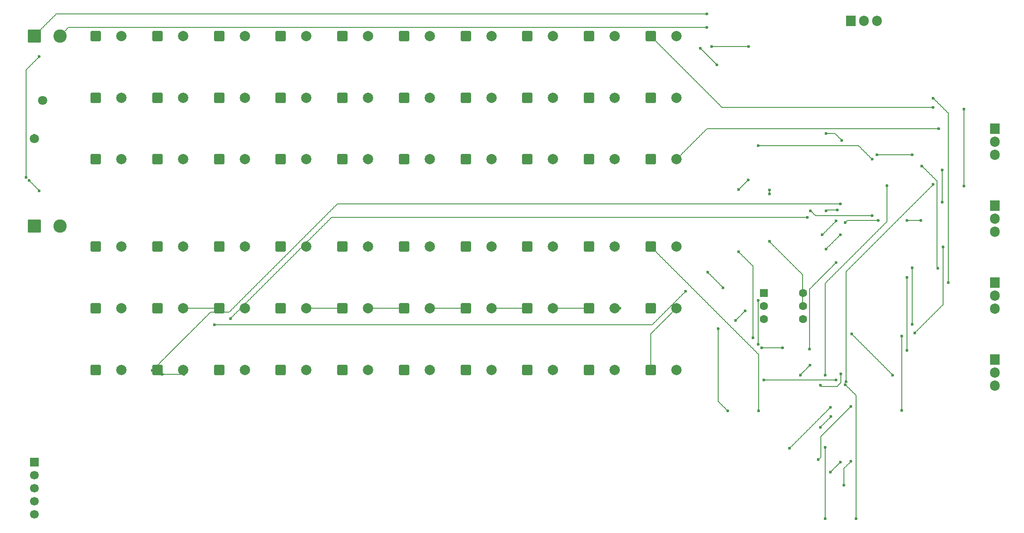
<source format=gbl>
%TF.GenerationSoftware,KiCad,Pcbnew,9.0.7*%
%TF.CreationDate,2026-01-19T08:33:36-08:00*%
%TF.ProjectId,softstart,736f6674-7374-4617-9274-2e6b69636164,B*%
%TF.SameCoordinates,Original*%
%TF.FileFunction,Copper,L2,Bot*%
%TF.FilePolarity,Positive*%
%FSLAX46Y46*%
G04 Gerber Fmt 4.6, Leading zero omitted, Abs format (unit mm)*
G04 Created by KiCad (PCBNEW 9.0.7) date 2026-01-19 08:33:36*
%MOMM*%
%LPD*%
G01*
G04 APERTURE LIST*
G04 Aperture macros list*
%AMRoundRect*
0 Rectangle with rounded corners*
0 $1 Rounding radius*
0 $2 $3 $4 $5 $6 $7 $8 $9 X,Y pos of 4 corners*
0 Add a 4 corners polygon primitive as box body*
4,1,4,$2,$3,$4,$5,$6,$7,$8,$9,$2,$3,0*
0 Add four circle primitives for the rounded corners*
1,1,$1+$1,$2,$3*
1,1,$1+$1,$4,$5*
1,1,$1+$1,$6,$7*
1,1,$1+$1,$8,$9*
0 Add four rect primitives between the rounded corners*
20,1,$1+$1,$2,$3,$4,$5,0*
20,1,$1+$1,$4,$5,$6,$7,0*
20,1,$1+$1,$6,$7,$8,$9,0*
20,1,$1+$1,$8,$9,$2,$3,0*%
G04 Aperture macros list end*
%TA.AperFunction,ComponentPad*%
%ADD10RoundRect,0.250000X-0.750000X-0.750000X0.750000X-0.750000X0.750000X0.750000X-0.750000X0.750000X0*%
%TD*%
%TA.AperFunction,ComponentPad*%
%ADD11C,2.000000*%
%TD*%
%TA.AperFunction,ComponentPad*%
%ADD12RoundRect,0.250000X-1.050000X-1.050000X1.050000X-1.050000X1.050000X1.050000X-1.050000X1.050000X0*%
%TD*%
%TA.AperFunction,ComponentPad*%
%ADD13C,2.600000*%
%TD*%
%TA.AperFunction,ComponentPad*%
%ADD14R,1.700000X1.700000*%
%TD*%
%TA.AperFunction,ComponentPad*%
%ADD15C,1.700000*%
%TD*%
%TA.AperFunction,ComponentPad*%
%ADD16R,1.905000X2.000000*%
%TD*%
%TA.AperFunction,ComponentPad*%
%ADD17O,1.905000X2.000000*%
%TD*%
%TA.AperFunction,ComponentPad*%
%ADD18C,1.800000*%
%TD*%
%TA.AperFunction,ComponentPad*%
%ADD19RoundRect,0.250000X-0.550000X-0.550000X0.550000X-0.550000X0.550000X0.550000X-0.550000X0.550000X0*%
%TD*%
%TA.AperFunction,ComponentPad*%
%ADD20C,1.600000*%
%TD*%
%TA.AperFunction,ViaPad*%
%ADD21C,0.600000*%
%TD*%
%TA.AperFunction,Conductor*%
%ADD22C,0.200000*%
%TD*%
G04 APERTURE END LIST*
D10*
%TO.P,C101,1*%
%TO.N,/SC_POS_PLUS*%
X66500000Y-60000000D03*
D11*
%TO.P,C101,2*%
X71500000Y-60000000D03*
%TD*%
D10*
%TO.P,C102,1*%
%TO.N,/SC_POS_PLUS*%
X78500000Y-60000000D03*
D11*
%TO.P,C102,2*%
X83500000Y-60000000D03*
%TD*%
D10*
%TO.P,C103,1*%
%TO.N,/SC_POS_PLUS*%
X90500000Y-60000000D03*
D11*
%TO.P,C103,2*%
X95500000Y-60000000D03*
%TD*%
D10*
%TO.P,C104,1*%
%TO.N,/SC_POS_PLUS*%
X102500000Y-60000000D03*
D11*
%TO.P,C104,2*%
X107500000Y-60000000D03*
%TD*%
D10*
%TO.P,C105,1*%
%TO.N,/SC_POS_PLUS*%
X114500000Y-60000000D03*
D11*
%TO.P,C105,2*%
X119500000Y-60000000D03*
%TD*%
D10*
%TO.P,C106,1*%
%TO.N,/SC_POS_PLUS*%
X126500000Y-60000000D03*
D11*
%TO.P,C106,2*%
X131500000Y-60000000D03*
%TD*%
D10*
%TO.P,C107,1*%
%TO.N,/SC_POS_PLUS*%
X138500000Y-60000000D03*
D11*
%TO.P,C107,2*%
X143500000Y-60000000D03*
%TD*%
D10*
%TO.P,C108,1*%
%TO.N,/SC_POS_PLUS*%
X150500000Y-60000000D03*
D11*
%TO.P,C108,2*%
X155500000Y-60000000D03*
%TD*%
D10*
%TO.P,C109,1*%
%TO.N,/SC_POS_PLUS*%
X162500000Y-60000000D03*
D11*
%TO.P,C109,2*%
X167500000Y-60000000D03*
%TD*%
D10*
%TO.P,C110,1*%
%TO.N,/SC_POS_PLUS*%
X174500000Y-60000000D03*
D11*
%TO.P,C110,2*%
%TO.N,Net-(C110-Pad2)*%
X179500000Y-60000000D03*
%TD*%
D10*
%TO.P,C111,1*%
%TO.N,Net-(C110-Pad2)*%
X66500000Y-72000000D03*
D11*
%TO.P,C111,2*%
X71500000Y-72000000D03*
%TD*%
D10*
%TO.P,C112,1*%
%TO.N,Net-(C110-Pad2)*%
X78500000Y-72000000D03*
D11*
%TO.P,C112,2*%
X83500000Y-72000000D03*
%TD*%
D10*
%TO.P,C113,1*%
%TO.N,Net-(C110-Pad2)*%
X90500000Y-72000000D03*
D11*
%TO.P,C113,2*%
X95500000Y-72000000D03*
%TD*%
D10*
%TO.P,C114,1*%
%TO.N,Net-(C110-Pad2)*%
X102500000Y-72000000D03*
D11*
%TO.P,C114,2*%
X107500000Y-72000000D03*
%TD*%
D10*
%TO.P,C115,1*%
%TO.N,Net-(C110-Pad2)*%
X114500000Y-72000000D03*
D11*
%TO.P,C115,2*%
X119500000Y-72000000D03*
%TD*%
D10*
%TO.P,C116,1*%
%TO.N,Net-(C110-Pad2)*%
X126500000Y-72000000D03*
D11*
%TO.P,C116,2*%
X131500000Y-72000000D03*
%TD*%
D10*
%TO.P,C117,1*%
%TO.N,Net-(C110-Pad2)*%
X138500000Y-72000000D03*
D11*
%TO.P,C117,2*%
X143500000Y-72000000D03*
%TD*%
D10*
%TO.P,C118,1*%
%TO.N,Net-(C110-Pad2)*%
X150500000Y-72000000D03*
D11*
%TO.P,C118,2*%
X155500000Y-72000000D03*
%TD*%
D10*
%TO.P,C119,1*%
%TO.N,Net-(C110-Pad2)*%
X162500000Y-72000000D03*
D11*
%TO.P,C119,2*%
X167500000Y-72000000D03*
%TD*%
D10*
%TO.P,C120,1*%
%TO.N,Net-(C110-Pad2)*%
X174500000Y-72000000D03*
D11*
%TO.P,C120,2*%
%TO.N,Net-(C120-Pad2)*%
X179500000Y-72000000D03*
%TD*%
D10*
%TO.P,C121,1*%
%TO.N,Net-(C120-Pad2)*%
X66500000Y-84000000D03*
D11*
%TO.P,C121,2*%
X71500000Y-84000000D03*
%TD*%
D10*
%TO.P,C122,1*%
%TO.N,Net-(C120-Pad2)*%
X78500000Y-84000000D03*
D11*
%TO.P,C122,2*%
X83500000Y-84000000D03*
%TD*%
D10*
%TO.P,C123,1*%
%TO.N,Net-(C120-Pad2)*%
X90500000Y-84000000D03*
D11*
%TO.P,C123,2*%
X95500000Y-84000000D03*
%TD*%
D10*
%TO.P,C124,1*%
%TO.N,Net-(C120-Pad2)*%
X102500000Y-84000000D03*
D11*
%TO.P,C124,2*%
X107500000Y-84000000D03*
%TD*%
D10*
%TO.P,C125,1*%
%TO.N,Net-(C120-Pad2)*%
X114500000Y-84000000D03*
D11*
%TO.P,C125,2*%
X119500000Y-84000000D03*
%TD*%
D10*
%TO.P,C126,1*%
%TO.N,Net-(C120-Pad2)*%
X126500000Y-84000000D03*
D11*
%TO.P,C126,2*%
X131500000Y-84000000D03*
%TD*%
D10*
%TO.P,C127,1*%
%TO.N,Net-(C120-Pad2)*%
X138500000Y-84000000D03*
D11*
%TO.P,C127,2*%
X143500000Y-84000000D03*
%TD*%
D10*
%TO.P,C128,1*%
%TO.N,Net-(C120-Pad2)*%
X150500000Y-84000000D03*
D11*
%TO.P,C128,2*%
X155500000Y-84000000D03*
%TD*%
D10*
%TO.P,C129,1*%
%TO.N,Net-(C120-Pad2)*%
X162500000Y-84000000D03*
D11*
%TO.P,C129,2*%
X167500000Y-84000000D03*
%TD*%
D10*
%TO.P,C130,1*%
%TO.N,Net-(C120-Pad2)*%
X174500000Y-84000000D03*
D11*
%TO.P,C130,2*%
%TO.N,/SC_NEG_PLUS*%
X179500000Y-84000000D03*
%TD*%
D10*
%TO.P,C131,1*%
%TO.N,/SC_NEG_PLUS*%
X66500000Y-101000000D03*
D11*
%TO.P,C131,2*%
X71500000Y-101000000D03*
%TD*%
D10*
%TO.P,C132,1*%
%TO.N,/SC_NEG_PLUS*%
X78500000Y-101000000D03*
D11*
%TO.P,C132,2*%
X83500000Y-101000000D03*
%TD*%
D10*
%TO.P,C133,1*%
%TO.N,/SC_NEG_PLUS*%
X90500000Y-101000000D03*
D11*
%TO.P,C133,2*%
X95500000Y-101000000D03*
%TD*%
D10*
%TO.P,C134,1*%
%TO.N,/SC_NEG_PLUS*%
X102500000Y-101000000D03*
D11*
%TO.P,C134,2*%
X107500000Y-101000000D03*
%TD*%
D10*
%TO.P,C135,1*%
%TO.N,/SC_NEG_PLUS*%
X114500000Y-101000000D03*
D11*
%TO.P,C135,2*%
X119500000Y-101000000D03*
%TD*%
D10*
%TO.P,C136,1*%
%TO.N,/SC_NEG_PLUS*%
X126500000Y-101000000D03*
D11*
%TO.P,C136,2*%
X131500000Y-101000000D03*
%TD*%
D10*
%TO.P,C137,1*%
%TO.N,/SC_NEG_PLUS*%
X138500000Y-101000000D03*
D11*
%TO.P,C137,2*%
X143500000Y-101000000D03*
%TD*%
D10*
%TO.P,C138,1*%
%TO.N,/SC_NEG_PLUS*%
X150500000Y-101000000D03*
D11*
%TO.P,C138,2*%
X155500000Y-101000000D03*
%TD*%
D10*
%TO.P,C139,1*%
%TO.N,/SC_NEG_PLUS*%
X162500000Y-101000000D03*
D11*
%TO.P,C139,2*%
X167500000Y-101000000D03*
%TD*%
D10*
%TO.P,C140,1*%
%TO.N,/SC_NEG_PLUS*%
X174500000Y-101000000D03*
D11*
%TO.P,C140,2*%
%TO.N,Net-(C140-Pad2)*%
X179500000Y-101000000D03*
%TD*%
D10*
%TO.P,C141,1*%
%TO.N,Net-(C140-Pad2)*%
X66500000Y-113000000D03*
D11*
%TO.P,C141,2*%
X71500000Y-113000000D03*
%TD*%
D10*
%TO.P,C142,1*%
%TO.N,Net-(C140-Pad2)*%
X78500000Y-113000000D03*
D11*
%TO.P,C142,2*%
X83500000Y-113000000D03*
%TD*%
D10*
%TO.P,C143,1*%
%TO.N,Net-(C140-Pad2)*%
X90500000Y-113000000D03*
D11*
%TO.P,C143,2*%
X95500000Y-113000000D03*
%TD*%
D10*
%TO.P,C144,1*%
%TO.N,Net-(C140-Pad2)*%
X102500000Y-113000000D03*
D11*
%TO.P,C144,2*%
X107500000Y-113000000D03*
%TD*%
D10*
%TO.P,C145,1*%
%TO.N,Net-(C140-Pad2)*%
X114500000Y-113000000D03*
D11*
%TO.P,C145,2*%
X119500000Y-113000000D03*
%TD*%
D10*
%TO.P,C146,1*%
%TO.N,Net-(C140-Pad2)*%
X126500000Y-113000000D03*
D11*
%TO.P,C146,2*%
X131500000Y-113000000D03*
%TD*%
D10*
%TO.P,C147,1*%
%TO.N,Net-(C140-Pad2)*%
X138500000Y-113000000D03*
D11*
%TO.P,C147,2*%
X143500000Y-113000000D03*
%TD*%
D10*
%TO.P,C148,1*%
%TO.N,Net-(C140-Pad2)*%
X150500000Y-113000000D03*
D11*
%TO.P,C148,2*%
X155500000Y-113000000D03*
%TD*%
D10*
%TO.P,C149,1*%
%TO.N,Net-(C140-Pad2)*%
X162500000Y-113000000D03*
D11*
%TO.P,C149,2*%
X167500000Y-113000000D03*
%TD*%
D10*
%TO.P,C150,1*%
%TO.N,Net-(C140-Pad2)*%
X174500000Y-113000000D03*
D11*
%TO.P,C150,2*%
%TO.N,Net-(C150-Pad2)*%
X179500000Y-113000000D03*
%TD*%
D10*
%TO.P,C151,1*%
%TO.N,Net-(C150-Pad2)*%
X66500000Y-125000000D03*
D11*
%TO.P,C151,2*%
X71500000Y-125000000D03*
%TD*%
D10*
%TO.P,C152,1*%
%TO.N,Net-(C150-Pad2)*%
X78500000Y-125000000D03*
D11*
%TO.P,C152,2*%
X83500000Y-125000000D03*
%TD*%
D10*
%TO.P,C153,1*%
%TO.N,Net-(C150-Pad2)*%
X90500000Y-125000000D03*
D11*
%TO.P,C153,2*%
X95500000Y-125000000D03*
%TD*%
D10*
%TO.P,C154,1*%
%TO.N,Net-(C150-Pad2)*%
X102500000Y-125000000D03*
D11*
%TO.P,C154,2*%
X107500000Y-125000000D03*
%TD*%
D10*
%TO.P,C155,1*%
%TO.N,Net-(C150-Pad2)*%
X114500000Y-125000000D03*
D11*
%TO.P,C155,2*%
X119500000Y-125000000D03*
%TD*%
D10*
%TO.P,C156,1*%
%TO.N,Net-(C150-Pad2)*%
X126500000Y-125000000D03*
D11*
%TO.P,C156,2*%
X131500000Y-125000000D03*
%TD*%
D10*
%TO.P,C157,1*%
%TO.N,Net-(C150-Pad2)*%
X138500000Y-125000000D03*
D11*
%TO.P,C157,2*%
X143500000Y-125000000D03*
%TD*%
D10*
%TO.P,C158,1*%
%TO.N,Net-(C150-Pad2)*%
X150500000Y-125000000D03*
D11*
%TO.P,C158,2*%
X155500000Y-125000000D03*
%TD*%
D10*
%TO.P,C159,1*%
%TO.N,Net-(C150-Pad2)*%
X162500000Y-125000000D03*
D11*
%TO.P,C159,2*%
X167500000Y-125000000D03*
%TD*%
D10*
%TO.P,C160,1*%
%TO.N,Net-(C150-Pad2)*%
X174500000Y-125000000D03*
D11*
%TO.P,C160,2*%
%TO.N,GND*%
X179500000Y-125000000D03*
%TD*%
D12*
%TO.P,J1,1*%
%TO.N,AC_L*%
X54500000Y-60000000D03*
D13*
%TO.P,J1,2*%
%TO.N,AC_N*%
X59500000Y-60000000D03*
%TD*%
D12*
%TO.P,J2,1*%
%TO.N,AC_L*%
X54500000Y-97000000D03*
D13*
%TO.P,J2,2*%
%TO.N,AC_N*%
X59500000Y-97000000D03*
%TD*%
D14*
%TO.P,J3,1*%
%TO.N,+3.3V*%
X54500000Y-143000000D03*
D15*
%TO.P,J3,2*%
%TO.N,SWDIO*%
X54500000Y-145540000D03*
%TO.P,J3,3*%
%TO.N,SWCLK*%
X54500000Y-148080000D03*
%TO.P,J3,4*%
%TO.N,GND*%
X54500000Y-150620000D03*
%TO.P,J3,5*%
%TO.N,NRST*%
X54500000Y-153160000D03*
%TD*%
D16*
%TO.P,Q1,1*%
%TO.N,N/C*%
X241500000Y-78000000D03*
D17*
%TO.P,Q1,2*%
X241500000Y-80540000D03*
%TO.P,Q1,3*%
X241500000Y-83080000D03*
%TD*%
D16*
%TO.P,Q2,1*%
%TO.N,N/C*%
X241500000Y-93000000D03*
D17*
%TO.P,Q2,2*%
X241500000Y-95540000D03*
%TO.P,Q2,3*%
X241500000Y-98080000D03*
%TD*%
D16*
%TO.P,Q3,1*%
%TO.N,N/C*%
X241500000Y-108000000D03*
D17*
%TO.P,Q3,2*%
X241500000Y-110540000D03*
%TO.P,Q3,3*%
X241500000Y-113080000D03*
%TD*%
D16*
%TO.P,Q4,1*%
%TO.N,N/C*%
X241500000Y-123000000D03*
D17*
%TO.P,Q4,2*%
X241500000Y-125540000D03*
%TO.P,Q4,3*%
X241500000Y-128080000D03*
%TD*%
D18*
%TO.P,RV1,1*%
%TO.N,AC_L*%
X54500000Y-80000000D03*
%TO.P,RV1,2*%
%TO.N,AC_N*%
X56133330Y-72500000D03*
%TD*%
D19*
%TO.P,U6,1*%
%TO.N,Net-(R1-Pad2)*%
X196500000Y-110000000D03*
D20*
%TO.P,U6,2*%
%TO.N,AC_N*%
X196500000Y-112540000D03*
%TO.P,U6,3*%
%TO.N,unconnected-(U6-NC-Pad3)*%
X196500000Y-115080000D03*
%TO.P,U6,4*%
%TO.N,GND*%
X204120000Y-115080000D03*
%TO.P,U6,5*%
%TO.N,+3.3V*%
X204120000Y-112540000D03*
%TO.P,U6,6*%
%TO.N,ZC_OUT*%
X204120000Y-110000000D03*
%TD*%
D16*
%TO.P,U7,1*%
%TO.N,Net-(D5-+)*%
X213500000Y-57000000D03*
D17*
%TO.P,U7,2*%
%TO.N,GND*%
X216040000Y-57000000D03*
%TO.P,U7,3*%
%TO.N,/+12V*%
X218580000Y-57000000D03*
%TD*%
D21*
%TO.N,+3.3V*%
X197600000Y-90000000D03*
X197600000Y-90700000D03*
X205600000Y-94000000D03*
X217600000Y-95000000D03*
X197600000Y-100000000D03*
X204100000Y-112500000D03*
%TO.N,/+12V*%
X225400000Y-83100000D03*
X218500000Y-83100000D03*
X225400000Y-105100000D03*
X225400000Y-116100000D03*
X217600000Y-84000000D03*
X195400000Y-81300000D03*
%TO.N,/SC_NEG_PLUS*%
X174500000Y-101000000D03*
X195500000Y-133000000D03*
X179500000Y-84000000D03*
X230600000Y-78000000D03*
%TO.N,/SC_POS_PLUS*%
X235500000Y-74200000D03*
X235500000Y-89200000D03*
X210600000Y-127000000D03*
X196500000Y-127000000D03*
X189500000Y-133000000D03*
X187600000Y-117000000D03*
X212400000Y-127900000D03*
X214500000Y-154000000D03*
X229500000Y-88900000D03*
X212500000Y-127300000D03*
X174500000Y-60000000D03*
X229500000Y-73900000D03*
%TO.N,AC_L*%
X54500000Y-79300000D03*
X54500000Y-80000000D03*
X208600000Y-79000000D03*
X211700000Y-80300000D03*
X220500000Y-89100000D03*
X208500000Y-126000000D03*
X208500000Y-140100000D03*
X208500000Y-154000000D03*
X185400000Y-55700000D03*
X54500000Y-60000000D03*
%TO.N,AC_N*%
X53500000Y-88100000D03*
X55500000Y-90100000D03*
X185600000Y-106000000D03*
X188600000Y-109000000D03*
X55500000Y-64000000D03*
X52900000Y-87500000D03*
X185400000Y-58300000D03*
X59500000Y-60000000D03*
%TO.N,I_SENSE*%
X196100000Y-120700000D03*
X200200000Y-120700000D03*
X207500000Y-128000000D03*
X211500000Y-125800000D03*
X195400000Y-111500000D03*
X195400000Y-120000000D03*
%TO.N,LED_STATUS*%
X184200000Y-62400000D03*
X187400000Y-65600000D03*
%TO.N,NRST*%
X92700000Y-115000000D03*
X205000000Y-95300000D03*
%TO.N,Net-(C140-Pad2)*%
X168500000Y-113000000D03*
X167500000Y-113000000D03*
X162500000Y-113000000D03*
X155500000Y-113000000D03*
X150500000Y-113000000D03*
X143500000Y-113000000D03*
X138500000Y-113000000D03*
X131500000Y-113000000D03*
X126500000Y-113000000D03*
X119500000Y-113000000D03*
X114500000Y-113000000D03*
X107500000Y-113000000D03*
X90500000Y-113000000D03*
X83500000Y-113000000D03*
%TO.N,Net-(C150-Pad2)*%
X83700000Y-125900000D03*
X79400000Y-125900000D03*
X179500000Y-113000000D03*
X174500000Y-125000000D03*
%TO.N,Net-(D1-A1)*%
X229500000Y-72100000D03*
X232400000Y-108000000D03*
%TO.N,Net-(D2-A1)*%
X209500000Y-132300000D03*
X201500000Y-140300000D03*
%TO.N,Net-(D3-A1)*%
X211400000Y-143000000D03*
X209500000Y-144900000D03*
%TO.N,Net-(D8-A)*%
X193600000Y-62000000D03*
X186400000Y-62000000D03*
%TO.N,Net-(R1-Pad2)*%
X210600000Y-96000000D03*
X207900000Y-98700000D03*
%TO.N,Net-(R5-Pad2)*%
X207500000Y-136200000D03*
X209600000Y-134100000D03*
X225900000Y-117800000D03*
X231400000Y-101100000D03*
%TO.N,Net-(U2-OUTH)*%
X230400000Y-105200000D03*
X227300000Y-85300000D03*
%TO.N,Net-(U5--)*%
X193500000Y-88000000D03*
X191600000Y-89900000D03*
X191600000Y-102000000D03*
X194400000Y-118800000D03*
%TO.N,Net-(U9-OUTH)*%
X207100000Y-142500000D03*
X213500000Y-132100000D03*
X224400000Y-121200000D03*
X224400000Y-107000000D03*
%TO.N,Net-(U10-OUTH)*%
X212100000Y-147500000D03*
X213500000Y-142800000D03*
X223400000Y-132900000D03*
X223400000Y-118400000D03*
%TO.N,OCP_TRIP*%
X221600000Y-126000000D03*
X213600000Y-118000000D03*
X210600000Y-104100000D03*
X205400000Y-121000000D03*
%TO.N,SWCLK*%
X77500000Y-125100000D03*
X211400000Y-92700000D03*
%TO.N,SWDIO*%
X89600000Y-116200000D03*
X181300000Y-109700000D03*
X208600000Y-94000000D03*
X210800000Y-93900000D03*
%TO.N,V_BUS*%
X205500000Y-124100000D03*
X203600000Y-126000000D03*
%TO.N,V_SC_NEG*%
X231200000Y-86100000D03*
X231200000Y-92300000D03*
X227100000Y-95900000D03*
X224400000Y-95900000D03*
X218800000Y-95900000D03*
X212400000Y-96300000D03*
%TO.N,V_SC_POS*%
X191000000Y-115400000D03*
X192900000Y-113500000D03*
X208600000Y-101500000D03*
X211400000Y-98700000D03*
%TD*%
D22*
%TO.N,+3.3V*%
X197600000Y-90000000D02*
X197600000Y-90100000D01*
X197600000Y-90100000D02*
X197600000Y-90200000D01*
X197600000Y-90200000D02*
X197600000Y-90300000D01*
X197600000Y-90300000D02*
X197600000Y-90400000D01*
X197600000Y-90400000D02*
X197600000Y-90500000D01*
X197600000Y-90500000D02*
X197600000Y-90600000D01*
X197600000Y-90600000D02*
X197600000Y-90700000D01*
X205600000Y-94000000D02*
X205700000Y-94100000D01*
X205700000Y-94100000D02*
X205800000Y-94200000D01*
X205800000Y-94200000D02*
X205900000Y-94300000D01*
X205900000Y-94300000D02*
X206000000Y-94400000D01*
X206000000Y-94400000D02*
X206100000Y-94500000D01*
X206100000Y-94500000D02*
X206200000Y-94600000D01*
X206200000Y-94600000D02*
X206300000Y-94700000D01*
X206300000Y-94700000D02*
X206400000Y-94800000D01*
X206400000Y-94800000D02*
X206500000Y-94900000D01*
X206500000Y-94900000D02*
X206600000Y-95000000D01*
X206600000Y-95000000D02*
X206700000Y-95000000D01*
X206700000Y-95000000D02*
X206800000Y-95000000D01*
X206800000Y-95000000D02*
X206900000Y-95000000D01*
X206900000Y-95000000D02*
X207000000Y-95000000D01*
X207000000Y-95000000D02*
X207100000Y-95000000D01*
X207100000Y-95000000D02*
X207200000Y-95000000D01*
X207200000Y-95000000D02*
X207300000Y-95000000D01*
X207300000Y-95000000D02*
X207400000Y-95000000D01*
X207400000Y-95000000D02*
X207500000Y-95000000D01*
X207500000Y-95000000D02*
X207600000Y-95000000D01*
X207600000Y-95000000D02*
X207700000Y-95000000D01*
X207700000Y-95000000D02*
X207800000Y-95000000D01*
X207800000Y-95000000D02*
X207900000Y-95000000D01*
X207900000Y-95000000D02*
X208000000Y-95000000D01*
X208000000Y-95000000D02*
X208100000Y-95000000D01*
X208100000Y-95000000D02*
X208200000Y-95000000D01*
X208200000Y-95000000D02*
X208300000Y-95000000D01*
X208300000Y-95000000D02*
X208400000Y-95000000D01*
X208400000Y-95000000D02*
X208500000Y-95000000D01*
X208500000Y-95000000D02*
X208600000Y-95000000D01*
X208600000Y-95000000D02*
X208700000Y-95000000D01*
X208700000Y-95000000D02*
X208800000Y-95000000D01*
X208800000Y-95000000D02*
X208900000Y-95000000D01*
X208900000Y-95000000D02*
X209000000Y-95000000D01*
X209000000Y-95000000D02*
X209100000Y-95000000D01*
X209100000Y-95000000D02*
X209200000Y-95000000D01*
X209200000Y-95000000D02*
X209300000Y-95000000D01*
X209300000Y-95000000D02*
X209400000Y-95000000D01*
X209400000Y-95000000D02*
X209500000Y-95000000D01*
X209500000Y-95000000D02*
X209600000Y-95000000D01*
X209600000Y-95000000D02*
X209700000Y-95000000D01*
X209700000Y-95000000D02*
X209800000Y-95000000D01*
X209800000Y-95000000D02*
X209900000Y-95000000D01*
X209900000Y-95000000D02*
X210000000Y-95000000D01*
X210000000Y-95000000D02*
X210100000Y-95000000D01*
X210100000Y-95000000D02*
X210200000Y-95000000D01*
X210200000Y-95000000D02*
X210300000Y-95000000D01*
X210300000Y-95000000D02*
X210400000Y-95000000D01*
X210400000Y-95000000D02*
X210500000Y-95000000D01*
X210500000Y-95000000D02*
X210600000Y-95000000D01*
X210600000Y-95000000D02*
X210700000Y-95000000D01*
X210700000Y-95000000D02*
X210800000Y-95000000D01*
X210800000Y-95000000D02*
X210900000Y-95000000D01*
X210900000Y-95000000D02*
X211000000Y-95000000D01*
X211000000Y-95000000D02*
X211100000Y-95000000D01*
X211100000Y-95000000D02*
X211200000Y-95000000D01*
X211200000Y-95000000D02*
X211300000Y-95000000D01*
X211300000Y-95000000D02*
X211400000Y-95000000D01*
X211400000Y-95000000D02*
X211500000Y-95000000D01*
X211500000Y-95000000D02*
X211600000Y-95000000D01*
X211600000Y-95000000D02*
X211700000Y-95000000D01*
X211700000Y-95000000D02*
X211800000Y-95000000D01*
X211800000Y-95000000D02*
X211900000Y-95000000D01*
X211900000Y-95000000D02*
X212000000Y-95000000D01*
X212000000Y-95000000D02*
X212100000Y-95000000D01*
X212100000Y-95000000D02*
X212200000Y-95000000D01*
X212200000Y-95000000D02*
X212300000Y-95000000D01*
X212300000Y-95000000D02*
X212400000Y-95000000D01*
X212400000Y-95000000D02*
X212500000Y-95000000D01*
X212500000Y-95000000D02*
X212600000Y-95000000D01*
X212600000Y-95000000D02*
X212700000Y-95000000D01*
X212700000Y-95000000D02*
X212800000Y-95000000D01*
X212800000Y-95000000D02*
X212900000Y-95000000D01*
X212900000Y-95000000D02*
X213000000Y-95000000D01*
X213000000Y-95000000D02*
X213100000Y-95000000D01*
X213100000Y-95000000D02*
X213200000Y-95000000D01*
X213200000Y-95000000D02*
X213300000Y-95000000D01*
X213300000Y-95000000D02*
X213400000Y-95000000D01*
X213400000Y-95000000D02*
X213500000Y-95000000D01*
X213500000Y-95000000D02*
X213600000Y-95000000D01*
X213600000Y-95000000D02*
X213700000Y-95000000D01*
X213700000Y-95000000D02*
X213800000Y-95000000D01*
X213800000Y-95000000D02*
X213900000Y-95000000D01*
X213900000Y-95000000D02*
X214000000Y-95000000D01*
X214000000Y-95000000D02*
X214100000Y-95000000D01*
X214100000Y-95000000D02*
X214200000Y-95000000D01*
X214200000Y-95000000D02*
X214300000Y-95000000D01*
X214300000Y-95000000D02*
X214400000Y-95000000D01*
X214400000Y-95000000D02*
X214500000Y-95000000D01*
X214500000Y-95000000D02*
X214600000Y-95000000D01*
X214600000Y-95000000D02*
X214700000Y-95000000D01*
X214700000Y-95000000D02*
X214800000Y-95000000D01*
X214800000Y-95000000D02*
X214900000Y-95000000D01*
X214900000Y-95000000D02*
X215000000Y-95000000D01*
X215000000Y-95000000D02*
X215100000Y-95000000D01*
X215100000Y-95000000D02*
X215200000Y-95000000D01*
X215200000Y-95000000D02*
X215300000Y-95000000D01*
X215300000Y-95000000D02*
X215400000Y-95000000D01*
X215400000Y-95000000D02*
X215500000Y-95000000D01*
X215500000Y-95000000D02*
X215600000Y-95000000D01*
X215600000Y-95000000D02*
X215700000Y-95000000D01*
X215700000Y-95000000D02*
X215800000Y-95000000D01*
X215800000Y-95000000D02*
X215900000Y-95000000D01*
X215900000Y-95000000D02*
X216000000Y-95000000D01*
X216000000Y-95000000D02*
X216100000Y-95000000D01*
X216100000Y-95000000D02*
X216200000Y-95000000D01*
X216200000Y-95000000D02*
X216300000Y-95000000D01*
X216300000Y-95000000D02*
X216400000Y-95000000D01*
X216400000Y-95000000D02*
X216500000Y-95000000D01*
X216500000Y-95000000D02*
X216600000Y-95000000D01*
X216600000Y-95000000D02*
X216700000Y-95000000D01*
X216700000Y-95000000D02*
X216800000Y-95000000D01*
X216800000Y-95000000D02*
X216900000Y-95000000D01*
X216900000Y-95000000D02*
X217000000Y-95000000D01*
X217000000Y-95000000D02*
X217100000Y-95000000D01*
X217100000Y-95000000D02*
X217200000Y-95000000D01*
X217200000Y-95000000D02*
X217300000Y-95000000D01*
X217300000Y-95000000D02*
X217400000Y-95000000D01*
X217400000Y-95000000D02*
X217500000Y-95000000D01*
X217500000Y-95000000D02*
X217600000Y-95000000D01*
X197600000Y-100000000D02*
X197700000Y-100100000D01*
X197700000Y-100100000D02*
X197800000Y-100200000D01*
X197800000Y-100200000D02*
X197900000Y-100300000D01*
X197900000Y-100300000D02*
X198000000Y-100400000D01*
X198000000Y-100400000D02*
X198100000Y-100500000D01*
X198100000Y-100500000D02*
X198200000Y-100600000D01*
X198200000Y-100600000D02*
X198300000Y-100700000D01*
X198300000Y-100700000D02*
X198400000Y-100800000D01*
X198400000Y-100800000D02*
X198500000Y-100900000D01*
X198500000Y-100900000D02*
X198600000Y-101000000D01*
X198600000Y-101000000D02*
X198700000Y-101100000D01*
X198700000Y-101100000D02*
X198800000Y-101200000D01*
X198800000Y-101200000D02*
X198900000Y-101300000D01*
X198900000Y-101300000D02*
X199000000Y-101400000D01*
X199000000Y-101400000D02*
X199100000Y-101500000D01*
X199100000Y-101500000D02*
X199200000Y-101600000D01*
X199200000Y-101600000D02*
X199300000Y-101700000D01*
X199300000Y-101700000D02*
X199400000Y-101800000D01*
X199400000Y-101800000D02*
X199500000Y-101900000D01*
X199500000Y-101900000D02*
X199600000Y-102000000D01*
X199600000Y-102000000D02*
X199700000Y-102100000D01*
X199700000Y-102100000D02*
X199800000Y-102200000D01*
X199800000Y-102200000D02*
X199900000Y-102300000D01*
X199900000Y-102300000D02*
X200000000Y-102400000D01*
X200000000Y-102400000D02*
X200100000Y-102500000D01*
X200100000Y-102500000D02*
X200200000Y-102600000D01*
X200200000Y-102600000D02*
X200300000Y-102700000D01*
X200300000Y-102700000D02*
X200400000Y-102800000D01*
X200400000Y-102800000D02*
X200500000Y-102900000D01*
X200500000Y-102900000D02*
X200600000Y-103000000D01*
X200600000Y-103000000D02*
X200700000Y-103100000D01*
X200700000Y-103100000D02*
X200800000Y-103200000D01*
X200800000Y-103200000D02*
X200900000Y-103300000D01*
X200900000Y-103300000D02*
X201000000Y-103400000D01*
X201000000Y-103400000D02*
X201100000Y-103500000D01*
X201100000Y-103500000D02*
X201200000Y-103600000D01*
X201200000Y-103600000D02*
X201300000Y-103700000D01*
X201300000Y-103700000D02*
X201400000Y-103800000D01*
X201400000Y-103800000D02*
X201500000Y-103900000D01*
X201500000Y-103900000D02*
X201600000Y-104000000D01*
X201600000Y-104000000D02*
X201700000Y-104100000D01*
X201700000Y-104100000D02*
X201800000Y-104200000D01*
X201800000Y-104200000D02*
X201900000Y-104300000D01*
X201900000Y-104300000D02*
X202000000Y-104400000D01*
X202000000Y-104400000D02*
X202100000Y-104500000D01*
X202100000Y-104500000D02*
X202200000Y-104600000D01*
X202200000Y-104600000D02*
X202300000Y-104700000D01*
X202300000Y-104700000D02*
X202400000Y-104800000D01*
X202400000Y-104800000D02*
X202500000Y-104900000D01*
X202500000Y-104900000D02*
X202600000Y-105000000D01*
X202600000Y-105000000D02*
X202700000Y-105100000D01*
X202700000Y-105100000D02*
X202800000Y-105200000D01*
X202800000Y-105200000D02*
X202900000Y-105300000D01*
X202900000Y-105300000D02*
X203000000Y-105400000D01*
X203000000Y-105400000D02*
X203100000Y-105500000D01*
X203100000Y-105500000D02*
X203200000Y-105600000D01*
X203200000Y-105600000D02*
X203300000Y-105700000D01*
X203300000Y-105700000D02*
X203400000Y-105800000D01*
X203400000Y-105800000D02*
X203500000Y-105900000D01*
X203500000Y-105900000D02*
X203600000Y-106000000D01*
X203600000Y-106000000D02*
X203700000Y-106100000D01*
X203700000Y-106100000D02*
X203800000Y-106200000D01*
X203800000Y-106200000D02*
X203900000Y-106300000D01*
X203900000Y-106300000D02*
X204000000Y-106400000D01*
X204000000Y-106400000D02*
X204100000Y-106500000D01*
X204100000Y-106500000D02*
X204100000Y-106600000D01*
X204100000Y-106600000D02*
X204100000Y-106700000D01*
X204100000Y-106700000D02*
X204100000Y-106800000D01*
X204100000Y-106800000D02*
X204100000Y-106900000D01*
X204100000Y-106900000D02*
X204100000Y-107000000D01*
X204100000Y-107000000D02*
X204100000Y-107100000D01*
X204100000Y-107100000D02*
X204100000Y-107200000D01*
X204100000Y-107200000D02*
X204100000Y-107300000D01*
X204100000Y-107300000D02*
X204100000Y-107400000D01*
X204100000Y-107400000D02*
X204100000Y-107500000D01*
X204100000Y-107500000D02*
X204100000Y-107600000D01*
X204100000Y-107600000D02*
X204100000Y-107700000D01*
X204100000Y-107700000D02*
X204100000Y-107800000D01*
X204100000Y-107800000D02*
X204100000Y-107900000D01*
X204100000Y-107900000D02*
X204100000Y-108000000D01*
X204100000Y-108000000D02*
X204100000Y-108100000D01*
X204100000Y-108100000D02*
X204100000Y-108200000D01*
X204100000Y-108200000D02*
X204100000Y-108300000D01*
X204100000Y-108300000D02*
X204100000Y-108400000D01*
X204100000Y-108400000D02*
X204100000Y-108500000D01*
X204100000Y-108500000D02*
X204100000Y-108600000D01*
X204100000Y-108600000D02*
X204100000Y-108700000D01*
X204100000Y-108700000D02*
X204100000Y-108800000D01*
X204100000Y-108800000D02*
X204100000Y-108900000D01*
X204100000Y-108900000D02*
X204100000Y-109000000D01*
X204100000Y-109000000D02*
X204100000Y-109100000D01*
X204100000Y-109100000D02*
X204100000Y-109200000D01*
X204100000Y-109200000D02*
X204100000Y-109300000D01*
X204100000Y-109300000D02*
X204100000Y-109400000D01*
X204100000Y-109400000D02*
X204100000Y-109500000D01*
X204100000Y-109500000D02*
X204100000Y-109600000D01*
X204100000Y-109600000D02*
X204100000Y-109700000D01*
X204100000Y-109700000D02*
X204100000Y-109800000D01*
X204100000Y-109800000D02*
X204100000Y-109900000D01*
X204100000Y-109900000D02*
X204100000Y-110000000D01*
X204100000Y-110000000D02*
X204100000Y-110100000D01*
X204100000Y-110100000D02*
X204100000Y-110200000D01*
X204100000Y-110200000D02*
X204100000Y-110300000D01*
X204100000Y-110300000D02*
X204100000Y-110400000D01*
X204100000Y-110400000D02*
X204100000Y-110500000D01*
X204100000Y-110500000D02*
X204100000Y-110600000D01*
X204100000Y-110600000D02*
X204100000Y-110700000D01*
X204100000Y-110700000D02*
X204100000Y-110800000D01*
X204100000Y-110800000D02*
X204100000Y-110900000D01*
X204100000Y-110900000D02*
X204100000Y-111000000D01*
X204100000Y-111000000D02*
X204100000Y-111100000D01*
X204100000Y-111100000D02*
X204100000Y-111200000D01*
X204100000Y-111200000D02*
X204100000Y-111300000D01*
X204100000Y-111300000D02*
X204100000Y-111400000D01*
X204100000Y-111400000D02*
X204100000Y-111500000D01*
X204100000Y-111500000D02*
X204100000Y-111600000D01*
X204100000Y-111600000D02*
X204100000Y-111700000D01*
X204100000Y-111700000D02*
X204100000Y-111800000D01*
X204100000Y-111800000D02*
X204100000Y-111900000D01*
X204100000Y-111900000D02*
X204100000Y-112000000D01*
X204100000Y-112000000D02*
X204100000Y-112100000D01*
X204100000Y-112100000D02*
X204100000Y-112200000D01*
X204100000Y-112200000D02*
X204100000Y-112300000D01*
X204100000Y-112300000D02*
X204100000Y-112400000D01*
X204100000Y-112400000D02*
X204100000Y-112500000D01*
%TO.N,/+12V*%
X225400000Y-83100000D02*
X225300000Y-83100000D01*
X225300000Y-83100000D02*
X225200000Y-83100000D01*
X225200000Y-83100000D02*
X225100000Y-83100000D01*
X225100000Y-83100000D02*
X225000000Y-83100000D01*
X225000000Y-83100000D02*
X224900000Y-83100000D01*
X224900000Y-83100000D02*
X224800000Y-83100000D01*
X224800000Y-83100000D02*
X224700000Y-83100000D01*
X224700000Y-83100000D02*
X224600000Y-83100000D01*
X224600000Y-83100000D02*
X224500000Y-83100000D01*
X224500000Y-83100000D02*
X224400000Y-83100000D01*
X224400000Y-83100000D02*
X224300000Y-83100000D01*
X224300000Y-83100000D02*
X224200000Y-83100000D01*
X224200000Y-83100000D02*
X224100000Y-83100000D01*
X224100000Y-83100000D02*
X224000000Y-83100000D01*
X224000000Y-83100000D02*
X223900000Y-83100000D01*
X223900000Y-83100000D02*
X223800000Y-83100000D01*
X223800000Y-83100000D02*
X223700000Y-83100000D01*
X223700000Y-83100000D02*
X223600000Y-83100000D01*
X223600000Y-83100000D02*
X223500000Y-83100000D01*
X223500000Y-83100000D02*
X223400000Y-83100000D01*
X223400000Y-83100000D02*
X223300000Y-83100000D01*
X223300000Y-83100000D02*
X223200000Y-83100000D01*
X223200000Y-83100000D02*
X223100000Y-83100000D01*
X223100000Y-83100000D02*
X223000000Y-83100000D01*
X223000000Y-83100000D02*
X222900000Y-83100000D01*
X222900000Y-83100000D02*
X222800000Y-83100000D01*
X222800000Y-83100000D02*
X222700000Y-83100000D01*
X222700000Y-83100000D02*
X222600000Y-83100000D01*
X222600000Y-83100000D02*
X222500000Y-83100000D01*
X222500000Y-83100000D02*
X222400000Y-83100000D01*
X222400000Y-83100000D02*
X222300000Y-83100000D01*
X222300000Y-83100000D02*
X222200000Y-83100000D01*
X222200000Y-83100000D02*
X222100000Y-83100000D01*
X222100000Y-83100000D02*
X222000000Y-83100000D01*
X222000000Y-83100000D02*
X221900000Y-83100000D01*
X221900000Y-83100000D02*
X221800000Y-83100000D01*
X221800000Y-83100000D02*
X221700000Y-83100000D01*
X221700000Y-83100000D02*
X221600000Y-83100000D01*
X221600000Y-83100000D02*
X221500000Y-83100000D01*
X221500000Y-83100000D02*
X221400000Y-83100000D01*
X221400000Y-83100000D02*
X221300000Y-83100000D01*
X221300000Y-83100000D02*
X221200000Y-83100000D01*
X221200000Y-83100000D02*
X221100000Y-83100000D01*
X221100000Y-83100000D02*
X221000000Y-83100000D01*
X221000000Y-83100000D02*
X220900000Y-83100000D01*
X220900000Y-83100000D02*
X220800000Y-83100000D01*
X220800000Y-83100000D02*
X220700000Y-83100000D01*
X220700000Y-83100000D02*
X220600000Y-83100000D01*
X220600000Y-83100000D02*
X220500000Y-83100000D01*
X220500000Y-83100000D02*
X220400000Y-83100000D01*
X220400000Y-83100000D02*
X220300000Y-83100000D01*
X220300000Y-83100000D02*
X220200000Y-83100000D01*
X220200000Y-83100000D02*
X220100000Y-83100000D01*
X220100000Y-83100000D02*
X220000000Y-83100000D01*
X220000000Y-83100000D02*
X219900000Y-83100000D01*
X219900000Y-83100000D02*
X219800000Y-83100000D01*
X219800000Y-83100000D02*
X219700000Y-83100000D01*
X219700000Y-83100000D02*
X219600000Y-83100000D01*
X219600000Y-83100000D02*
X219500000Y-83100000D01*
X219500000Y-83100000D02*
X219400000Y-83100000D01*
X219400000Y-83100000D02*
X219300000Y-83100000D01*
X219300000Y-83100000D02*
X219200000Y-83100000D01*
X219200000Y-83100000D02*
X219100000Y-83100000D01*
X219100000Y-83100000D02*
X219000000Y-83100000D01*
X219000000Y-83100000D02*
X218900000Y-83100000D01*
X218900000Y-83100000D02*
X218800000Y-83100000D01*
X218800000Y-83100000D02*
X218700000Y-83100000D01*
X218700000Y-83100000D02*
X218600000Y-83100000D01*
X218600000Y-83100000D02*
X218500000Y-83100000D01*
X225400000Y-105100000D02*
X225400000Y-105200000D01*
X225400000Y-105200000D02*
X225400000Y-105300000D01*
X225400000Y-105300000D02*
X225400000Y-105400000D01*
X225400000Y-105400000D02*
X225400000Y-105500000D01*
X225400000Y-105500000D02*
X225400000Y-105600000D01*
X225400000Y-105600000D02*
X225400000Y-105700000D01*
X225400000Y-105700000D02*
X225400000Y-105800000D01*
X225400000Y-105800000D02*
X225400000Y-105900000D01*
X225400000Y-105900000D02*
X225400000Y-106000000D01*
X225400000Y-106000000D02*
X225400000Y-106100000D01*
X225400000Y-106100000D02*
X225400000Y-106200000D01*
X225400000Y-106200000D02*
X225400000Y-106300000D01*
X225400000Y-106300000D02*
X225400000Y-106400000D01*
X225400000Y-106400000D02*
X225400000Y-106500000D01*
X225400000Y-106500000D02*
X225400000Y-106600000D01*
X225400000Y-106600000D02*
X225400000Y-106700000D01*
X225400000Y-106700000D02*
X225400000Y-106800000D01*
X225400000Y-106800000D02*
X225400000Y-106900000D01*
X225400000Y-106900000D02*
X225400000Y-107000000D01*
X225400000Y-107000000D02*
X225400000Y-107100000D01*
X225400000Y-107100000D02*
X225400000Y-107200000D01*
X225400000Y-107200000D02*
X225400000Y-107300000D01*
X225400000Y-107300000D02*
X225400000Y-107400000D01*
X225400000Y-107400000D02*
X225400000Y-107500000D01*
X225400000Y-107500000D02*
X225400000Y-107600000D01*
X225400000Y-107600000D02*
X225400000Y-107700000D01*
X225400000Y-107700000D02*
X225400000Y-107800000D01*
X225400000Y-107800000D02*
X225400000Y-107900000D01*
X225400000Y-107900000D02*
X225400000Y-108000000D01*
X225400000Y-108000000D02*
X225400000Y-108100000D01*
X225400000Y-108100000D02*
X225400000Y-108200000D01*
X225400000Y-108200000D02*
X225400000Y-108300000D01*
X225400000Y-108300000D02*
X225400000Y-108400000D01*
X225400000Y-108400000D02*
X225400000Y-108500000D01*
X225400000Y-108500000D02*
X225400000Y-108600000D01*
X225400000Y-108600000D02*
X225400000Y-108700000D01*
X225400000Y-108700000D02*
X225400000Y-108800000D01*
X225400000Y-108800000D02*
X225400000Y-108900000D01*
X225400000Y-108900000D02*
X225400000Y-109000000D01*
X225400000Y-109000000D02*
X225400000Y-109100000D01*
X225400000Y-109100000D02*
X225400000Y-109200000D01*
X225400000Y-109200000D02*
X225400000Y-109300000D01*
X225400000Y-109300000D02*
X225400000Y-109400000D01*
X225400000Y-109400000D02*
X225400000Y-109500000D01*
X225400000Y-109500000D02*
X225400000Y-109600000D01*
X225400000Y-109600000D02*
X225400000Y-109700000D01*
X225400000Y-109700000D02*
X225400000Y-109800000D01*
X225400000Y-109800000D02*
X225400000Y-109900000D01*
X225400000Y-109900000D02*
X225400000Y-110000000D01*
X225400000Y-110000000D02*
X225400000Y-110100000D01*
X225400000Y-110100000D02*
X225400000Y-110200000D01*
X225400000Y-110200000D02*
X225400000Y-110300000D01*
X225400000Y-110300000D02*
X225400000Y-110400000D01*
X225400000Y-110400000D02*
X225400000Y-110500000D01*
X225400000Y-110500000D02*
X225400000Y-110600000D01*
X225400000Y-110600000D02*
X225400000Y-110700000D01*
X225400000Y-110700000D02*
X225400000Y-110800000D01*
X225400000Y-110800000D02*
X225400000Y-110900000D01*
X225400000Y-110900000D02*
X225400000Y-111000000D01*
X225400000Y-111000000D02*
X225400000Y-111100000D01*
X225400000Y-111100000D02*
X225400000Y-111200000D01*
X225400000Y-111200000D02*
X225400000Y-111300000D01*
X225400000Y-111300000D02*
X225400000Y-111400000D01*
X225400000Y-111400000D02*
X225400000Y-111500000D01*
X225400000Y-111500000D02*
X225400000Y-111600000D01*
X225400000Y-111600000D02*
X225400000Y-111700000D01*
X225400000Y-111700000D02*
X225400000Y-111800000D01*
X225400000Y-111800000D02*
X225400000Y-111900000D01*
X225400000Y-111900000D02*
X225400000Y-112000000D01*
X225400000Y-112000000D02*
X225400000Y-112100000D01*
X225400000Y-112100000D02*
X225400000Y-112200000D01*
X225400000Y-112200000D02*
X225400000Y-112300000D01*
X225400000Y-112300000D02*
X225400000Y-112400000D01*
X225400000Y-112400000D02*
X225400000Y-112500000D01*
X225400000Y-112500000D02*
X225400000Y-112600000D01*
X225400000Y-112600000D02*
X225400000Y-112700000D01*
X225400000Y-112700000D02*
X225400000Y-112800000D01*
X225400000Y-112800000D02*
X225400000Y-112900000D01*
X225400000Y-112900000D02*
X225400000Y-113000000D01*
X225400000Y-113000000D02*
X225400000Y-113100000D01*
X225400000Y-113100000D02*
X225400000Y-113200000D01*
X225400000Y-113200000D02*
X225400000Y-113300000D01*
X225400000Y-113300000D02*
X225400000Y-113400000D01*
X225400000Y-113400000D02*
X225400000Y-113500000D01*
X225400000Y-113500000D02*
X225400000Y-113600000D01*
X225400000Y-113600000D02*
X225400000Y-113700000D01*
X225400000Y-113700000D02*
X225400000Y-113800000D01*
X225400000Y-113800000D02*
X225400000Y-113900000D01*
X225400000Y-113900000D02*
X225400000Y-114000000D01*
X225400000Y-114000000D02*
X225400000Y-114100000D01*
X225400000Y-114100000D02*
X225400000Y-114200000D01*
X225400000Y-114200000D02*
X225400000Y-114300000D01*
X225400000Y-114300000D02*
X225400000Y-114400000D01*
X225400000Y-114400000D02*
X225400000Y-114500000D01*
X225400000Y-114500000D02*
X225400000Y-114600000D01*
X225400000Y-114600000D02*
X225400000Y-114700000D01*
X225400000Y-114700000D02*
X225400000Y-114800000D01*
X225400000Y-114800000D02*
X225400000Y-114900000D01*
X225400000Y-114900000D02*
X225400000Y-115000000D01*
X225400000Y-115000000D02*
X225400000Y-115100000D01*
X225400000Y-115100000D02*
X225400000Y-115200000D01*
X225400000Y-115200000D02*
X225400000Y-115300000D01*
X225400000Y-115300000D02*
X225400000Y-115400000D01*
X225400000Y-115400000D02*
X225400000Y-115500000D01*
X225400000Y-115500000D02*
X225400000Y-115600000D01*
X225400000Y-115600000D02*
X225400000Y-115700000D01*
X225400000Y-115700000D02*
X225400000Y-115800000D01*
X225400000Y-115800000D02*
X225400000Y-115900000D01*
X225400000Y-115900000D02*
X225400000Y-116000000D01*
X225400000Y-116000000D02*
X225400000Y-116100000D01*
X217600000Y-84000000D02*
X217500000Y-83900000D01*
X217500000Y-83900000D02*
X217400000Y-83800000D01*
X217400000Y-83800000D02*
X217300000Y-83700000D01*
X217300000Y-83700000D02*
X217200000Y-83600000D01*
X217200000Y-83600000D02*
X217100000Y-83500000D01*
X217100000Y-83500000D02*
X217000000Y-83400000D01*
X217000000Y-83400000D02*
X216900000Y-83300000D01*
X216900000Y-83300000D02*
X216800000Y-83200000D01*
X216800000Y-83200000D02*
X216700000Y-83100000D01*
X216700000Y-83100000D02*
X216600000Y-83000000D01*
X216600000Y-83000000D02*
X216500000Y-82900000D01*
X216500000Y-82900000D02*
X216400000Y-82800000D01*
X216400000Y-82800000D02*
X216300000Y-82700000D01*
X216300000Y-82700000D02*
X216200000Y-82600000D01*
X216200000Y-82600000D02*
X216100000Y-82500000D01*
X216100000Y-82500000D02*
X216000000Y-82400000D01*
X216000000Y-82400000D02*
X215900000Y-82300000D01*
X215900000Y-82300000D02*
X215800000Y-82200000D01*
X215800000Y-82200000D02*
X215700000Y-82100000D01*
X215700000Y-82100000D02*
X215600000Y-82000000D01*
X215600000Y-82000000D02*
X215500000Y-81900000D01*
X215500000Y-81900000D02*
X215400000Y-81800000D01*
X215400000Y-81800000D02*
X215300000Y-81700000D01*
X215300000Y-81700000D02*
X215200000Y-81600000D01*
X215200000Y-81600000D02*
X215100000Y-81500000D01*
X215100000Y-81500000D02*
X215000000Y-81400000D01*
X215000000Y-81400000D02*
X214900000Y-81300000D01*
X214900000Y-81300000D02*
X214800000Y-81300000D01*
X214800000Y-81300000D02*
X214700000Y-81300000D01*
X214700000Y-81300000D02*
X214600000Y-81300000D01*
X214600000Y-81300000D02*
X214500000Y-81300000D01*
X214500000Y-81300000D02*
X214400000Y-81300000D01*
X214400000Y-81300000D02*
X214300000Y-81300000D01*
X214300000Y-81300000D02*
X214200000Y-81300000D01*
X214200000Y-81300000D02*
X214100000Y-81300000D01*
X214100000Y-81300000D02*
X214000000Y-81300000D01*
X214000000Y-81300000D02*
X213900000Y-81300000D01*
X213900000Y-81300000D02*
X213800000Y-81300000D01*
X213800000Y-81300000D02*
X213700000Y-81300000D01*
X213700000Y-81300000D02*
X213600000Y-81300000D01*
X213600000Y-81300000D02*
X213500000Y-81300000D01*
X213500000Y-81300000D02*
X213400000Y-81300000D01*
X213400000Y-81300000D02*
X213300000Y-81300000D01*
X213300000Y-81300000D02*
X213200000Y-81300000D01*
X213200000Y-81300000D02*
X213100000Y-81300000D01*
X213100000Y-81300000D02*
X213000000Y-81300000D01*
X213000000Y-81300000D02*
X212900000Y-81300000D01*
X212900000Y-81300000D02*
X212800000Y-81300000D01*
X212800000Y-81300000D02*
X212700000Y-81300000D01*
X212700000Y-81300000D02*
X212600000Y-81300000D01*
X212600000Y-81300000D02*
X212500000Y-81300000D01*
X212500000Y-81300000D02*
X212400000Y-81300000D01*
X212400000Y-81300000D02*
X212300000Y-81300000D01*
X212300000Y-81300000D02*
X212200000Y-81300000D01*
X212200000Y-81300000D02*
X212100000Y-81300000D01*
X212100000Y-81300000D02*
X212000000Y-81300000D01*
X212000000Y-81300000D02*
X211900000Y-81300000D01*
X211900000Y-81300000D02*
X211800000Y-81300000D01*
X211800000Y-81300000D02*
X211700000Y-81300000D01*
X211700000Y-81300000D02*
X211600000Y-81300000D01*
X211600000Y-81300000D02*
X211500000Y-81300000D01*
X211500000Y-81300000D02*
X211400000Y-81300000D01*
X211400000Y-81300000D02*
X211300000Y-81300000D01*
X211300000Y-81300000D02*
X211200000Y-81300000D01*
X211200000Y-81300000D02*
X211100000Y-81300000D01*
X211100000Y-81300000D02*
X211000000Y-81300000D01*
X211000000Y-81300000D02*
X210900000Y-81300000D01*
X210900000Y-81300000D02*
X210800000Y-81300000D01*
X210800000Y-81300000D02*
X210700000Y-81300000D01*
X210700000Y-81300000D02*
X210600000Y-81300000D01*
X210600000Y-81300000D02*
X210500000Y-81300000D01*
X210500000Y-81300000D02*
X210400000Y-81300000D01*
X210400000Y-81300000D02*
X210300000Y-81300000D01*
X210300000Y-81300000D02*
X210200000Y-81300000D01*
X210200000Y-81300000D02*
X210100000Y-81300000D01*
X210100000Y-81300000D02*
X210000000Y-81300000D01*
X210000000Y-81300000D02*
X209900000Y-81300000D01*
X209900000Y-81300000D02*
X209800000Y-81300000D01*
X209800000Y-81300000D02*
X209700000Y-81300000D01*
X209700000Y-81300000D02*
X209600000Y-81300000D01*
X209600000Y-81300000D02*
X209500000Y-81300000D01*
X209500000Y-81300000D02*
X209400000Y-81300000D01*
X209400000Y-81300000D02*
X209300000Y-81300000D01*
X209300000Y-81300000D02*
X209200000Y-81300000D01*
X209200000Y-81300000D02*
X209100000Y-81300000D01*
X209100000Y-81300000D02*
X209000000Y-81300000D01*
X209000000Y-81300000D02*
X208900000Y-81300000D01*
X208900000Y-81300000D02*
X208800000Y-81300000D01*
X208800000Y-81300000D02*
X208700000Y-81300000D01*
X208700000Y-81300000D02*
X208600000Y-81300000D01*
X208600000Y-81300000D02*
X208500000Y-81300000D01*
X208500000Y-81300000D02*
X208400000Y-81300000D01*
X208400000Y-81300000D02*
X208300000Y-81300000D01*
X208300000Y-81300000D02*
X208200000Y-81300000D01*
X208200000Y-81300000D02*
X208100000Y-81300000D01*
X208100000Y-81300000D02*
X208000000Y-81300000D01*
X208000000Y-81300000D02*
X207900000Y-81300000D01*
X207900000Y-81300000D02*
X207800000Y-81300000D01*
X207800000Y-81300000D02*
X207700000Y-81300000D01*
X207700000Y-81300000D02*
X207600000Y-81300000D01*
X207600000Y-81300000D02*
X207500000Y-81300000D01*
X207500000Y-81300000D02*
X207400000Y-81300000D01*
X207400000Y-81300000D02*
X207300000Y-81300000D01*
X207300000Y-81300000D02*
X207200000Y-81300000D01*
X207200000Y-81300000D02*
X207100000Y-81300000D01*
X207100000Y-81300000D02*
X207000000Y-81300000D01*
X207000000Y-81300000D02*
X206900000Y-81300000D01*
X206900000Y-81300000D02*
X206800000Y-81300000D01*
X206800000Y-81300000D02*
X206700000Y-81300000D01*
X206700000Y-81300000D02*
X206600000Y-81300000D01*
X206600000Y-81300000D02*
X206500000Y-81300000D01*
X206500000Y-81300000D02*
X206400000Y-81300000D01*
X206400000Y-81300000D02*
X206300000Y-81300000D01*
X206300000Y-81300000D02*
X206200000Y-81300000D01*
X206200000Y-81300000D02*
X206100000Y-81300000D01*
X206100000Y-81300000D02*
X206000000Y-81300000D01*
X206000000Y-81300000D02*
X205900000Y-81300000D01*
X205900000Y-81300000D02*
X205800000Y-81300000D01*
X205800000Y-81300000D02*
X205700000Y-81300000D01*
X205700000Y-81300000D02*
X205600000Y-81300000D01*
X205600000Y-81300000D02*
X205500000Y-81300000D01*
X205500000Y-81300000D02*
X205400000Y-81300000D01*
X205400000Y-81300000D02*
X205300000Y-81300000D01*
X205300000Y-81300000D02*
X205200000Y-81300000D01*
X205200000Y-81300000D02*
X205100000Y-81300000D01*
X205100000Y-81300000D02*
X205000000Y-81300000D01*
X205000000Y-81300000D02*
X204900000Y-81300000D01*
X204900000Y-81300000D02*
X204800000Y-81300000D01*
X204800000Y-81300000D02*
X204700000Y-81300000D01*
X204700000Y-81300000D02*
X204600000Y-81300000D01*
X204600000Y-81300000D02*
X204500000Y-81300000D01*
X204500000Y-81300000D02*
X204400000Y-81300000D01*
X204400000Y-81300000D02*
X204300000Y-81300000D01*
X204300000Y-81300000D02*
X204200000Y-81300000D01*
X204200000Y-81300000D02*
X204100000Y-81300000D01*
X204100000Y-81300000D02*
X204000000Y-81300000D01*
X204000000Y-81300000D02*
X203900000Y-81300000D01*
X203900000Y-81300000D02*
X203800000Y-81300000D01*
X203800000Y-81300000D02*
X203700000Y-81300000D01*
X203700000Y-81300000D02*
X203600000Y-81300000D01*
X203600000Y-81300000D02*
X203500000Y-81300000D01*
X203500000Y-81300000D02*
X203400000Y-81300000D01*
X203400000Y-81300000D02*
X203300000Y-81300000D01*
X203300000Y-81300000D02*
X203200000Y-81300000D01*
X203200000Y-81300000D02*
X203100000Y-81300000D01*
X203100000Y-81300000D02*
X203000000Y-81300000D01*
X203000000Y-81300000D02*
X202900000Y-81300000D01*
X202900000Y-81300000D02*
X202800000Y-81300000D01*
X202800000Y-81300000D02*
X202700000Y-81300000D01*
X202700000Y-81300000D02*
X202600000Y-81300000D01*
X202600000Y-81300000D02*
X202500000Y-81300000D01*
X202500000Y-81300000D02*
X202400000Y-81300000D01*
X202400000Y-81300000D02*
X202300000Y-81300000D01*
X202300000Y-81300000D02*
X202200000Y-81300000D01*
X202200000Y-81300000D02*
X202100000Y-81300000D01*
X202100000Y-81300000D02*
X202000000Y-81300000D01*
X202000000Y-81300000D02*
X201900000Y-81300000D01*
X201900000Y-81300000D02*
X201800000Y-81300000D01*
X201800000Y-81300000D02*
X201700000Y-81300000D01*
X201700000Y-81300000D02*
X201600000Y-81300000D01*
X201600000Y-81300000D02*
X201500000Y-81300000D01*
X201500000Y-81300000D02*
X201400000Y-81300000D01*
X201400000Y-81300000D02*
X201300000Y-81300000D01*
X201300000Y-81300000D02*
X201200000Y-81300000D01*
X201200000Y-81300000D02*
X201100000Y-81300000D01*
X201100000Y-81300000D02*
X201000000Y-81300000D01*
X201000000Y-81300000D02*
X200900000Y-81300000D01*
X200900000Y-81300000D02*
X200800000Y-81300000D01*
X200800000Y-81300000D02*
X200700000Y-81300000D01*
X200700000Y-81300000D02*
X200600000Y-81300000D01*
X200600000Y-81300000D02*
X200500000Y-81300000D01*
X200500000Y-81300000D02*
X200400000Y-81300000D01*
X200400000Y-81300000D02*
X200300000Y-81300000D01*
X200300000Y-81300000D02*
X200200000Y-81300000D01*
X200200000Y-81300000D02*
X200100000Y-81300000D01*
X200100000Y-81300000D02*
X200000000Y-81300000D01*
X200000000Y-81300000D02*
X199900000Y-81300000D01*
X199900000Y-81300000D02*
X199800000Y-81300000D01*
X199800000Y-81300000D02*
X199700000Y-81300000D01*
X199700000Y-81300000D02*
X199600000Y-81300000D01*
X199600000Y-81300000D02*
X199500000Y-81300000D01*
X199500000Y-81300000D02*
X199400000Y-81300000D01*
X199400000Y-81300000D02*
X199300000Y-81300000D01*
X199300000Y-81300000D02*
X199200000Y-81300000D01*
X199200000Y-81300000D02*
X199100000Y-81300000D01*
X199100000Y-81300000D02*
X199000000Y-81300000D01*
X199000000Y-81300000D02*
X198900000Y-81300000D01*
X198900000Y-81300000D02*
X198800000Y-81300000D01*
X198800000Y-81300000D02*
X198700000Y-81300000D01*
X198700000Y-81300000D02*
X198600000Y-81300000D01*
X198600000Y-81300000D02*
X198500000Y-81300000D01*
X198500000Y-81300000D02*
X198400000Y-81300000D01*
X198400000Y-81300000D02*
X198300000Y-81300000D01*
X198300000Y-81300000D02*
X198200000Y-81300000D01*
X198200000Y-81300000D02*
X198100000Y-81300000D01*
X198100000Y-81300000D02*
X198000000Y-81300000D01*
X198000000Y-81300000D02*
X197900000Y-81300000D01*
X197900000Y-81300000D02*
X197800000Y-81300000D01*
X197800000Y-81300000D02*
X197700000Y-81300000D01*
X197700000Y-81300000D02*
X197600000Y-81300000D01*
X197600000Y-81300000D02*
X197500000Y-81300000D01*
X197500000Y-81300000D02*
X197400000Y-81300000D01*
X197400000Y-81300000D02*
X197300000Y-81300000D01*
X197300000Y-81300000D02*
X197200000Y-81300000D01*
X197200000Y-81300000D02*
X197100000Y-81300000D01*
X197100000Y-81300000D02*
X197000000Y-81300000D01*
X197000000Y-81300000D02*
X196900000Y-81300000D01*
X196900000Y-81300000D02*
X196800000Y-81300000D01*
X196800000Y-81300000D02*
X196700000Y-81300000D01*
X196700000Y-81300000D02*
X196600000Y-81300000D01*
X196600000Y-81300000D02*
X196500000Y-81300000D01*
X196500000Y-81300000D02*
X196400000Y-81300000D01*
X196400000Y-81300000D02*
X196300000Y-81300000D01*
X196300000Y-81300000D02*
X196200000Y-81300000D01*
X196200000Y-81300000D02*
X196100000Y-81300000D01*
X196100000Y-81300000D02*
X196000000Y-81300000D01*
X196000000Y-81300000D02*
X195900000Y-81300000D01*
X195900000Y-81300000D02*
X195800000Y-81300000D01*
X195800000Y-81300000D02*
X195700000Y-81300000D01*
X195700000Y-81300000D02*
X195600000Y-81300000D01*
X195600000Y-81300000D02*
X195500000Y-81300000D01*
X195500000Y-81300000D02*
X195400000Y-81300000D01*
%TO.N,/SC_NEG_PLUS*%
X174500000Y-101000000D02*
X174600000Y-101100000D01*
X174600000Y-101100000D02*
X174700000Y-101200000D01*
X174700000Y-101200000D02*
X174800000Y-101300000D01*
X174800000Y-101300000D02*
X174900000Y-101400000D01*
X174900000Y-101400000D02*
X175000000Y-101500000D01*
X175000000Y-101500000D02*
X175100000Y-101600000D01*
X175100000Y-101600000D02*
X175200000Y-101700000D01*
X175200000Y-101700000D02*
X175300000Y-101800000D01*
X175300000Y-101800000D02*
X175400000Y-101900000D01*
X175400000Y-101900000D02*
X175500000Y-102000000D01*
X175500000Y-102000000D02*
X175600000Y-102100000D01*
X175600000Y-102100000D02*
X175700000Y-102200000D01*
X175700000Y-102200000D02*
X175800000Y-102300000D01*
X175800000Y-102300000D02*
X175900000Y-102400000D01*
X175900000Y-102400000D02*
X176000000Y-102500000D01*
X176000000Y-102500000D02*
X176100000Y-102600000D01*
X176100000Y-102600000D02*
X176200000Y-102700000D01*
X176200000Y-102700000D02*
X176300000Y-102800000D01*
X176300000Y-102800000D02*
X176400000Y-102900000D01*
X176400000Y-102900000D02*
X176500000Y-103000000D01*
X176500000Y-103000000D02*
X176600000Y-103100000D01*
X176600000Y-103100000D02*
X176700000Y-103200000D01*
X176700000Y-103200000D02*
X176800000Y-103300000D01*
X176800000Y-103300000D02*
X176900000Y-103400000D01*
X176900000Y-103400000D02*
X177000000Y-103500000D01*
X177000000Y-103500000D02*
X177100000Y-103600000D01*
X177100000Y-103600000D02*
X177200000Y-103700000D01*
X177200000Y-103700000D02*
X177300000Y-103800000D01*
X177300000Y-103800000D02*
X177400000Y-103900000D01*
X177400000Y-103900000D02*
X177500000Y-104000000D01*
X177500000Y-104000000D02*
X177600000Y-104100000D01*
X177600000Y-104100000D02*
X177700000Y-104200000D01*
X177700000Y-104200000D02*
X177800000Y-104300000D01*
X177800000Y-104300000D02*
X177900000Y-104400000D01*
X177900000Y-104400000D02*
X178000000Y-104500000D01*
X178000000Y-104500000D02*
X178100000Y-104600000D01*
X178100000Y-104600000D02*
X178200000Y-104700000D01*
X178200000Y-104700000D02*
X178300000Y-104800000D01*
X178300000Y-104800000D02*
X178400000Y-104900000D01*
X178400000Y-104900000D02*
X178500000Y-105000000D01*
X178500000Y-105000000D02*
X178600000Y-105100000D01*
X178600000Y-105100000D02*
X178700000Y-105200000D01*
X178700000Y-105200000D02*
X178800000Y-105300000D01*
X178800000Y-105300000D02*
X178900000Y-105400000D01*
X178900000Y-105400000D02*
X179000000Y-105500000D01*
X179000000Y-105500000D02*
X179100000Y-105600000D01*
X179100000Y-105600000D02*
X179200000Y-105700000D01*
X179200000Y-105700000D02*
X179300000Y-105800000D01*
X179300000Y-105800000D02*
X179400000Y-105900000D01*
X179400000Y-105900000D02*
X179500000Y-106000000D01*
X179500000Y-106000000D02*
X179600000Y-106100000D01*
X179600000Y-106100000D02*
X179700000Y-106200000D01*
X179700000Y-106200000D02*
X179800000Y-106300000D01*
X179800000Y-106300000D02*
X179900000Y-106400000D01*
X179900000Y-106400000D02*
X180000000Y-106500000D01*
X180000000Y-106500000D02*
X180100000Y-106600000D01*
X180100000Y-106600000D02*
X180200000Y-106700000D01*
X180200000Y-106700000D02*
X180300000Y-106800000D01*
X180300000Y-106800000D02*
X180400000Y-106900000D01*
X180400000Y-106900000D02*
X180500000Y-107000000D01*
X180500000Y-107000000D02*
X180600000Y-107100000D01*
X180600000Y-107100000D02*
X180700000Y-107200000D01*
X180700000Y-107200000D02*
X180800000Y-107300000D01*
X180800000Y-107300000D02*
X180900000Y-107400000D01*
X180900000Y-107400000D02*
X181000000Y-107500000D01*
X181000000Y-107500000D02*
X181100000Y-107600000D01*
X181100000Y-107600000D02*
X181200000Y-107700000D01*
X181200000Y-107700000D02*
X181300000Y-107800000D01*
X181300000Y-107800000D02*
X181400000Y-107900000D01*
X181400000Y-107900000D02*
X181500000Y-108000000D01*
X181500000Y-108000000D02*
X181600000Y-108100000D01*
X181600000Y-108100000D02*
X181700000Y-108200000D01*
X181700000Y-108200000D02*
X181800000Y-108300000D01*
X181800000Y-108300000D02*
X181900000Y-108400000D01*
X181900000Y-108400000D02*
X182000000Y-108500000D01*
X182000000Y-108500000D02*
X182100000Y-108600000D01*
X182100000Y-108600000D02*
X182200000Y-108700000D01*
X182200000Y-108700000D02*
X182300000Y-108800000D01*
X182300000Y-108800000D02*
X182400000Y-108900000D01*
X182400000Y-108900000D02*
X182500000Y-109000000D01*
X182500000Y-109000000D02*
X182600000Y-109100000D01*
X182600000Y-109100000D02*
X182700000Y-109200000D01*
X182700000Y-109200000D02*
X182800000Y-109300000D01*
X182800000Y-109300000D02*
X182900000Y-109400000D01*
X182900000Y-109400000D02*
X183000000Y-109500000D01*
X183000000Y-109500000D02*
X183100000Y-109600000D01*
X183100000Y-109600000D02*
X183200000Y-109700000D01*
X183200000Y-109700000D02*
X183300000Y-109800000D01*
X183300000Y-109800000D02*
X183400000Y-109900000D01*
X183400000Y-109900000D02*
X183500000Y-110000000D01*
X183500000Y-110000000D02*
X183600000Y-110100000D01*
X183600000Y-110100000D02*
X183700000Y-110200000D01*
X183700000Y-110200000D02*
X183800000Y-110300000D01*
X183800000Y-110300000D02*
X183900000Y-110400000D01*
X183900000Y-110400000D02*
X184000000Y-110500000D01*
X184000000Y-110500000D02*
X184100000Y-110600000D01*
X184100000Y-110600000D02*
X184200000Y-110700000D01*
X184200000Y-110700000D02*
X184300000Y-110800000D01*
X184300000Y-110800000D02*
X184400000Y-110900000D01*
X184400000Y-110900000D02*
X184500000Y-111000000D01*
X184500000Y-111000000D02*
X184600000Y-111100000D01*
X184600000Y-111100000D02*
X184700000Y-111200000D01*
X184700000Y-111200000D02*
X184800000Y-111300000D01*
X184800000Y-111300000D02*
X184900000Y-111400000D01*
X184900000Y-111400000D02*
X185000000Y-111500000D01*
X185000000Y-111500000D02*
X185100000Y-111600000D01*
X185100000Y-111600000D02*
X185200000Y-111700000D01*
X185200000Y-111700000D02*
X185300000Y-111800000D01*
X185300000Y-111800000D02*
X185400000Y-111900000D01*
X185400000Y-111900000D02*
X185500000Y-112000000D01*
X185500000Y-112000000D02*
X185600000Y-112100000D01*
X185600000Y-112100000D02*
X185700000Y-112200000D01*
X185700000Y-112200000D02*
X185800000Y-112300000D01*
X185800000Y-112300000D02*
X185900000Y-112400000D01*
X185900000Y-112400000D02*
X186000000Y-112500000D01*
X186000000Y-112500000D02*
X186100000Y-112600000D01*
X186100000Y-112600000D02*
X186200000Y-112700000D01*
X186200000Y-112700000D02*
X186300000Y-112800000D01*
X186300000Y-112800000D02*
X186400000Y-112900000D01*
X186400000Y-112900000D02*
X186500000Y-113000000D01*
X186500000Y-113000000D02*
X186600000Y-113100000D01*
X186600000Y-113100000D02*
X186700000Y-113200000D01*
X186700000Y-113200000D02*
X186800000Y-113300000D01*
X186800000Y-113300000D02*
X186900000Y-113400000D01*
X186900000Y-113400000D02*
X187000000Y-113500000D01*
X187000000Y-113500000D02*
X187100000Y-113600000D01*
X187100000Y-113600000D02*
X187200000Y-113700000D01*
X187200000Y-113700000D02*
X187300000Y-113800000D01*
X187300000Y-113800000D02*
X187400000Y-113900000D01*
X187400000Y-113900000D02*
X187500000Y-114000000D01*
X187500000Y-114000000D02*
X187600000Y-114100000D01*
X187600000Y-114100000D02*
X187700000Y-114200000D01*
X187700000Y-114200000D02*
X187800000Y-114300000D01*
X187800000Y-114300000D02*
X187900000Y-114400000D01*
X187900000Y-114400000D02*
X188000000Y-114500000D01*
X188000000Y-114500000D02*
X188100000Y-114600000D01*
X188100000Y-114600000D02*
X188200000Y-114700000D01*
X188200000Y-114700000D02*
X188300000Y-114800000D01*
X188300000Y-114800000D02*
X188400000Y-114900000D01*
X188400000Y-114900000D02*
X188500000Y-115000000D01*
X188500000Y-115000000D02*
X188600000Y-115100000D01*
X188600000Y-115100000D02*
X188700000Y-115200000D01*
X188700000Y-115200000D02*
X188800000Y-115300000D01*
X188800000Y-115300000D02*
X188900000Y-115400000D01*
X188900000Y-115400000D02*
X189000000Y-115500000D01*
X189000000Y-115500000D02*
X189100000Y-115600000D01*
X189100000Y-115600000D02*
X189200000Y-115700000D01*
X189200000Y-115700000D02*
X189300000Y-115800000D01*
X189300000Y-115800000D02*
X189400000Y-115900000D01*
X189400000Y-115900000D02*
X189500000Y-116000000D01*
X189500000Y-116000000D02*
X189600000Y-116100000D01*
X189600000Y-116100000D02*
X189700000Y-116200000D01*
X189700000Y-116200000D02*
X189800000Y-116300000D01*
X189800000Y-116300000D02*
X189900000Y-116400000D01*
X189900000Y-116400000D02*
X190000000Y-116500000D01*
X190000000Y-116500000D02*
X190100000Y-116600000D01*
X190100000Y-116600000D02*
X190200000Y-116700000D01*
X190200000Y-116700000D02*
X190300000Y-116800000D01*
X190300000Y-116800000D02*
X190400000Y-116900000D01*
X190400000Y-116900000D02*
X190500000Y-117000000D01*
X190500000Y-117000000D02*
X190600000Y-117100000D01*
X190600000Y-117100000D02*
X190700000Y-117200000D01*
X190700000Y-117200000D02*
X190800000Y-117300000D01*
X190800000Y-117300000D02*
X190900000Y-117400000D01*
X190900000Y-117400000D02*
X191000000Y-117500000D01*
X191000000Y-117500000D02*
X191100000Y-117600000D01*
X191100000Y-117600000D02*
X191200000Y-117700000D01*
X191200000Y-117700000D02*
X191300000Y-117800000D01*
X191300000Y-117800000D02*
X191400000Y-117900000D01*
X191400000Y-117900000D02*
X191500000Y-118000000D01*
X191500000Y-118000000D02*
X191600000Y-118100000D01*
X191600000Y-118100000D02*
X191700000Y-118200000D01*
X191700000Y-118200000D02*
X191800000Y-118300000D01*
X191800000Y-118300000D02*
X191900000Y-118400000D01*
X191900000Y-118400000D02*
X192000000Y-118500000D01*
X192000000Y-118500000D02*
X192100000Y-118600000D01*
X192100000Y-118600000D02*
X192200000Y-118700000D01*
X192200000Y-118700000D02*
X192300000Y-118800000D01*
X192300000Y-118800000D02*
X192400000Y-118900000D01*
X192400000Y-118900000D02*
X192500000Y-119000000D01*
X192500000Y-119000000D02*
X192600000Y-119100000D01*
X192600000Y-119100000D02*
X192700000Y-119200000D01*
X192700000Y-119200000D02*
X192800000Y-119300000D01*
X192800000Y-119300000D02*
X192900000Y-119400000D01*
X192900000Y-119400000D02*
X193000000Y-119500000D01*
X193000000Y-119500000D02*
X193100000Y-119600000D01*
X193100000Y-119600000D02*
X193200000Y-119700000D01*
X193200000Y-119700000D02*
X193300000Y-119800000D01*
X193300000Y-119800000D02*
X193400000Y-119900000D01*
X193400000Y-119900000D02*
X193500000Y-120000000D01*
X193500000Y-120000000D02*
X193600000Y-120100000D01*
X193600000Y-120100000D02*
X193700000Y-120200000D01*
X193700000Y-120200000D02*
X193800000Y-120300000D01*
X193800000Y-120300000D02*
X193900000Y-120400000D01*
X193900000Y-120400000D02*
X194000000Y-120500000D01*
X194000000Y-120500000D02*
X194100000Y-120600000D01*
X194100000Y-120600000D02*
X194200000Y-120700000D01*
X194200000Y-120700000D02*
X194300000Y-120800000D01*
X194300000Y-120800000D02*
X194400000Y-120900000D01*
X194400000Y-120900000D02*
X194500000Y-121000000D01*
X194500000Y-121000000D02*
X194600000Y-121100000D01*
X194600000Y-121100000D02*
X194700000Y-121200000D01*
X194700000Y-121200000D02*
X194800000Y-121300000D01*
X194800000Y-121300000D02*
X194900000Y-121400000D01*
X194900000Y-121400000D02*
X195000000Y-121500000D01*
X195000000Y-121500000D02*
X195100000Y-121600000D01*
X195100000Y-121600000D02*
X195200000Y-121700000D01*
X195200000Y-121700000D02*
X195300000Y-121800000D01*
X195300000Y-121800000D02*
X195400000Y-121900000D01*
X195400000Y-121900000D02*
X195500000Y-122000000D01*
X195500000Y-122000000D02*
X195500000Y-122100000D01*
X195500000Y-122100000D02*
X195500000Y-122200000D01*
X195500000Y-122200000D02*
X195500000Y-122300000D01*
X195500000Y-122300000D02*
X195500000Y-122400000D01*
X195500000Y-122400000D02*
X195500000Y-122500000D01*
X195500000Y-122500000D02*
X195500000Y-122600000D01*
X195500000Y-122600000D02*
X195500000Y-122700000D01*
X195500000Y-122700000D02*
X195500000Y-122800000D01*
X195500000Y-122800000D02*
X195500000Y-122900000D01*
X195500000Y-122900000D02*
X195500000Y-123000000D01*
X195500000Y-123000000D02*
X195500000Y-123100000D01*
X195500000Y-123100000D02*
X195500000Y-123200000D01*
X195500000Y-123200000D02*
X195500000Y-123300000D01*
X195500000Y-123300000D02*
X195500000Y-123400000D01*
X195500000Y-123400000D02*
X195500000Y-123500000D01*
X195500000Y-123500000D02*
X195500000Y-123600000D01*
X195500000Y-123600000D02*
X195500000Y-123700000D01*
X195500000Y-123700000D02*
X195500000Y-123800000D01*
X195500000Y-123800000D02*
X195500000Y-123900000D01*
X195500000Y-123900000D02*
X195500000Y-124000000D01*
X195500000Y-124000000D02*
X195500000Y-124100000D01*
X195500000Y-124100000D02*
X195500000Y-124200000D01*
X195500000Y-124200000D02*
X195500000Y-124300000D01*
X195500000Y-124300000D02*
X195500000Y-124400000D01*
X195500000Y-124400000D02*
X195500000Y-124500000D01*
X195500000Y-124500000D02*
X195500000Y-124600000D01*
X195500000Y-124600000D02*
X195500000Y-124700000D01*
X195500000Y-124700000D02*
X195500000Y-124800000D01*
X195500000Y-124800000D02*
X195500000Y-124900000D01*
X195500000Y-124900000D02*
X195500000Y-125000000D01*
X195500000Y-125000000D02*
X195500000Y-125100000D01*
X195500000Y-125100000D02*
X195500000Y-125200000D01*
X195500000Y-125200000D02*
X195500000Y-125300000D01*
X195500000Y-125300000D02*
X195500000Y-125400000D01*
X195500000Y-125400000D02*
X195500000Y-125500000D01*
X195500000Y-125500000D02*
X195500000Y-125600000D01*
X195500000Y-125600000D02*
X195500000Y-125700000D01*
X195500000Y-125700000D02*
X195500000Y-125800000D01*
X195500000Y-125800000D02*
X195500000Y-125900000D01*
X195500000Y-125900000D02*
X195500000Y-126000000D01*
X195500000Y-126000000D02*
X195500000Y-126100000D01*
X195500000Y-126100000D02*
X195500000Y-126200000D01*
X195500000Y-126200000D02*
X195500000Y-126300000D01*
X195500000Y-126300000D02*
X195500000Y-126400000D01*
X195500000Y-126400000D02*
X195500000Y-126500000D01*
X195500000Y-126500000D02*
X195500000Y-126600000D01*
X195500000Y-126600000D02*
X195500000Y-126700000D01*
X195500000Y-126700000D02*
X195500000Y-126800000D01*
X195500000Y-126800000D02*
X195500000Y-126900000D01*
X195500000Y-126900000D02*
X195500000Y-127000000D01*
X195500000Y-127000000D02*
X195500000Y-127100000D01*
X195500000Y-127100000D02*
X195500000Y-127200000D01*
X195500000Y-127200000D02*
X195500000Y-127300000D01*
X195500000Y-127300000D02*
X195500000Y-127400000D01*
X195500000Y-127400000D02*
X195500000Y-127500000D01*
X195500000Y-127500000D02*
X195500000Y-127600000D01*
X195500000Y-127600000D02*
X195500000Y-127700000D01*
X195500000Y-127700000D02*
X195500000Y-127800000D01*
X195500000Y-127800000D02*
X195500000Y-127900000D01*
X195500000Y-127900000D02*
X195500000Y-128000000D01*
X195500000Y-128000000D02*
X195500000Y-128100000D01*
X195500000Y-128100000D02*
X195500000Y-128200000D01*
X195500000Y-128200000D02*
X195500000Y-128300000D01*
X195500000Y-128300000D02*
X195500000Y-128400000D01*
X195500000Y-128400000D02*
X195500000Y-128500000D01*
X195500000Y-128500000D02*
X195500000Y-128600000D01*
X195500000Y-128600000D02*
X195500000Y-128700000D01*
X195500000Y-128700000D02*
X195500000Y-128800000D01*
X195500000Y-128800000D02*
X195500000Y-128900000D01*
X195500000Y-128900000D02*
X195500000Y-129000000D01*
X195500000Y-129000000D02*
X195500000Y-129100000D01*
X195500000Y-129100000D02*
X195500000Y-129200000D01*
X195500000Y-129200000D02*
X195500000Y-129300000D01*
X195500000Y-129300000D02*
X195500000Y-129400000D01*
X195500000Y-129400000D02*
X195500000Y-129500000D01*
X195500000Y-129500000D02*
X195500000Y-129600000D01*
X195500000Y-129600000D02*
X195500000Y-129700000D01*
X195500000Y-129700000D02*
X195500000Y-129800000D01*
X195500000Y-129800000D02*
X195500000Y-129900000D01*
X195500000Y-129900000D02*
X195500000Y-130000000D01*
X195500000Y-130000000D02*
X195500000Y-130100000D01*
X195500000Y-130100000D02*
X195500000Y-130200000D01*
X195500000Y-130200000D02*
X195500000Y-130300000D01*
X195500000Y-130300000D02*
X195500000Y-130400000D01*
X195500000Y-130400000D02*
X195500000Y-130500000D01*
X195500000Y-130500000D02*
X195500000Y-130600000D01*
X195500000Y-130600000D02*
X195500000Y-130700000D01*
X195500000Y-130700000D02*
X195500000Y-130800000D01*
X195500000Y-130800000D02*
X195500000Y-130900000D01*
X195500000Y-130900000D02*
X195500000Y-131000000D01*
X195500000Y-131000000D02*
X195500000Y-131100000D01*
X195500000Y-131100000D02*
X195500000Y-131200000D01*
X195500000Y-131200000D02*
X195500000Y-131300000D01*
X195500000Y-131300000D02*
X195500000Y-131400000D01*
X195500000Y-131400000D02*
X195500000Y-131500000D01*
X195500000Y-131500000D02*
X195500000Y-131600000D01*
X195500000Y-131600000D02*
X195500000Y-131700000D01*
X195500000Y-131700000D02*
X195500000Y-131800000D01*
X195500000Y-131800000D02*
X195500000Y-131900000D01*
X195500000Y-131900000D02*
X195500000Y-132000000D01*
X195500000Y-132000000D02*
X195500000Y-132100000D01*
X195500000Y-132100000D02*
X195500000Y-132200000D01*
X195500000Y-132200000D02*
X195500000Y-132300000D01*
X195500000Y-132300000D02*
X195500000Y-132400000D01*
X195500000Y-132400000D02*
X195500000Y-132500000D01*
X195500000Y-132500000D02*
X195500000Y-132600000D01*
X195500000Y-132600000D02*
X195500000Y-132700000D01*
X195500000Y-132700000D02*
X195500000Y-132800000D01*
X195500000Y-132800000D02*
X195500000Y-132900000D01*
X195500000Y-132900000D02*
X195500000Y-133000000D01*
X179500000Y-84000000D02*
X179600000Y-83900000D01*
X179600000Y-83900000D02*
X179700000Y-83800000D01*
X179700000Y-83800000D02*
X179800000Y-83700000D01*
X179800000Y-83700000D02*
X179900000Y-83600000D01*
X179900000Y-83600000D02*
X180000000Y-83500000D01*
X180000000Y-83500000D02*
X180100000Y-83400000D01*
X180100000Y-83400000D02*
X180200000Y-83300000D01*
X180200000Y-83300000D02*
X180300000Y-83200000D01*
X180300000Y-83200000D02*
X180400000Y-83100000D01*
X180400000Y-83100000D02*
X180500000Y-83000000D01*
X180500000Y-83000000D02*
X180600000Y-82900000D01*
X180600000Y-82900000D02*
X180700000Y-82800000D01*
X180700000Y-82800000D02*
X180800000Y-82700000D01*
X180800000Y-82700000D02*
X180900000Y-82600000D01*
X180900000Y-82600000D02*
X181000000Y-82500000D01*
X181000000Y-82500000D02*
X181100000Y-82400000D01*
X181100000Y-82400000D02*
X181200000Y-82300000D01*
X181200000Y-82300000D02*
X181300000Y-82200000D01*
X181300000Y-82200000D02*
X181400000Y-82100000D01*
X181400000Y-82100000D02*
X181500000Y-82000000D01*
X181500000Y-82000000D02*
X181600000Y-81900000D01*
X181600000Y-81900000D02*
X181700000Y-81800000D01*
X181700000Y-81800000D02*
X181800000Y-81700000D01*
X181800000Y-81700000D02*
X181900000Y-81600000D01*
X181900000Y-81600000D02*
X182000000Y-81500000D01*
X182000000Y-81500000D02*
X182100000Y-81400000D01*
X182100000Y-81400000D02*
X182200000Y-81300000D01*
X182200000Y-81300000D02*
X182300000Y-81200000D01*
X182300000Y-81200000D02*
X182400000Y-81100000D01*
X182400000Y-81100000D02*
X182500000Y-81000000D01*
X182500000Y-81000000D02*
X182600000Y-80900000D01*
X182600000Y-80900000D02*
X182700000Y-80800000D01*
X182700000Y-80800000D02*
X182800000Y-80700000D01*
X182800000Y-80700000D02*
X182900000Y-80600000D01*
X182900000Y-80600000D02*
X183000000Y-80500000D01*
X183000000Y-80500000D02*
X183100000Y-80400000D01*
X183100000Y-80400000D02*
X183200000Y-80300000D01*
X183200000Y-80300000D02*
X183300000Y-80200000D01*
X183300000Y-80200000D02*
X183400000Y-80100000D01*
X183400000Y-80100000D02*
X183500000Y-80000000D01*
X183500000Y-80000000D02*
X183600000Y-79900000D01*
X183600000Y-79900000D02*
X183700000Y-79800000D01*
X183700000Y-79800000D02*
X183800000Y-79700000D01*
X183800000Y-79700000D02*
X183900000Y-79600000D01*
X183900000Y-79600000D02*
X184000000Y-79500000D01*
X184000000Y-79500000D02*
X184100000Y-79400000D01*
X184100000Y-79400000D02*
X184200000Y-79300000D01*
X184200000Y-79300000D02*
X184300000Y-79200000D01*
X184300000Y-79200000D02*
X184400000Y-79100000D01*
X184400000Y-79100000D02*
X184500000Y-79000000D01*
X184500000Y-79000000D02*
X184600000Y-78900000D01*
X184600000Y-78900000D02*
X184700000Y-78800000D01*
X184700000Y-78800000D02*
X184800000Y-78700000D01*
X184800000Y-78700000D02*
X184900000Y-78600000D01*
X184900000Y-78600000D02*
X185000000Y-78500000D01*
X185000000Y-78500000D02*
X185100000Y-78400000D01*
X185100000Y-78400000D02*
X185200000Y-78300000D01*
X185200000Y-78300000D02*
X185300000Y-78200000D01*
X185300000Y-78200000D02*
X185400000Y-78100000D01*
X185400000Y-78100000D02*
X185500000Y-78000000D01*
X185500000Y-78000000D02*
X185600000Y-78000000D01*
X185600000Y-78000000D02*
X185700000Y-78000000D01*
X185700000Y-78000000D02*
X185800000Y-78000000D01*
X185800000Y-78000000D02*
X185900000Y-78000000D01*
X185900000Y-78000000D02*
X186000000Y-78000000D01*
X186000000Y-78000000D02*
X186100000Y-78000000D01*
X186100000Y-78000000D02*
X186200000Y-78000000D01*
X186200000Y-78000000D02*
X186300000Y-78000000D01*
X186300000Y-78000000D02*
X186400000Y-78000000D01*
X186400000Y-78000000D02*
X186500000Y-78000000D01*
X186500000Y-78000000D02*
X186600000Y-78000000D01*
X186600000Y-78000000D02*
X186700000Y-78000000D01*
X186700000Y-78000000D02*
X186800000Y-78000000D01*
X186800000Y-78000000D02*
X186900000Y-78000000D01*
X186900000Y-78000000D02*
X187000000Y-78000000D01*
X187000000Y-78000000D02*
X187100000Y-78000000D01*
X187100000Y-78000000D02*
X187200000Y-78000000D01*
X187200000Y-78000000D02*
X187300000Y-78000000D01*
X187300000Y-78000000D02*
X187400000Y-78000000D01*
X187400000Y-78000000D02*
X187500000Y-78000000D01*
X187500000Y-78000000D02*
X187600000Y-78000000D01*
X187600000Y-78000000D02*
X187700000Y-78000000D01*
X187700000Y-78000000D02*
X187800000Y-78000000D01*
X187800000Y-78000000D02*
X187900000Y-78000000D01*
X187900000Y-78000000D02*
X188000000Y-78000000D01*
X188000000Y-78000000D02*
X188100000Y-78000000D01*
X188100000Y-78000000D02*
X188200000Y-78000000D01*
X188200000Y-78000000D02*
X188300000Y-78000000D01*
X188300000Y-78000000D02*
X188400000Y-78000000D01*
X188400000Y-78000000D02*
X188500000Y-78000000D01*
X188500000Y-78000000D02*
X188600000Y-78000000D01*
X188600000Y-78000000D02*
X188700000Y-78000000D01*
X188700000Y-78000000D02*
X188800000Y-78000000D01*
X188800000Y-78000000D02*
X188900000Y-78000000D01*
X188900000Y-78000000D02*
X189000000Y-78000000D01*
X189000000Y-78000000D02*
X189100000Y-78000000D01*
X189100000Y-78000000D02*
X189200000Y-78000000D01*
X189200000Y-78000000D02*
X189300000Y-78000000D01*
X189300000Y-78000000D02*
X189400000Y-78000000D01*
X189400000Y-78000000D02*
X189500000Y-78000000D01*
X189500000Y-78000000D02*
X189600000Y-78000000D01*
X189600000Y-78000000D02*
X189700000Y-78000000D01*
X189700000Y-78000000D02*
X189800000Y-78000000D01*
X189800000Y-78000000D02*
X189900000Y-78000000D01*
X189900000Y-78000000D02*
X190000000Y-78000000D01*
X190000000Y-78000000D02*
X190100000Y-78000000D01*
X190100000Y-78000000D02*
X190200000Y-78000000D01*
X190200000Y-78000000D02*
X190300000Y-78000000D01*
X190300000Y-78000000D02*
X190400000Y-78000000D01*
X190400000Y-78000000D02*
X190500000Y-78000000D01*
X190500000Y-78000000D02*
X190600000Y-78000000D01*
X190600000Y-78000000D02*
X190700000Y-78000000D01*
X190700000Y-78000000D02*
X190800000Y-78000000D01*
X190800000Y-78000000D02*
X190900000Y-78000000D01*
X190900000Y-78000000D02*
X191000000Y-78000000D01*
X191000000Y-78000000D02*
X191100000Y-78000000D01*
X191100000Y-78000000D02*
X191200000Y-78000000D01*
X191200000Y-78000000D02*
X191300000Y-78000000D01*
X191300000Y-78000000D02*
X191400000Y-78000000D01*
X191400000Y-78000000D02*
X191500000Y-78000000D01*
X191500000Y-78000000D02*
X191600000Y-78000000D01*
X191600000Y-78000000D02*
X191700000Y-78000000D01*
X191700000Y-78000000D02*
X191800000Y-78000000D01*
X191800000Y-78000000D02*
X191900000Y-78000000D01*
X191900000Y-78000000D02*
X192000000Y-78000000D01*
X192000000Y-78000000D02*
X192100000Y-78000000D01*
X192100000Y-78000000D02*
X192200000Y-78000000D01*
X192200000Y-78000000D02*
X192300000Y-78000000D01*
X192300000Y-78000000D02*
X192400000Y-78000000D01*
X192400000Y-78000000D02*
X192500000Y-78000000D01*
X192500000Y-78000000D02*
X192600000Y-78000000D01*
X192600000Y-78000000D02*
X192700000Y-78000000D01*
X192700000Y-78000000D02*
X192800000Y-78000000D01*
X192800000Y-78000000D02*
X192900000Y-78000000D01*
X192900000Y-78000000D02*
X193000000Y-78000000D01*
X193000000Y-78000000D02*
X193100000Y-78000000D01*
X193100000Y-78000000D02*
X193200000Y-78000000D01*
X193200000Y-78000000D02*
X193300000Y-78000000D01*
X193300000Y-78000000D02*
X193400000Y-78000000D01*
X193400000Y-78000000D02*
X193500000Y-78000000D01*
X193500000Y-78000000D02*
X193600000Y-78000000D01*
X193600000Y-78000000D02*
X193700000Y-78000000D01*
X193700000Y-78000000D02*
X193800000Y-78000000D01*
X193800000Y-78000000D02*
X193900000Y-78000000D01*
X193900000Y-78000000D02*
X194000000Y-78000000D01*
X194000000Y-78000000D02*
X194100000Y-78000000D01*
X194100000Y-78000000D02*
X194200000Y-78000000D01*
X194200000Y-78000000D02*
X194300000Y-78000000D01*
X194300000Y-78000000D02*
X194400000Y-78000000D01*
X194400000Y-78000000D02*
X194500000Y-78000000D01*
X194500000Y-78000000D02*
X194600000Y-78000000D01*
X194600000Y-78000000D02*
X194700000Y-78000000D01*
X194700000Y-78000000D02*
X194800000Y-78000000D01*
X194800000Y-78000000D02*
X194900000Y-78000000D01*
X194900000Y-78000000D02*
X195000000Y-78000000D01*
X195000000Y-78000000D02*
X195100000Y-78000000D01*
X195100000Y-78000000D02*
X195200000Y-78000000D01*
X195200000Y-78000000D02*
X195300000Y-78000000D01*
X195300000Y-78000000D02*
X195400000Y-78000000D01*
X195400000Y-78000000D02*
X195500000Y-78000000D01*
X195500000Y-78000000D02*
X195600000Y-78000000D01*
X195600000Y-78000000D02*
X195700000Y-78000000D01*
X195700000Y-78000000D02*
X195800000Y-78000000D01*
X195800000Y-78000000D02*
X195900000Y-78000000D01*
X195900000Y-78000000D02*
X196000000Y-78000000D01*
X196000000Y-78000000D02*
X196100000Y-78000000D01*
X196100000Y-78000000D02*
X196200000Y-78000000D01*
X196200000Y-78000000D02*
X196300000Y-78000000D01*
X196300000Y-78000000D02*
X196400000Y-78000000D01*
X196400000Y-78000000D02*
X196500000Y-78000000D01*
X196500000Y-78000000D02*
X196600000Y-78000000D01*
X196600000Y-78000000D02*
X196700000Y-78000000D01*
X196700000Y-78000000D02*
X196800000Y-78000000D01*
X196800000Y-78000000D02*
X196900000Y-78000000D01*
X196900000Y-78000000D02*
X197000000Y-78000000D01*
X197000000Y-78000000D02*
X197100000Y-78000000D01*
X197100000Y-78000000D02*
X197200000Y-78000000D01*
X197200000Y-78000000D02*
X197300000Y-78000000D01*
X197300000Y-78000000D02*
X197400000Y-78000000D01*
X197400000Y-78000000D02*
X197500000Y-78000000D01*
X197500000Y-78000000D02*
X197600000Y-78000000D01*
X197600000Y-78000000D02*
X197700000Y-78000000D01*
X197700000Y-78000000D02*
X197800000Y-78000000D01*
X197800000Y-78000000D02*
X197900000Y-78000000D01*
X197900000Y-78000000D02*
X198000000Y-78000000D01*
X198000000Y-78000000D02*
X198100000Y-78000000D01*
X198100000Y-78000000D02*
X198200000Y-78000000D01*
X198200000Y-78000000D02*
X198300000Y-78000000D01*
X198300000Y-78000000D02*
X198400000Y-78000000D01*
X198400000Y-78000000D02*
X198500000Y-78000000D01*
X198500000Y-78000000D02*
X198600000Y-78000000D01*
X198600000Y-78000000D02*
X198700000Y-78000000D01*
X198700000Y-78000000D02*
X198800000Y-78000000D01*
X198800000Y-78000000D02*
X198900000Y-78000000D01*
X198900000Y-78000000D02*
X199000000Y-78000000D01*
X199000000Y-78000000D02*
X199100000Y-78000000D01*
X199100000Y-78000000D02*
X199200000Y-78000000D01*
X199200000Y-78000000D02*
X199300000Y-78000000D01*
X199300000Y-78000000D02*
X199400000Y-78000000D01*
X199400000Y-78000000D02*
X199500000Y-78000000D01*
X199500000Y-78000000D02*
X199600000Y-78000000D01*
X199600000Y-78000000D02*
X199700000Y-78000000D01*
X199700000Y-78000000D02*
X199800000Y-78000000D01*
X199800000Y-78000000D02*
X199900000Y-78000000D01*
X199900000Y-78000000D02*
X200000000Y-78000000D01*
X200000000Y-78000000D02*
X200100000Y-78000000D01*
X200100000Y-78000000D02*
X200200000Y-78000000D01*
X200200000Y-78000000D02*
X200300000Y-78000000D01*
X200300000Y-78000000D02*
X200400000Y-78000000D01*
X200400000Y-78000000D02*
X200500000Y-78000000D01*
X200500000Y-78000000D02*
X200600000Y-78000000D01*
X200600000Y-78000000D02*
X200700000Y-78000000D01*
X200700000Y-78000000D02*
X200800000Y-78000000D01*
X200800000Y-78000000D02*
X200900000Y-78000000D01*
X200900000Y-78000000D02*
X201000000Y-78000000D01*
X201000000Y-78000000D02*
X201100000Y-78000000D01*
X201100000Y-78000000D02*
X201200000Y-78000000D01*
X201200000Y-78000000D02*
X201300000Y-78000000D01*
X201300000Y-78000000D02*
X201400000Y-78000000D01*
X201400000Y-78000000D02*
X201500000Y-78000000D01*
X201500000Y-78000000D02*
X201600000Y-78000000D01*
X201600000Y-78000000D02*
X201700000Y-78000000D01*
X201700000Y-78000000D02*
X201800000Y-78000000D01*
X201800000Y-78000000D02*
X201900000Y-78000000D01*
X201900000Y-78000000D02*
X202000000Y-78000000D01*
X202000000Y-78000000D02*
X202100000Y-78000000D01*
X202100000Y-78000000D02*
X202200000Y-78000000D01*
X202200000Y-78000000D02*
X202300000Y-78000000D01*
X202300000Y-78000000D02*
X202400000Y-78000000D01*
X202400000Y-78000000D02*
X202500000Y-78000000D01*
X202500000Y-78000000D02*
X202600000Y-78000000D01*
X202600000Y-78000000D02*
X202700000Y-78000000D01*
X202700000Y-78000000D02*
X202800000Y-78000000D01*
X202800000Y-78000000D02*
X202900000Y-78000000D01*
X202900000Y-78000000D02*
X203000000Y-78000000D01*
X203000000Y-78000000D02*
X203100000Y-78000000D01*
X203100000Y-78000000D02*
X203200000Y-78000000D01*
X203200000Y-78000000D02*
X203300000Y-78000000D01*
X203300000Y-78000000D02*
X203400000Y-78000000D01*
X203400000Y-78000000D02*
X203500000Y-78000000D01*
X203500000Y-78000000D02*
X203600000Y-78000000D01*
X203600000Y-78000000D02*
X203700000Y-78000000D01*
X203700000Y-78000000D02*
X203800000Y-78000000D01*
X203800000Y-78000000D02*
X203900000Y-78000000D01*
X203900000Y-78000000D02*
X204000000Y-78000000D01*
X204000000Y-78000000D02*
X204100000Y-78000000D01*
X204100000Y-78000000D02*
X204200000Y-78000000D01*
X204200000Y-78000000D02*
X204300000Y-78000000D01*
X204300000Y-78000000D02*
X204400000Y-78000000D01*
X204400000Y-78000000D02*
X204500000Y-78000000D01*
X204500000Y-78000000D02*
X204600000Y-78000000D01*
X204600000Y-78000000D02*
X204700000Y-78000000D01*
X204700000Y-78000000D02*
X204800000Y-78000000D01*
X204800000Y-78000000D02*
X204900000Y-78000000D01*
X204900000Y-78000000D02*
X205000000Y-78000000D01*
X205000000Y-78000000D02*
X205100000Y-78000000D01*
X205100000Y-78000000D02*
X205200000Y-78000000D01*
X205200000Y-78000000D02*
X205300000Y-78000000D01*
X205300000Y-78000000D02*
X205400000Y-78000000D01*
X205400000Y-78000000D02*
X205500000Y-78000000D01*
X205500000Y-78000000D02*
X205600000Y-78000000D01*
X205600000Y-78000000D02*
X205700000Y-78000000D01*
X205700000Y-78000000D02*
X205800000Y-78000000D01*
X205800000Y-78000000D02*
X205900000Y-78000000D01*
X205900000Y-78000000D02*
X206000000Y-78000000D01*
X206000000Y-78000000D02*
X206100000Y-78000000D01*
X206100000Y-78000000D02*
X206200000Y-78000000D01*
X206200000Y-78000000D02*
X206300000Y-78000000D01*
X206300000Y-78000000D02*
X206400000Y-78000000D01*
X206400000Y-78000000D02*
X206500000Y-78000000D01*
X206500000Y-78000000D02*
X206600000Y-78000000D01*
X206600000Y-78000000D02*
X206700000Y-78000000D01*
X206700000Y-78000000D02*
X206800000Y-78000000D01*
X206800000Y-78000000D02*
X206900000Y-78000000D01*
X206900000Y-78000000D02*
X207000000Y-78000000D01*
X207000000Y-78000000D02*
X207100000Y-78000000D01*
X207100000Y-78000000D02*
X207200000Y-78000000D01*
X207200000Y-78000000D02*
X207300000Y-78000000D01*
X207300000Y-78000000D02*
X207400000Y-78000000D01*
X207400000Y-78000000D02*
X207500000Y-78000000D01*
X207500000Y-78000000D02*
X207600000Y-78000000D01*
X207600000Y-78000000D02*
X207700000Y-78000000D01*
X207700000Y-78000000D02*
X207800000Y-78000000D01*
X207800000Y-78000000D02*
X207900000Y-78000000D01*
X207900000Y-78000000D02*
X208000000Y-78000000D01*
X208000000Y-78000000D02*
X208100000Y-78000000D01*
X208100000Y-78000000D02*
X208200000Y-78000000D01*
X208200000Y-78000000D02*
X208300000Y-78000000D01*
X208300000Y-78000000D02*
X208400000Y-78000000D01*
X208400000Y-78000000D02*
X208500000Y-78000000D01*
X208500000Y-78000000D02*
X208600000Y-78000000D01*
X208600000Y-78000000D02*
X208700000Y-78000000D01*
X208700000Y-78000000D02*
X208800000Y-78000000D01*
X208800000Y-78000000D02*
X208900000Y-78000000D01*
X208900000Y-78000000D02*
X209000000Y-78000000D01*
X209000000Y-78000000D02*
X209100000Y-78000000D01*
X209100000Y-78000000D02*
X209200000Y-78000000D01*
X209200000Y-78000000D02*
X209300000Y-78000000D01*
X209300000Y-78000000D02*
X209400000Y-78000000D01*
X209400000Y-78000000D02*
X209500000Y-78000000D01*
X209500000Y-78000000D02*
X209600000Y-78000000D01*
X209600000Y-78000000D02*
X209700000Y-78000000D01*
X209700000Y-78000000D02*
X209800000Y-78000000D01*
X209800000Y-78000000D02*
X209900000Y-78000000D01*
X209900000Y-78000000D02*
X210000000Y-78000000D01*
X210000000Y-78000000D02*
X210100000Y-78000000D01*
X210100000Y-78000000D02*
X210200000Y-78000000D01*
X210200000Y-78000000D02*
X210300000Y-78000000D01*
X210300000Y-78000000D02*
X210400000Y-78000000D01*
X210400000Y-78000000D02*
X210500000Y-78000000D01*
X210500000Y-78000000D02*
X210600000Y-78000000D01*
X210600000Y-78000000D02*
X210700000Y-78000000D01*
X210700000Y-78000000D02*
X210800000Y-78000000D01*
X210800000Y-78000000D02*
X210900000Y-78000000D01*
X210900000Y-78000000D02*
X211000000Y-78000000D01*
X211000000Y-78000000D02*
X211100000Y-78000000D01*
X211100000Y-78000000D02*
X211200000Y-78000000D01*
X211200000Y-78000000D02*
X211300000Y-78000000D01*
X211300000Y-78000000D02*
X211400000Y-78000000D01*
X211400000Y-78000000D02*
X211500000Y-78000000D01*
X211500000Y-78000000D02*
X211600000Y-78000000D01*
X211600000Y-78000000D02*
X211700000Y-78000000D01*
X211700000Y-78000000D02*
X211800000Y-78000000D01*
X211800000Y-78000000D02*
X211900000Y-78000000D01*
X211900000Y-78000000D02*
X212000000Y-78000000D01*
X212000000Y-78000000D02*
X212100000Y-78000000D01*
X212100000Y-78000000D02*
X212200000Y-78000000D01*
X212200000Y-78000000D02*
X212300000Y-78000000D01*
X212300000Y-78000000D02*
X212400000Y-78000000D01*
X212400000Y-78000000D02*
X212500000Y-78000000D01*
X212500000Y-78000000D02*
X212600000Y-78000000D01*
X212600000Y-78000000D02*
X212700000Y-78000000D01*
X212700000Y-78000000D02*
X212800000Y-78000000D01*
X212800000Y-78000000D02*
X212900000Y-78000000D01*
X212900000Y-78000000D02*
X213000000Y-78000000D01*
X213000000Y-78000000D02*
X213100000Y-78000000D01*
X213100000Y-78000000D02*
X213200000Y-78000000D01*
X213200000Y-78000000D02*
X213300000Y-78000000D01*
X213300000Y-78000000D02*
X213400000Y-78000000D01*
X213400000Y-78000000D02*
X213500000Y-78000000D01*
X213500000Y-78000000D02*
X213600000Y-78000000D01*
X213600000Y-78000000D02*
X213700000Y-78000000D01*
X213700000Y-78000000D02*
X213800000Y-78000000D01*
X213800000Y-78000000D02*
X213900000Y-78000000D01*
X213900000Y-78000000D02*
X214000000Y-78000000D01*
X214000000Y-78000000D02*
X214100000Y-78000000D01*
X214100000Y-78000000D02*
X214200000Y-78000000D01*
X214200000Y-78000000D02*
X214300000Y-78000000D01*
X214300000Y-78000000D02*
X214400000Y-78000000D01*
X214400000Y-78000000D02*
X214500000Y-78000000D01*
X214500000Y-78000000D02*
X214600000Y-78000000D01*
X214600000Y-78000000D02*
X214700000Y-78000000D01*
X214700000Y-78000000D02*
X214800000Y-78000000D01*
X214800000Y-78000000D02*
X214900000Y-78000000D01*
X214900000Y-78000000D02*
X215000000Y-78000000D01*
X215000000Y-78000000D02*
X215100000Y-78000000D01*
X215100000Y-78000000D02*
X215200000Y-78000000D01*
X215200000Y-78000000D02*
X215300000Y-78000000D01*
X215300000Y-78000000D02*
X215400000Y-78000000D01*
X215400000Y-78000000D02*
X215500000Y-78000000D01*
X215500000Y-78000000D02*
X215600000Y-78000000D01*
X215600000Y-78000000D02*
X215700000Y-78000000D01*
X215700000Y-78000000D02*
X215800000Y-78000000D01*
X215800000Y-78000000D02*
X215900000Y-78000000D01*
X215900000Y-78000000D02*
X216000000Y-78000000D01*
X216000000Y-78000000D02*
X216100000Y-78000000D01*
X216100000Y-78000000D02*
X216200000Y-78000000D01*
X216200000Y-78000000D02*
X216300000Y-78000000D01*
X216300000Y-78000000D02*
X216400000Y-78000000D01*
X216400000Y-78000000D02*
X216500000Y-78000000D01*
X216500000Y-78000000D02*
X216600000Y-78000000D01*
X216600000Y-78000000D02*
X216700000Y-78000000D01*
X216700000Y-78000000D02*
X216800000Y-78000000D01*
X216800000Y-78000000D02*
X216900000Y-78000000D01*
X216900000Y-78000000D02*
X217000000Y-78000000D01*
X217000000Y-78000000D02*
X217100000Y-78000000D01*
X217100000Y-78000000D02*
X217200000Y-78000000D01*
X217200000Y-78000000D02*
X217300000Y-78000000D01*
X217300000Y-78000000D02*
X217400000Y-78000000D01*
X217400000Y-78000000D02*
X217500000Y-78000000D01*
X217500000Y-78000000D02*
X217600000Y-78000000D01*
X217600000Y-78000000D02*
X217700000Y-78000000D01*
X217700000Y-78000000D02*
X217800000Y-78000000D01*
X217800000Y-78000000D02*
X217900000Y-78000000D01*
X217900000Y-78000000D02*
X218000000Y-78000000D01*
X218000000Y-78000000D02*
X218100000Y-78000000D01*
X218100000Y-78000000D02*
X218200000Y-78000000D01*
X218200000Y-78000000D02*
X218300000Y-78000000D01*
X218300000Y-78000000D02*
X218400000Y-78000000D01*
X218400000Y-78000000D02*
X218500000Y-78000000D01*
X218500000Y-78000000D02*
X218600000Y-78000000D01*
X218600000Y-78000000D02*
X218700000Y-78000000D01*
X218700000Y-78000000D02*
X218800000Y-78000000D01*
X218800000Y-78000000D02*
X218900000Y-78000000D01*
X218900000Y-78000000D02*
X219000000Y-78000000D01*
X219000000Y-78000000D02*
X219100000Y-78000000D01*
X219100000Y-78000000D02*
X219200000Y-78000000D01*
X219200000Y-78000000D02*
X219300000Y-78000000D01*
X219300000Y-78000000D02*
X219400000Y-78000000D01*
X219400000Y-78000000D02*
X219500000Y-78000000D01*
X219500000Y-78000000D02*
X219600000Y-78000000D01*
X219600000Y-78000000D02*
X219700000Y-78000000D01*
X219700000Y-78000000D02*
X219800000Y-78000000D01*
X219800000Y-78000000D02*
X219900000Y-78000000D01*
X219900000Y-78000000D02*
X220000000Y-78000000D01*
X220000000Y-78000000D02*
X220100000Y-78000000D01*
X220100000Y-78000000D02*
X220200000Y-78000000D01*
X220200000Y-78000000D02*
X220300000Y-78000000D01*
X220300000Y-78000000D02*
X220400000Y-78000000D01*
X220400000Y-78000000D02*
X220500000Y-78000000D01*
X220500000Y-78000000D02*
X220600000Y-78000000D01*
X220600000Y-78000000D02*
X220700000Y-78000000D01*
X220700000Y-78000000D02*
X220800000Y-78000000D01*
X220800000Y-78000000D02*
X220900000Y-78000000D01*
X220900000Y-78000000D02*
X221000000Y-78000000D01*
X221000000Y-78000000D02*
X221100000Y-78000000D01*
X221100000Y-78000000D02*
X221200000Y-78000000D01*
X221200000Y-78000000D02*
X221300000Y-78000000D01*
X221300000Y-78000000D02*
X221400000Y-78000000D01*
X221400000Y-78000000D02*
X221500000Y-78000000D01*
X221500000Y-78000000D02*
X221600000Y-78000000D01*
X221600000Y-78000000D02*
X221700000Y-78000000D01*
X221700000Y-78000000D02*
X221800000Y-78000000D01*
X221800000Y-78000000D02*
X221900000Y-78000000D01*
X221900000Y-78000000D02*
X222000000Y-78000000D01*
X222000000Y-78000000D02*
X222100000Y-78000000D01*
X222100000Y-78000000D02*
X222200000Y-78000000D01*
X222200000Y-78000000D02*
X222300000Y-78000000D01*
X222300000Y-78000000D02*
X222400000Y-78000000D01*
X222400000Y-78000000D02*
X222500000Y-78000000D01*
X222500000Y-78000000D02*
X222600000Y-78000000D01*
X222600000Y-78000000D02*
X222700000Y-78000000D01*
X222700000Y-78000000D02*
X222800000Y-78000000D01*
X222800000Y-78000000D02*
X222900000Y-78000000D01*
X222900000Y-78000000D02*
X223000000Y-78000000D01*
X223000000Y-78000000D02*
X223100000Y-78000000D01*
X223100000Y-78000000D02*
X223200000Y-78000000D01*
X223200000Y-78000000D02*
X223300000Y-78000000D01*
X223300000Y-78000000D02*
X223400000Y-78000000D01*
X223400000Y-78000000D02*
X223500000Y-78000000D01*
X223500000Y-78000000D02*
X223600000Y-78000000D01*
X223600000Y-78000000D02*
X223700000Y-78000000D01*
X223700000Y-78000000D02*
X223800000Y-78000000D01*
X223800000Y-78000000D02*
X223900000Y-78000000D01*
X223900000Y-78000000D02*
X224000000Y-78000000D01*
X224000000Y-78000000D02*
X224100000Y-78000000D01*
X224100000Y-78000000D02*
X224200000Y-78000000D01*
X224200000Y-78000000D02*
X224300000Y-78000000D01*
X224300000Y-78000000D02*
X224400000Y-78000000D01*
X224400000Y-78000000D02*
X224500000Y-78000000D01*
X224500000Y-78000000D02*
X224600000Y-78000000D01*
X224600000Y-78000000D02*
X224700000Y-78000000D01*
X224700000Y-78000000D02*
X224800000Y-78000000D01*
X224800000Y-78000000D02*
X224900000Y-78000000D01*
X224900000Y-78000000D02*
X225000000Y-78000000D01*
X225000000Y-78000000D02*
X225100000Y-78000000D01*
X225100000Y-78000000D02*
X225200000Y-78000000D01*
X225200000Y-78000000D02*
X225300000Y-78000000D01*
X225300000Y-78000000D02*
X225400000Y-78000000D01*
X225400000Y-78000000D02*
X225500000Y-78000000D01*
X225500000Y-78000000D02*
X225600000Y-78000000D01*
X225600000Y-78000000D02*
X225700000Y-78000000D01*
X225700000Y-78000000D02*
X225800000Y-78000000D01*
X225800000Y-78000000D02*
X225900000Y-78000000D01*
X225900000Y-78000000D02*
X226000000Y-78000000D01*
X226000000Y-78000000D02*
X226100000Y-78000000D01*
X226100000Y-78000000D02*
X226200000Y-78000000D01*
X226200000Y-78000000D02*
X226300000Y-78000000D01*
X226300000Y-78000000D02*
X226400000Y-78000000D01*
X226400000Y-78000000D02*
X226500000Y-78000000D01*
X226500000Y-78000000D02*
X226600000Y-78000000D01*
X226600000Y-78000000D02*
X226700000Y-78000000D01*
X226700000Y-78000000D02*
X226800000Y-78000000D01*
X226800000Y-78000000D02*
X226900000Y-78000000D01*
X226900000Y-78000000D02*
X227000000Y-78000000D01*
X227000000Y-78000000D02*
X227100000Y-78000000D01*
X227100000Y-78000000D02*
X227200000Y-78000000D01*
X227200000Y-78000000D02*
X227300000Y-78000000D01*
X227300000Y-78000000D02*
X227400000Y-78000000D01*
X227400000Y-78000000D02*
X227500000Y-78000000D01*
X227500000Y-78000000D02*
X227600000Y-78000000D01*
X227600000Y-78000000D02*
X227700000Y-78000000D01*
X227700000Y-78000000D02*
X227800000Y-78000000D01*
X227800000Y-78000000D02*
X227900000Y-78000000D01*
X227900000Y-78000000D02*
X228000000Y-78000000D01*
X228000000Y-78000000D02*
X228100000Y-78000000D01*
X228100000Y-78000000D02*
X228200000Y-78000000D01*
X228200000Y-78000000D02*
X228300000Y-78000000D01*
X228300000Y-78000000D02*
X228400000Y-78000000D01*
X228400000Y-78000000D02*
X228500000Y-78000000D01*
X228500000Y-78000000D02*
X228600000Y-78000000D01*
X228600000Y-78000000D02*
X228700000Y-78000000D01*
X228700000Y-78000000D02*
X228800000Y-78000000D01*
X228800000Y-78000000D02*
X228900000Y-78000000D01*
X228900000Y-78000000D02*
X229000000Y-78000000D01*
X229000000Y-78000000D02*
X229100000Y-78000000D01*
X229100000Y-78000000D02*
X229200000Y-78000000D01*
X229200000Y-78000000D02*
X229300000Y-78000000D01*
X229300000Y-78000000D02*
X229400000Y-78000000D01*
X229400000Y-78000000D02*
X229500000Y-78000000D01*
X229500000Y-78000000D02*
X229600000Y-78000000D01*
X229600000Y-78000000D02*
X229700000Y-78000000D01*
X229700000Y-78000000D02*
X229800000Y-78000000D01*
X229800000Y-78000000D02*
X229900000Y-78000000D01*
X229900000Y-78000000D02*
X230000000Y-78000000D01*
X230000000Y-78000000D02*
X230100000Y-78000000D01*
X230100000Y-78000000D02*
X230200000Y-78000000D01*
X230200000Y-78000000D02*
X230300000Y-78000000D01*
X230300000Y-78000000D02*
X230400000Y-78000000D01*
X230400000Y-78000000D02*
X230500000Y-78000000D01*
X230500000Y-78000000D02*
X230600000Y-78000000D01*
%TO.N,/SC_POS_PLUS*%
X235500000Y-74200000D02*
X235500000Y-74300000D01*
X235500000Y-74300000D02*
X235500000Y-74400000D01*
X235500000Y-74400000D02*
X235500000Y-74500000D01*
X235500000Y-74500000D02*
X235500000Y-74600000D01*
X235500000Y-74600000D02*
X235500000Y-74700000D01*
X235500000Y-74700000D02*
X235500000Y-74800000D01*
X235500000Y-74800000D02*
X235500000Y-74900000D01*
X235500000Y-74900000D02*
X235500000Y-75000000D01*
X235500000Y-75000000D02*
X235500000Y-75100000D01*
X235500000Y-75100000D02*
X235500000Y-75200000D01*
X235500000Y-75200000D02*
X235500000Y-75300000D01*
X235500000Y-75300000D02*
X235500000Y-75400000D01*
X235500000Y-75400000D02*
X235500000Y-75500000D01*
X235500000Y-75500000D02*
X235500000Y-75600000D01*
X235500000Y-75600000D02*
X235500000Y-75700000D01*
X235500000Y-75700000D02*
X235500000Y-75800000D01*
X235500000Y-75800000D02*
X235500000Y-75900000D01*
X235500000Y-75900000D02*
X235500000Y-76000000D01*
X235500000Y-76000000D02*
X235500000Y-76100000D01*
X235500000Y-76100000D02*
X235500000Y-76200000D01*
X235500000Y-76200000D02*
X235500000Y-76300000D01*
X235500000Y-76300000D02*
X235500000Y-76400000D01*
X235500000Y-76400000D02*
X235500000Y-76500000D01*
X235500000Y-76500000D02*
X235500000Y-76600000D01*
X235500000Y-76600000D02*
X235500000Y-76700000D01*
X235500000Y-76700000D02*
X235500000Y-76800000D01*
X235500000Y-76800000D02*
X235500000Y-76900000D01*
X235500000Y-76900000D02*
X235500000Y-77000000D01*
X235500000Y-77000000D02*
X235500000Y-77100000D01*
X235500000Y-77100000D02*
X235500000Y-77200000D01*
X235500000Y-77200000D02*
X235500000Y-77300000D01*
X235500000Y-77300000D02*
X235500000Y-77400000D01*
X235500000Y-77400000D02*
X235500000Y-77500000D01*
X235500000Y-77500000D02*
X235500000Y-77600000D01*
X235500000Y-77600000D02*
X235500000Y-77700000D01*
X235500000Y-77700000D02*
X235500000Y-77800000D01*
X235500000Y-77800000D02*
X235500000Y-77900000D01*
X235500000Y-77900000D02*
X235500000Y-78000000D01*
X235500000Y-78000000D02*
X235500000Y-78100000D01*
X235500000Y-78100000D02*
X235500000Y-78200000D01*
X235500000Y-78200000D02*
X235500000Y-78300000D01*
X235500000Y-78300000D02*
X235500000Y-78400000D01*
X235500000Y-78400000D02*
X235500000Y-78500000D01*
X235500000Y-78500000D02*
X235500000Y-78600000D01*
X235500000Y-78600000D02*
X235500000Y-78700000D01*
X235500000Y-78700000D02*
X235500000Y-78800000D01*
X235500000Y-78800000D02*
X235500000Y-78900000D01*
X235500000Y-78900000D02*
X235500000Y-79000000D01*
X235500000Y-79000000D02*
X235500000Y-79100000D01*
X235500000Y-79100000D02*
X235500000Y-79200000D01*
X235500000Y-79200000D02*
X235500000Y-79300000D01*
X235500000Y-79300000D02*
X235500000Y-79400000D01*
X235500000Y-79400000D02*
X235500000Y-79500000D01*
X235500000Y-79500000D02*
X235500000Y-79600000D01*
X235500000Y-79600000D02*
X235500000Y-79700000D01*
X235500000Y-79700000D02*
X235500000Y-79800000D01*
X235500000Y-79800000D02*
X235500000Y-79900000D01*
X235500000Y-79900000D02*
X235500000Y-80000000D01*
X235500000Y-80000000D02*
X235500000Y-80100000D01*
X235500000Y-80100000D02*
X235500000Y-80200000D01*
X235500000Y-80200000D02*
X235500000Y-80300000D01*
X235500000Y-80300000D02*
X235500000Y-80400000D01*
X235500000Y-80400000D02*
X235500000Y-80500000D01*
X235500000Y-80500000D02*
X235500000Y-80600000D01*
X235500000Y-80600000D02*
X235500000Y-80700000D01*
X235500000Y-80700000D02*
X235500000Y-80800000D01*
X235500000Y-80800000D02*
X235500000Y-80900000D01*
X235500000Y-80900000D02*
X235500000Y-81000000D01*
X235500000Y-81000000D02*
X235500000Y-81100000D01*
X235500000Y-81100000D02*
X235500000Y-81200000D01*
X235500000Y-81200000D02*
X235500000Y-81300000D01*
X235500000Y-81300000D02*
X235500000Y-81400000D01*
X235500000Y-81400000D02*
X235500000Y-81500000D01*
X235500000Y-81500000D02*
X235500000Y-81600000D01*
X235500000Y-81600000D02*
X235500000Y-81700000D01*
X235500000Y-81700000D02*
X235500000Y-81800000D01*
X235500000Y-81800000D02*
X235500000Y-81900000D01*
X235500000Y-81900000D02*
X235500000Y-82000000D01*
X235500000Y-82000000D02*
X235500000Y-82100000D01*
X235500000Y-82100000D02*
X235500000Y-82200000D01*
X235500000Y-82200000D02*
X235500000Y-82300000D01*
X235500000Y-82300000D02*
X235500000Y-82400000D01*
X235500000Y-82400000D02*
X235500000Y-82500000D01*
X235500000Y-82500000D02*
X235500000Y-82600000D01*
X235500000Y-82600000D02*
X235500000Y-82700000D01*
X235500000Y-82700000D02*
X235500000Y-82800000D01*
X235500000Y-82800000D02*
X235500000Y-82900000D01*
X235500000Y-82900000D02*
X235500000Y-83000000D01*
X235500000Y-83000000D02*
X235500000Y-83100000D01*
X235500000Y-83100000D02*
X235500000Y-83200000D01*
X235500000Y-83200000D02*
X235500000Y-83300000D01*
X235500000Y-83300000D02*
X235500000Y-83400000D01*
X235500000Y-83400000D02*
X235500000Y-83500000D01*
X235500000Y-83500000D02*
X235500000Y-83600000D01*
X235500000Y-83600000D02*
X235500000Y-83700000D01*
X235500000Y-83700000D02*
X235500000Y-83800000D01*
X235500000Y-83800000D02*
X235500000Y-83900000D01*
X235500000Y-83900000D02*
X235500000Y-84000000D01*
X235500000Y-84000000D02*
X235500000Y-84100000D01*
X235500000Y-84100000D02*
X235500000Y-84200000D01*
X235500000Y-84200000D02*
X235500000Y-84300000D01*
X235500000Y-84300000D02*
X235500000Y-84400000D01*
X235500000Y-84400000D02*
X235500000Y-84500000D01*
X235500000Y-84500000D02*
X235500000Y-84600000D01*
X235500000Y-84600000D02*
X235500000Y-84700000D01*
X235500000Y-84700000D02*
X235500000Y-84800000D01*
X235500000Y-84800000D02*
X235500000Y-84900000D01*
X235500000Y-84900000D02*
X235500000Y-85000000D01*
X235500000Y-85000000D02*
X235500000Y-85100000D01*
X235500000Y-85100000D02*
X235500000Y-85200000D01*
X235500000Y-85200000D02*
X235500000Y-85300000D01*
X235500000Y-85300000D02*
X235500000Y-85400000D01*
X235500000Y-85400000D02*
X235500000Y-85500000D01*
X235500000Y-85500000D02*
X235500000Y-85600000D01*
X235500000Y-85600000D02*
X235500000Y-85700000D01*
X235500000Y-85700000D02*
X235500000Y-85800000D01*
X235500000Y-85800000D02*
X235500000Y-85900000D01*
X235500000Y-85900000D02*
X235500000Y-86000000D01*
X235500000Y-86000000D02*
X235500000Y-86100000D01*
X235500000Y-86100000D02*
X235500000Y-86200000D01*
X235500000Y-86200000D02*
X235500000Y-86300000D01*
X235500000Y-86300000D02*
X235500000Y-86400000D01*
X235500000Y-86400000D02*
X235500000Y-86500000D01*
X235500000Y-86500000D02*
X235500000Y-86600000D01*
X235500000Y-86600000D02*
X235500000Y-86700000D01*
X235500000Y-86700000D02*
X235500000Y-86800000D01*
X235500000Y-86800000D02*
X235500000Y-86900000D01*
X235500000Y-86900000D02*
X235500000Y-87000000D01*
X235500000Y-87000000D02*
X235500000Y-87100000D01*
X235500000Y-87100000D02*
X235500000Y-87200000D01*
X235500000Y-87200000D02*
X235500000Y-87300000D01*
X235500000Y-87300000D02*
X235500000Y-87400000D01*
X235500000Y-87400000D02*
X235500000Y-87500000D01*
X235500000Y-87500000D02*
X235500000Y-87600000D01*
X235500000Y-87600000D02*
X235500000Y-87700000D01*
X235500000Y-87700000D02*
X235500000Y-87800000D01*
X235500000Y-87800000D02*
X235500000Y-87900000D01*
X235500000Y-87900000D02*
X235500000Y-88000000D01*
X235500000Y-88000000D02*
X235500000Y-88100000D01*
X235500000Y-88100000D02*
X235500000Y-88200000D01*
X235500000Y-88200000D02*
X235500000Y-88300000D01*
X235500000Y-88300000D02*
X235500000Y-88400000D01*
X235500000Y-88400000D02*
X235500000Y-88500000D01*
X235500000Y-88500000D02*
X235500000Y-88600000D01*
X235500000Y-88600000D02*
X235500000Y-88700000D01*
X235500000Y-88700000D02*
X235500000Y-88800000D01*
X235500000Y-88800000D02*
X235500000Y-88900000D01*
X235500000Y-88900000D02*
X235500000Y-89000000D01*
X235500000Y-89000000D02*
X235500000Y-89100000D01*
X235500000Y-89100000D02*
X235500000Y-89200000D01*
X210600000Y-127000000D02*
X210500000Y-127000000D01*
X210500000Y-127000000D02*
X210400000Y-127000000D01*
X210400000Y-127000000D02*
X210300000Y-127000000D01*
X210300000Y-127000000D02*
X210200000Y-127000000D01*
X210200000Y-127000000D02*
X210100000Y-127000000D01*
X210100000Y-127000000D02*
X210000000Y-127000000D01*
X210000000Y-127000000D02*
X209900000Y-127000000D01*
X209900000Y-127000000D02*
X209800000Y-127000000D01*
X209800000Y-127000000D02*
X209700000Y-127000000D01*
X209700000Y-127000000D02*
X209600000Y-127000000D01*
X209600000Y-127000000D02*
X209500000Y-127000000D01*
X209500000Y-127000000D02*
X209400000Y-127000000D01*
X209400000Y-127000000D02*
X209300000Y-127000000D01*
X209300000Y-127000000D02*
X209200000Y-127000000D01*
X209200000Y-127000000D02*
X209100000Y-127000000D01*
X209100000Y-127000000D02*
X209000000Y-127000000D01*
X209000000Y-127000000D02*
X208900000Y-127000000D01*
X208900000Y-127000000D02*
X208800000Y-127000000D01*
X208800000Y-127000000D02*
X208700000Y-127000000D01*
X208700000Y-127000000D02*
X208600000Y-127000000D01*
X208600000Y-127000000D02*
X208500000Y-127000000D01*
X208500000Y-127000000D02*
X208400000Y-127000000D01*
X208400000Y-127000000D02*
X208300000Y-127000000D01*
X208300000Y-127000000D02*
X208200000Y-127000000D01*
X208200000Y-127000000D02*
X208100000Y-127000000D01*
X208100000Y-127000000D02*
X208000000Y-127000000D01*
X208000000Y-127000000D02*
X207900000Y-127000000D01*
X207900000Y-127000000D02*
X207800000Y-127000000D01*
X207800000Y-127000000D02*
X207700000Y-127000000D01*
X207700000Y-127000000D02*
X207600000Y-127000000D01*
X207600000Y-127000000D02*
X207500000Y-127000000D01*
X207500000Y-127000000D02*
X207400000Y-127000000D01*
X207400000Y-127000000D02*
X207300000Y-127000000D01*
X207300000Y-127000000D02*
X207200000Y-127000000D01*
X207200000Y-127000000D02*
X207100000Y-127000000D01*
X207100000Y-127000000D02*
X207000000Y-127000000D01*
X207000000Y-127000000D02*
X206900000Y-127000000D01*
X206900000Y-127000000D02*
X206800000Y-127000000D01*
X206800000Y-127000000D02*
X206700000Y-127000000D01*
X206700000Y-127000000D02*
X206600000Y-127000000D01*
X206600000Y-127000000D02*
X206500000Y-127000000D01*
X206500000Y-127000000D02*
X206400000Y-127000000D01*
X206400000Y-127000000D02*
X206300000Y-127000000D01*
X206300000Y-127000000D02*
X206200000Y-127000000D01*
X206200000Y-127000000D02*
X206100000Y-127000000D01*
X206100000Y-127000000D02*
X206000000Y-127000000D01*
X206000000Y-127000000D02*
X205900000Y-127000000D01*
X205900000Y-127000000D02*
X205800000Y-127000000D01*
X205800000Y-127000000D02*
X205700000Y-127000000D01*
X205700000Y-127000000D02*
X205600000Y-127000000D01*
X205600000Y-127000000D02*
X205500000Y-127000000D01*
X205500000Y-127000000D02*
X205400000Y-127000000D01*
X205400000Y-127000000D02*
X205300000Y-127000000D01*
X205300000Y-127000000D02*
X205200000Y-127000000D01*
X205200000Y-127000000D02*
X205100000Y-127000000D01*
X205100000Y-127000000D02*
X205000000Y-127000000D01*
X205000000Y-127000000D02*
X204900000Y-127000000D01*
X204900000Y-127000000D02*
X204800000Y-127000000D01*
X204800000Y-127000000D02*
X204700000Y-127000000D01*
X204700000Y-127000000D02*
X204600000Y-127000000D01*
X204600000Y-127000000D02*
X204500000Y-127000000D01*
X204500000Y-127000000D02*
X204400000Y-127000000D01*
X204400000Y-127000000D02*
X204300000Y-127000000D01*
X204300000Y-127000000D02*
X204200000Y-127000000D01*
X204200000Y-127000000D02*
X204100000Y-127000000D01*
X204100000Y-127000000D02*
X204000000Y-127000000D01*
X204000000Y-127000000D02*
X203900000Y-127000000D01*
X203900000Y-127000000D02*
X203800000Y-127000000D01*
X203800000Y-127000000D02*
X203700000Y-127000000D01*
X203700000Y-127000000D02*
X203600000Y-127000000D01*
X203600000Y-127000000D02*
X203500000Y-127000000D01*
X203500000Y-127000000D02*
X203400000Y-127000000D01*
X203400000Y-127000000D02*
X203300000Y-127000000D01*
X203300000Y-127000000D02*
X203200000Y-127000000D01*
X203200000Y-127000000D02*
X203100000Y-127000000D01*
X203100000Y-127000000D02*
X203000000Y-127000000D01*
X203000000Y-127000000D02*
X202900000Y-127000000D01*
X202900000Y-127000000D02*
X202800000Y-127000000D01*
X202800000Y-127000000D02*
X202700000Y-127000000D01*
X202700000Y-127000000D02*
X202600000Y-127000000D01*
X202600000Y-127000000D02*
X202500000Y-127000000D01*
X202500000Y-127000000D02*
X202400000Y-127000000D01*
X202400000Y-127000000D02*
X202300000Y-127000000D01*
X202300000Y-127000000D02*
X202200000Y-127000000D01*
X202200000Y-127000000D02*
X202100000Y-127000000D01*
X202100000Y-127000000D02*
X202000000Y-127000000D01*
X202000000Y-127000000D02*
X201900000Y-127000000D01*
X201900000Y-127000000D02*
X201800000Y-127000000D01*
X201800000Y-127000000D02*
X201700000Y-127000000D01*
X201700000Y-127000000D02*
X201600000Y-127000000D01*
X201600000Y-127000000D02*
X201500000Y-127000000D01*
X201500000Y-127000000D02*
X201400000Y-127000000D01*
X201400000Y-127000000D02*
X201300000Y-127000000D01*
X201300000Y-127000000D02*
X201200000Y-127000000D01*
X201200000Y-127000000D02*
X201100000Y-127000000D01*
X201100000Y-127000000D02*
X201000000Y-127000000D01*
X201000000Y-127000000D02*
X200900000Y-127000000D01*
X200900000Y-127000000D02*
X200800000Y-127000000D01*
X200800000Y-127000000D02*
X200700000Y-127000000D01*
X200700000Y-127000000D02*
X200600000Y-127000000D01*
X200600000Y-127000000D02*
X200500000Y-127000000D01*
X200500000Y-127000000D02*
X200400000Y-127000000D01*
X200400000Y-127000000D02*
X200300000Y-127000000D01*
X200300000Y-127000000D02*
X200200000Y-127000000D01*
X200200000Y-127000000D02*
X200100000Y-127000000D01*
X200100000Y-127000000D02*
X200000000Y-127000000D01*
X200000000Y-127000000D02*
X199900000Y-127000000D01*
X199900000Y-127000000D02*
X199800000Y-127000000D01*
X199800000Y-127000000D02*
X199700000Y-127000000D01*
X199700000Y-127000000D02*
X199600000Y-127000000D01*
X199600000Y-127000000D02*
X199500000Y-127000000D01*
X199500000Y-127000000D02*
X199400000Y-127000000D01*
X199400000Y-127000000D02*
X199300000Y-127000000D01*
X199300000Y-127000000D02*
X199200000Y-127000000D01*
X199200000Y-127000000D02*
X199100000Y-127000000D01*
X199100000Y-127000000D02*
X199000000Y-127000000D01*
X199000000Y-127000000D02*
X198900000Y-127000000D01*
X198900000Y-127000000D02*
X198800000Y-127000000D01*
X198800000Y-127000000D02*
X198700000Y-127000000D01*
X198700000Y-127000000D02*
X198600000Y-127000000D01*
X198600000Y-127000000D02*
X198500000Y-127000000D01*
X198500000Y-127000000D02*
X198400000Y-127000000D01*
X198400000Y-127000000D02*
X198300000Y-127000000D01*
X198300000Y-127000000D02*
X198200000Y-127000000D01*
X198200000Y-127000000D02*
X198100000Y-127000000D01*
X198100000Y-127000000D02*
X198000000Y-127000000D01*
X198000000Y-127000000D02*
X197900000Y-127000000D01*
X197900000Y-127000000D02*
X197800000Y-127000000D01*
X197800000Y-127000000D02*
X197700000Y-127000000D01*
X197700000Y-127000000D02*
X197600000Y-127000000D01*
X197600000Y-127000000D02*
X197500000Y-127000000D01*
X197500000Y-127000000D02*
X197400000Y-127000000D01*
X197400000Y-127000000D02*
X197300000Y-127000000D01*
X197300000Y-127000000D02*
X197200000Y-127000000D01*
X197200000Y-127000000D02*
X197100000Y-127000000D01*
X197100000Y-127000000D02*
X197000000Y-127000000D01*
X197000000Y-127000000D02*
X196900000Y-127000000D01*
X196900000Y-127000000D02*
X196800000Y-127000000D01*
X196800000Y-127000000D02*
X196700000Y-127000000D01*
X196700000Y-127000000D02*
X196600000Y-127000000D01*
X196600000Y-127000000D02*
X196500000Y-127000000D01*
X189500000Y-133000000D02*
X189400000Y-132900000D01*
X189400000Y-132900000D02*
X189300000Y-132800000D01*
X189300000Y-132800000D02*
X189200000Y-132700000D01*
X189200000Y-132700000D02*
X189100000Y-132600000D01*
X189100000Y-132600000D02*
X189000000Y-132500000D01*
X189000000Y-132500000D02*
X188900000Y-132400000D01*
X188900000Y-132400000D02*
X188800000Y-132300000D01*
X188800000Y-132300000D02*
X188700000Y-132200000D01*
X188700000Y-132200000D02*
X188600000Y-132100000D01*
X188600000Y-132100000D02*
X188500000Y-132000000D01*
X188500000Y-132000000D02*
X188400000Y-131900000D01*
X188400000Y-131900000D02*
X188300000Y-131800000D01*
X188300000Y-131800000D02*
X188200000Y-131700000D01*
X188200000Y-131700000D02*
X188100000Y-131600000D01*
X188100000Y-131600000D02*
X188000000Y-131500000D01*
X188000000Y-131500000D02*
X187900000Y-131400000D01*
X187900000Y-131400000D02*
X187800000Y-131300000D01*
X187800000Y-131300000D02*
X187700000Y-131200000D01*
X187700000Y-131200000D02*
X187600000Y-131100000D01*
X187600000Y-131100000D02*
X187600000Y-131000000D01*
X187600000Y-131000000D02*
X187600000Y-130900000D01*
X187600000Y-130900000D02*
X187600000Y-130800000D01*
X187600000Y-130800000D02*
X187600000Y-130700000D01*
X187600000Y-130700000D02*
X187600000Y-130600000D01*
X187600000Y-130600000D02*
X187600000Y-130500000D01*
X187600000Y-130500000D02*
X187600000Y-130400000D01*
X187600000Y-130400000D02*
X187600000Y-130300000D01*
X187600000Y-130300000D02*
X187600000Y-130200000D01*
X187600000Y-130200000D02*
X187600000Y-130100000D01*
X187600000Y-130100000D02*
X187600000Y-130000000D01*
X187600000Y-130000000D02*
X187600000Y-129900000D01*
X187600000Y-129900000D02*
X187600000Y-129800000D01*
X187600000Y-129800000D02*
X187600000Y-129700000D01*
X187600000Y-129700000D02*
X187600000Y-129600000D01*
X187600000Y-129600000D02*
X187600000Y-129500000D01*
X187600000Y-129500000D02*
X187600000Y-129400000D01*
X187600000Y-129400000D02*
X187600000Y-129300000D01*
X187600000Y-129300000D02*
X187600000Y-129200000D01*
X187600000Y-129200000D02*
X187600000Y-129100000D01*
X187600000Y-129100000D02*
X187600000Y-129000000D01*
X187600000Y-129000000D02*
X187600000Y-128900000D01*
X187600000Y-128900000D02*
X187600000Y-128800000D01*
X187600000Y-128800000D02*
X187600000Y-128700000D01*
X187600000Y-128700000D02*
X187600000Y-128600000D01*
X187600000Y-128600000D02*
X187600000Y-128500000D01*
X187600000Y-128500000D02*
X187600000Y-128400000D01*
X187600000Y-128400000D02*
X187600000Y-128300000D01*
X187600000Y-128300000D02*
X187600000Y-128200000D01*
X187600000Y-128200000D02*
X187600000Y-128100000D01*
X187600000Y-128100000D02*
X187600000Y-128000000D01*
X187600000Y-128000000D02*
X187600000Y-127900000D01*
X187600000Y-127900000D02*
X187600000Y-127800000D01*
X187600000Y-127800000D02*
X187600000Y-127700000D01*
X187600000Y-127700000D02*
X187600000Y-127600000D01*
X187600000Y-127600000D02*
X187600000Y-127500000D01*
X187600000Y-127500000D02*
X187600000Y-127400000D01*
X187600000Y-127400000D02*
X187600000Y-127300000D01*
X187600000Y-127300000D02*
X187600000Y-127200000D01*
X187600000Y-127200000D02*
X187600000Y-127100000D01*
X187600000Y-127100000D02*
X187600000Y-127000000D01*
X187600000Y-127000000D02*
X187600000Y-126900000D01*
X187600000Y-126900000D02*
X187600000Y-126800000D01*
X187600000Y-126800000D02*
X187600000Y-126700000D01*
X187600000Y-126700000D02*
X187600000Y-126600000D01*
X187600000Y-126600000D02*
X187600000Y-126500000D01*
X187600000Y-126500000D02*
X187600000Y-126400000D01*
X187600000Y-126400000D02*
X187600000Y-126300000D01*
X187600000Y-126300000D02*
X187600000Y-126200000D01*
X187600000Y-126200000D02*
X187600000Y-126100000D01*
X187600000Y-126100000D02*
X187600000Y-126000000D01*
X187600000Y-126000000D02*
X187600000Y-125900000D01*
X187600000Y-125900000D02*
X187600000Y-125800000D01*
X187600000Y-125800000D02*
X187600000Y-125700000D01*
X187600000Y-125700000D02*
X187600000Y-125600000D01*
X187600000Y-125600000D02*
X187600000Y-125500000D01*
X187600000Y-125500000D02*
X187600000Y-125400000D01*
X187600000Y-125400000D02*
X187600000Y-125300000D01*
X187600000Y-125300000D02*
X187600000Y-125200000D01*
X187600000Y-125200000D02*
X187600000Y-125100000D01*
X187600000Y-125100000D02*
X187600000Y-125000000D01*
X187600000Y-125000000D02*
X187600000Y-124900000D01*
X187600000Y-124900000D02*
X187600000Y-124800000D01*
X187600000Y-124800000D02*
X187600000Y-124700000D01*
X187600000Y-124700000D02*
X187600000Y-124600000D01*
X187600000Y-124600000D02*
X187600000Y-124500000D01*
X187600000Y-124500000D02*
X187600000Y-124400000D01*
X187600000Y-124400000D02*
X187600000Y-124300000D01*
X187600000Y-124300000D02*
X187600000Y-124200000D01*
X187600000Y-124200000D02*
X187600000Y-124100000D01*
X187600000Y-124100000D02*
X187600000Y-124000000D01*
X187600000Y-124000000D02*
X187600000Y-123900000D01*
X187600000Y-123900000D02*
X187600000Y-123800000D01*
X187600000Y-123800000D02*
X187600000Y-123700000D01*
X187600000Y-123700000D02*
X187600000Y-123600000D01*
X187600000Y-123600000D02*
X187600000Y-123500000D01*
X187600000Y-123500000D02*
X187600000Y-123400000D01*
X187600000Y-123400000D02*
X187600000Y-123300000D01*
X187600000Y-123300000D02*
X187600000Y-123200000D01*
X187600000Y-123200000D02*
X187600000Y-123100000D01*
X187600000Y-123100000D02*
X187600000Y-123000000D01*
X187600000Y-123000000D02*
X187600000Y-122900000D01*
X187600000Y-122900000D02*
X187600000Y-122800000D01*
X187600000Y-122800000D02*
X187600000Y-122700000D01*
X187600000Y-122700000D02*
X187600000Y-122600000D01*
X187600000Y-122600000D02*
X187600000Y-122500000D01*
X187600000Y-122500000D02*
X187600000Y-122400000D01*
X187600000Y-122400000D02*
X187600000Y-122300000D01*
X187600000Y-122300000D02*
X187600000Y-122200000D01*
X187600000Y-122200000D02*
X187600000Y-122100000D01*
X187600000Y-122100000D02*
X187600000Y-122000000D01*
X187600000Y-122000000D02*
X187600000Y-121900000D01*
X187600000Y-121900000D02*
X187600000Y-121800000D01*
X187600000Y-121800000D02*
X187600000Y-121700000D01*
X187600000Y-121700000D02*
X187600000Y-121600000D01*
X187600000Y-121600000D02*
X187600000Y-121500000D01*
X187600000Y-121500000D02*
X187600000Y-121400000D01*
X187600000Y-121400000D02*
X187600000Y-121300000D01*
X187600000Y-121300000D02*
X187600000Y-121200000D01*
X187600000Y-121200000D02*
X187600000Y-121100000D01*
X187600000Y-121100000D02*
X187600000Y-121000000D01*
X187600000Y-121000000D02*
X187600000Y-120900000D01*
X187600000Y-120900000D02*
X187600000Y-120800000D01*
X187600000Y-120800000D02*
X187600000Y-120700000D01*
X187600000Y-120700000D02*
X187600000Y-120600000D01*
X187600000Y-120600000D02*
X187600000Y-120500000D01*
X187600000Y-120500000D02*
X187600000Y-120400000D01*
X187600000Y-120400000D02*
X187600000Y-120300000D01*
X187600000Y-120300000D02*
X187600000Y-120200000D01*
X187600000Y-120200000D02*
X187600000Y-120100000D01*
X187600000Y-120100000D02*
X187600000Y-120000000D01*
X187600000Y-120000000D02*
X187600000Y-119900000D01*
X187600000Y-119900000D02*
X187600000Y-119800000D01*
X187600000Y-119800000D02*
X187600000Y-119700000D01*
X187600000Y-119700000D02*
X187600000Y-119600000D01*
X187600000Y-119600000D02*
X187600000Y-119500000D01*
X187600000Y-119500000D02*
X187600000Y-119400000D01*
X187600000Y-119400000D02*
X187600000Y-119300000D01*
X187600000Y-119300000D02*
X187600000Y-119200000D01*
X187600000Y-119200000D02*
X187600000Y-119100000D01*
X187600000Y-119100000D02*
X187600000Y-119000000D01*
X187600000Y-119000000D02*
X187600000Y-118900000D01*
X187600000Y-118900000D02*
X187600000Y-118800000D01*
X187600000Y-118800000D02*
X187600000Y-118700000D01*
X187600000Y-118700000D02*
X187600000Y-118600000D01*
X187600000Y-118600000D02*
X187600000Y-118500000D01*
X187600000Y-118500000D02*
X187600000Y-118400000D01*
X187600000Y-118400000D02*
X187600000Y-118300000D01*
X187600000Y-118300000D02*
X187600000Y-118200000D01*
X187600000Y-118200000D02*
X187600000Y-118100000D01*
X187600000Y-118100000D02*
X187600000Y-118000000D01*
X187600000Y-118000000D02*
X187600000Y-117900000D01*
X187600000Y-117900000D02*
X187600000Y-117800000D01*
X187600000Y-117800000D02*
X187600000Y-117700000D01*
X187600000Y-117700000D02*
X187600000Y-117600000D01*
X187600000Y-117600000D02*
X187600000Y-117500000D01*
X187600000Y-117500000D02*
X187600000Y-117400000D01*
X187600000Y-117400000D02*
X187600000Y-117300000D01*
X187600000Y-117300000D02*
X187600000Y-117200000D01*
X187600000Y-117200000D02*
X187600000Y-117100000D01*
X187600000Y-117100000D02*
X187600000Y-117000000D01*
X212400000Y-127900000D02*
X212500000Y-128000000D01*
X212500000Y-128000000D02*
X212600000Y-128100000D01*
X212600000Y-128100000D02*
X212700000Y-128200000D01*
X212700000Y-128200000D02*
X212800000Y-128300000D01*
X212800000Y-128300000D02*
X212900000Y-128400000D01*
X212900000Y-128400000D02*
X213000000Y-128500000D01*
X213000000Y-128500000D02*
X213100000Y-128600000D01*
X213100000Y-128600000D02*
X213200000Y-128700000D01*
X213200000Y-128700000D02*
X213300000Y-128800000D01*
X213300000Y-128800000D02*
X213400000Y-128900000D01*
X213400000Y-128900000D02*
X213500000Y-129000000D01*
X213500000Y-129000000D02*
X213600000Y-129100000D01*
X213600000Y-129100000D02*
X213700000Y-129200000D01*
X213700000Y-129200000D02*
X213800000Y-129300000D01*
X213800000Y-129300000D02*
X213900000Y-129400000D01*
X213900000Y-129400000D02*
X214000000Y-129500000D01*
X214000000Y-129500000D02*
X214100000Y-129600000D01*
X214100000Y-129600000D02*
X214200000Y-129700000D01*
X214200000Y-129700000D02*
X214300000Y-129800000D01*
X214300000Y-129800000D02*
X214400000Y-129900000D01*
X214400000Y-129900000D02*
X214500000Y-130000000D01*
X214500000Y-130000000D02*
X214500000Y-130100000D01*
X214500000Y-130100000D02*
X214500000Y-130200000D01*
X214500000Y-130200000D02*
X214500000Y-130300000D01*
X214500000Y-130300000D02*
X214500000Y-130400000D01*
X214500000Y-130400000D02*
X214500000Y-130500000D01*
X214500000Y-130500000D02*
X214500000Y-130600000D01*
X214500000Y-130600000D02*
X214500000Y-130700000D01*
X214500000Y-130700000D02*
X214500000Y-130800000D01*
X214500000Y-130800000D02*
X214500000Y-130900000D01*
X214500000Y-130900000D02*
X214500000Y-131000000D01*
X214500000Y-131000000D02*
X214500000Y-131100000D01*
X214500000Y-131100000D02*
X214500000Y-131200000D01*
X214500000Y-131200000D02*
X214500000Y-131300000D01*
X214500000Y-131300000D02*
X214500000Y-131400000D01*
X214500000Y-131400000D02*
X214500000Y-131500000D01*
X214500000Y-131500000D02*
X214500000Y-131600000D01*
X214500000Y-131600000D02*
X214500000Y-131700000D01*
X214500000Y-131700000D02*
X214500000Y-131800000D01*
X214500000Y-131800000D02*
X214500000Y-131900000D01*
X214500000Y-131900000D02*
X214500000Y-132000000D01*
X214500000Y-132000000D02*
X214500000Y-132100000D01*
X214500000Y-132100000D02*
X214500000Y-132200000D01*
X214500000Y-132200000D02*
X214500000Y-132300000D01*
X214500000Y-132300000D02*
X214500000Y-132400000D01*
X214500000Y-132400000D02*
X214500000Y-132500000D01*
X214500000Y-132500000D02*
X214500000Y-132600000D01*
X214500000Y-132600000D02*
X214500000Y-132700000D01*
X214500000Y-132700000D02*
X214500000Y-132800000D01*
X214500000Y-132800000D02*
X214500000Y-132900000D01*
X214500000Y-132900000D02*
X214500000Y-133000000D01*
X214500000Y-133000000D02*
X214500000Y-133100000D01*
X214500000Y-133100000D02*
X214500000Y-133200000D01*
X214500000Y-133200000D02*
X214500000Y-133300000D01*
X214500000Y-133300000D02*
X214500000Y-133400000D01*
X214500000Y-133400000D02*
X214500000Y-133500000D01*
X214500000Y-133500000D02*
X214500000Y-133600000D01*
X214500000Y-133600000D02*
X214500000Y-133700000D01*
X214500000Y-133700000D02*
X214500000Y-133800000D01*
X214500000Y-133800000D02*
X214500000Y-133900000D01*
X214500000Y-133900000D02*
X214500000Y-134000000D01*
X214500000Y-134000000D02*
X214500000Y-134100000D01*
X214500000Y-134100000D02*
X214500000Y-134200000D01*
X214500000Y-134200000D02*
X214500000Y-134300000D01*
X214500000Y-134300000D02*
X214500000Y-134400000D01*
X214500000Y-134400000D02*
X214500000Y-134500000D01*
X214500000Y-134500000D02*
X214500000Y-134600000D01*
X214500000Y-134600000D02*
X214500000Y-134700000D01*
X214500000Y-134700000D02*
X214500000Y-134800000D01*
X214500000Y-134800000D02*
X214500000Y-134900000D01*
X214500000Y-134900000D02*
X214500000Y-135000000D01*
X214500000Y-135000000D02*
X214500000Y-135100000D01*
X214500000Y-135100000D02*
X214500000Y-135200000D01*
X214500000Y-135200000D02*
X214500000Y-135300000D01*
X214500000Y-135300000D02*
X214500000Y-135400000D01*
X214500000Y-135400000D02*
X214500000Y-135500000D01*
X214500000Y-135500000D02*
X214500000Y-135600000D01*
X214500000Y-135600000D02*
X214500000Y-135700000D01*
X214500000Y-135700000D02*
X214500000Y-135800000D01*
X214500000Y-135800000D02*
X214500000Y-135900000D01*
X214500000Y-135900000D02*
X214500000Y-136000000D01*
X214500000Y-136000000D02*
X214500000Y-136100000D01*
X214500000Y-136100000D02*
X214500000Y-136200000D01*
X214500000Y-136200000D02*
X214500000Y-136300000D01*
X214500000Y-136300000D02*
X214500000Y-136400000D01*
X214500000Y-136400000D02*
X214500000Y-136500000D01*
X214500000Y-136500000D02*
X214500000Y-136600000D01*
X214500000Y-136600000D02*
X214500000Y-136700000D01*
X214500000Y-136700000D02*
X214500000Y-136800000D01*
X214500000Y-136800000D02*
X214500000Y-136900000D01*
X214500000Y-136900000D02*
X214500000Y-137000000D01*
X214500000Y-137000000D02*
X214500000Y-137100000D01*
X214500000Y-137100000D02*
X214500000Y-137200000D01*
X214500000Y-137200000D02*
X214500000Y-137300000D01*
X214500000Y-137300000D02*
X214500000Y-137400000D01*
X214500000Y-137400000D02*
X214500000Y-137500000D01*
X214500000Y-137500000D02*
X214500000Y-137600000D01*
X214500000Y-137600000D02*
X214500000Y-137700000D01*
X214500000Y-137700000D02*
X214500000Y-137800000D01*
X214500000Y-137800000D02*
X214500000Y-137900000D01*
X214500000Y-137900000D02*
X214500000Y-138000000D01*
X214500000Y-138000000D02*
X214500000Y-138100000D01*
X214500000Y-138100000D02*
X214500000Y-138200000D01*
X214500000Y-138200000D02*
X214500000Y-138300000D01*
X214500000Y-138300000D02*
X214500000Y-138400000D01*
X214500000Y-138400000D02*
X214500000Y-138500000D01*
X214500000Y-138500000D02*
X214500000Y-138600000D01*
X214500000Y-138600000D02*
X214500000Y-138700000D01*
X214500000Y-138700000D02*
X214500000Y-138800000D01*
X214500000Y-138800000D02*
X214500000Y-138900000D01*
X214500000Y-138900000D02*
X214500000Y-139000000D01*
X214500000Y-139000000D02*
X214500000Y-139100000D01*
X214500000Y-139100000D02*
X214500000Y-139200000D01*
X214500000Y-139200000D02*
X214500000Y-139300000D01*
X214500000Y-139300000D02*
X214500000Y-139400000D01*
X214500000Y-139400000D02*
X214500000Y-139500000D01*
X214500000Y-139500000D02*
X214500000Y-139600000D01*
X214500000Y-139600000D02*
X214500000Y-139700000D01*
X214500000Y-139700000D02*
X214500000Y-139800000D01*
X214500000Y-139800000D02*
X214500000Y-139900000D01*
X214500000Y-139900000D02*
X214500000Y-140000000D01*
X214500000Y-140000000D02*
X214500000Y-140100000D01*
X214500000Y-140100000D02*
X214500000Y-140200000D01*
X214500000Y-140200000D02*
X214500000Y-140300000D01*
X214500000Y-140300000D02*
X214500000Y-140400000D01*
X214500000Y-140400000D02*
X214500000Y-140500000D01*
X214500000Y-140500000D02*
X214500000Y-140600000D01*
X214500000Y-140600000D02*
X214500000Y-140700000D01*
X214500000Y-140700000D02*
X214500000Y-140800000D01*
X214500000Y-140800000D02*
X214500000Y-140900000D01*
X214500000Y-140900000D02*
X214500000Y-141000000D01*
X214500000Y-141000000D02*
X214500000Y-141100000D01*
X214500000Y-141100000D02*
X214500000Y-141200000D01*
X214500000Y-141200000D02*
X214500000Y-141300000D01*
X214500000Y-141300000D02*
X214500000Y-141400000D01*
X214500000Y-141400000D02*
X214500000Y-141500000D01*
X214500000Y-141500000D02*
X214500000Y-141600000D01*
X214500000Y-141600000D02*
X214500000Y-141700000D01*
X214500000Y-141700000D02*
X214500000Y-141800000D01*
X214500000Y-141800000D02*
X214500000Y-141900000D01*
X214500000Y-141900000D02*
X214500000Y-142000000D01*
X214500000Y-142000000D02*
X214500000Y-142100000D01*
X214500000Y-142100000D02*
X214500000Y-142200000D01*
X214500000Y-142200000D02*
X214500000Y-142300000D01*
X214500000Y-142300000D02*
X214500000Y-142400000D01*
X214500000Y-142400000D02*
X214500000Y-142500000D01*
X214500000Y-142500000D02*
X214500000Y-142600000D01*
X214500000Y-142600000D02*
X214500000Y-142700000D01*
X214500000Y-142700000D02*
X214500000Y-142800000D01*
X214500000Y-142800000D02*
X214500000Y-142900000D01*
X214500000Y-142900000D02*
X214500000Y-143000000D01*
X214500000Y-143000000D02*
X214500000Y-143100000D01*
X214500000Y-143100000D02*
X214500000Y-143200000D01*
X214500000Y-143200000D02*
X214500000Y-143300000D01*
X214500000Y-143300000D02*
X214500000Y-143400000D01*
X214500000Y-143400000D02*
X214500000Y-143500000D01*
X214500000Y-143500000D02*
X214500000Y-143600000D01*
X214500000Y-143600000D02*
X214500000Y-143700000D01*
X214500000Y-143700000D02*
X214500000Y-143800000D01*
X214500000Y-143800000D02*
X214500000Y-143900000D01*
X214500000Y-143900000D02*
X214500000Y-144000000D01*
X214500000Y-144000000D02*
X214500000Y-144100000D01*
X214500000Y-144100000D02*
X214500000Y-144200000D01*
X214500000Y-144200000D02*
X214500000Y-144300000D01*
X214500000Y-144300000D02*
X214500000Y-144400000D01*
X214500000Y-144400000D02*
X214500000Y-144500000D01*
X214500000Y-144500000D02*
X214500000Y-144600000D01*
X214500000Y-144600000D02*
X214500000Y-144700000D01*
X214500000Y-144700000D02*
X214500000Y-144800000D01*
X214500000Y-144800000D02*
X214500000Y-144900000D01*
X214500000Y-144900000D02*
X214500000Y-145000000D01*
X214500000Y-145000000D02*
X214500000Y-145100000D01*
X214500000Y-145100000D02*
X214500000Y-145200000D01*
X214500000Y-145200000D02*
X214500000Y-145300000D01*
X214500000Y-145300000D02*
X214500000Y-145400000D01*
X214500000Y-145400000D02*
X214500000Y-145500000D01*
X214500000Y-145500000D02*
X214500000Y-145600000D01*
X214500000Y-145600000D02*
X214500000Y-145700000D01*
X214500000Y-145700000D02*
X214500000Y-145800000D01*
X214500000Y-145800000D02*
X214500000Y-145900000D01*
X214500000Y-145900000D02*
X214500000Y-146000000D01*
X214500000Y-146000000D02*
X214500000Y-146100000D01*
X214500000Y-146100000D02*
X214500000Y-146200000D01*
X214500000Y-146200000D02*
X214500000Y-146300000D01*
X214500000Y-146300000D02*
X214500000Y-146400000D01*
X214500000Y-146400000D02*
X214500000Y-146500000D01*
X214500000Y-146500000D02*
X214500000Y-146600000D01*
X214500000Y-146600000D02*
X214500000Y-146700000D01*
X214500000Y-146700000D02*
X214500000Y-146800000D01*
X214500000Y-146800000D02*
X214500000Y-146900000D01*
X214500000Y-146900000D02*
X214500000Y-147000000D01*
X214500000Y-147000000D02*
X214500000Y-147100000D01*
X214500000Y-147100000D02*
X214500000Y-147200000D01*
X214500000Y-147200000D02*
X214500000Y-147300000D01*
X214500000Y-147300000D02*
X214500000Y-147400000D01*
X214500000Y-147400000D02*
X214500000Y-147500000D01*
X214500000Y-147500000D02*
X214500000Y-147600000D01*
X214500000Y-147600000D02*
X214500000Y-147700000D01*
X214500000Y-147700000D02*
X214500000Y-147800000D01*
X214500000Y-147800000D02*
X214500000Y-147900000D01*
X214500000Y-147900000D02*
X214500000Y-148000000D01*
X214500000Y-148000000D02*
X214500000Y-148100000D01*
X214500000Y-148100000D02*
X214500000Y-148200000D01*
X214500000Y-148200000D02*
X214500000Y-148300000D01*
X214500000Y-148300000D02*
X214500000Y-148400000D01*
X214500000Y-148400000D02*
X214500000Y-148500000D01*
X214500000Y-148500000D02*
X214500000Y-148600000D01*
X214500000Y-148600000D02*
X214500000Y-148700000D01*
X214500000Y-148700000D02*
X214500000Y-148800000D01*
X214500000Y-148800000D02*
X214500000Y-148900000D01*
X214500000Y-148900000D02*
X214500000Y-149000000D01*
X214500000Y-149000000D02*
X214500000Y-149100000D01*
X214500000Y-149100000D02*
X214500000Y-149200000D01*
X214500000Y-149200000D02*
X214500000Y-149300000D01*
X214500000Y-149300000D02*
X214500000Y-149400000D01*
X214500000Y-149400000D02*
X214500000Y-149500000D01*
X214500000Y-149500000D02*
X214500000Y-149600000D01*
X214500000Y-149600000D02*
X214500000Y-149700000D01*
X214500000Y-149700000D02*
X214500000Y-149800000D01*
X214500000Y-149800000D02*
X214500000Y-149900000D01*
X214500000Y-149900000D02*
X214500000Y-150000000D01*
X214500000Y-150000000D02*
X214500000Y-150100000D01*
X214500000Y-150100000D02*
X214500000Y-150200000D01*
X214500000Y-150200000D02*
X214500000Y-150300000D01*
X214500000Y-150300000D02*
X214500000Y-150400000D01*
X214500000Y-150400000D02*
X214500000Y-150500000D01*
X214500000Y-150500000D02*
X214500000Y-150600000D01*
X214500000Y-150600000D02*
X214500000Y-150700000D01*
X214500000Y-150700000D02*
X214500000Y-150800000D01*
X214500000Y-150800000D02*
X214500000Y-150900000D01*
X214500000Y-150900000D02*
X214500000Y-151000000D01*
X214500000Y-151000000D02*
X214500000Y-151100000D01*
X214500000Y-151100000D02*
X214500000Y-151200000D01*
X214500000Y-151200000D02*
X214500000Y-151300000D01*
X214500000Y-151300000D02*
X214500000Y-151400000D01*
X214500000Y-151400000D02*
X214500000Y-151500000D01*
X214500000Y-151500000D02*
X214500000Y-151600000D01*
X214500000Y-151600000D02*
X214500000Y-151700000D01*
X214500000Y-151700000D02*
X214500000Y-151800000D01*
X214500000Y-151800000D02*
X214500000Y-151900000D01*
X214500000Y-151900000D02*
X214500000Y-152000000D01*
X214500000Y-152000000D02*
X214500000Y-152100000D01*
X214500000Y-152100000D02*
X214500000Y-152200000D01*
X214500000Y-152200000D02*
X214500000Y-152300000D01*
X214500000Y-152300000D02*
X214500000Y-152400000D01*
X214500000Y-152400000D02*
X214500000Y-152500000D01*
X214500000Y-152500000D02*
X214500000Y-152600000D01*
X214500000Y-152600000D02*
X214500000Y-152700000D01*
X214500000Y-152700000D02*
X214500000Y-152800000D01*
X214500000Y-152800000D02*
X214500000Y-152900000D01*
X214500000Y-152900000D02*
X214500000Y-153000000D01*
X214500000Y-153000000D02*
X214500000Y-153100000D01*
X214500000Y-153100000D02*
X214500000Y-153200000D01*
X214500000Y-153200000D02*
X214500000Y-153300000D01*
X214500000Y-153300000D02*
X214500000Y-153400000D01*
X214500000Y-153400000D02*
X214500000Y-153500000D01*
X214500000Y-153500000D02*
X214500000Y-153600000D01*
X214500000Y-153600000D02*
X214500000Y-153700000D01*
X214500000Y-153700000D02*
X214500000Y-153800000D01*
X214500000Y-153800000D02*
X214500000Y-153900000D01*
X214500000Y-153900000D02*
X214500000Y-154000000D01*
X229500000Y-88900000D02*
X229400000Y-89000000D01*
X229400000Y-89000000D02*
X229300000Y-89100000D01*
X229300000Y-89100000D02*
X229200000Y-89200000D01*
X229200000Y-89200000D02*
X229100000Y-89300000D01*
X229100000Y-89300000D02*
X229000000Y-89400000D01*
X229000000Y-89400000D02*
X228900000Y-89500000D01*
X228900000Y-89500000D02*
X228800000Y-89600000D01*
X228800000Y-89600000D02*
X228700000Y-89700000D01*
X228700000Y-89700000D02*
X228600000Y-89800000D01*
X228600000Y-89800000D02*
X228500000Y-89900000D01*
X228500000Y-89900000D02*
X228400000Y-90000000D01*
X228400000Y-90000000D02*
X228300000Y-90100000D01*
X228300000Y-90100000D02*
X228200000Y-90200000D01*
X228200000Y-90200000D02*
X228100000Y-90300000D01*
X228100000Y-90300000D02*
X228000000Y-90400000D01*
X228000000Y-90400000D02*
X227900000Y-90500000D01*
X227900000Y-90500000D02*
X227800000Y-90600000D01*
X227800000Y-90600000D02*
X227700000Y-90700000D01*
X227700000Y-90700000D02*
X227600000Y-90800000D01*
X227600000Y-90800000D02*
X227500000Y-90900000D01*
X227500000Y-90900000D02*
X227400000Y-91000000D01*
X227400000Y-91000000D02*
X227300000Y-91100000D01*
X227300000Y-91100000D02*
X227200000Y-91200000D01*
X227200000Y-91200000D02*
X227100000Y-91300000D01*
X227100000Y-91300000D02*
X227000000Y-91400000D01*
X227000000Y-91400000D02*
X226900000Y-91500000D01*
X226900000Y-91500000D02*
X226800000Y-91600000D01*
X226800000Y-91600000D02*
X226700000Y-91700000D01*
X226700000Y-91700000D02*
X226600000Y-91800000D01*
X226600000Y-91800000D02*
X226500000Y-91900000D01*
X226500000Y-91900000D02*
X226400000Y-92000000D01*
X226400000Y-92000000D02*
X226300000Y-92100000D01*
X226300000Y-92100000D02*
X226200000Y-92200000D01*
X226200000Y-92200000D02*
X226100000Y-92300000D01*
X226100000Y-92300000D02*
X226000000Y-92400000D01*
X226000000Y-92400000D02*
X225900000Y-92500000D01*
X225900000Y-92500000D02*
X225800000Y-92600000D01*
X225800000Y-92600000D02*
X225700000Y-92700000D01*
X225700000Y-92700000D02*
X225600000Y-92800000D01*
X225600000Y-92800000D02*
X225500000Y-92900000D01*
X225500000Y-92900000D02*
X225400000Y-93000000D01*
X225400000Y-93000000D02*
X225300000Y-93100000D01*
X225300000Y-93100000D02*
X225200000Y-93200000D01*
X225200000Y-93200000D02*
X225100000Y-93300000D01*
X225100000Y-93300000D02*
X225000000Y-93400000D01*
X225000000Y-93400000D02*
X224900000Y-93500000D01*
X224900000Y-93500000D02*
X224800000Y-93600000D01*
X224800000Y-93600000D02*
X224700000Y-93700000D01*
X224700000Y-93700000D02*
X224600000Y-93800000D01*
X224600000Y-93800000D02*
X224500000Y-93900000D01*
X224500000Y-93900000D02*
X224400000Y-94000000D01*
X224400000Y-94000000D02*
X224300000Y-94100000D01*
X224300000Y-94100000D02*
X224200000Y-94200000D01*
X224200000Y-94200000D02*
X224100000Y-94300000D01*
X224100000Y-94300000D02*
X224000000Y-94400000D01*
X224000000Y-94400000D02*
X223900000Y-94500000D01*
X223900000Y-94500000D02*
X223800000Y-94600000D01*
X223800000Y-94600000D02*
X223700000Y-94700000D01*
X223700000Y-94700000D02*
X223600000Y-94800000D01*
X223600000Y-94800000D02*
X223500000Y-94900000D01*
X223500000Y-94900000D02*
X223400000Y-95000000D01*
X223400000Y-95000000D02*
X223300000Y-95100000D01*
X223300000Y-95100000D02*
X223200000Y-95200000D01*
X223200000Y-95200000D02*
X223100000Y-95300000D01*
X223100000Y-95300000D02*
X223000000Y-95400000D01*
X223000000Y-95400000D02*
X222900000Y-95500000D01*
X222900000Y-95500000D02*
X222800000Y-95600000D01*
X222800000Y-95600000D02*
X222700000Y-95700000D01*
X222700000Y-95700000D02*
X222600000Y-95800000D01*
X222600000Y-95800000D02*
X222500000Y-95900000D01*
X222500000Y-95900000D02*
X222400000Y-96000000D01*
X222400000Y-96000000D02*
X222300000Y-96100000D01*
X222300000Y-96100000D02*
X222200000Y-96200000D01*
X222200000Y-96200000D02*
X222100000Y-96300000D01*
X222100000Y-96300000D02*
X222000000Y-96400000D01*
X222000000Y-96400000D02*
X221900000Y-96500000D01*
X221900000Y-96500000D02*
X221800000Y-96600000D01*
X221800000Y-96600000D02*
X221700000Y-96700000D01*
X221700000Y-96700000D02*
X221600000Y-96800000D01*
X221600000Y-96800000D02*
X221500000Y-96900000D01*
X221500000Y-96900000D02*
X221400000Y-97000000D01*
X221400000Y-97000000D02*
X221300000Y-97100000D01*
X221300000Y-97100000D02*
X221200000Y-97200000D01*
X221200000Y-97200000D02*
X221100000Y-97300000D01*
X221100000Y-97300000D02*
X221000000Y-97400000D01*
X221000000Y-97400000D02*
X220900000Y-97500000D01*
X220900000Y-97500000D02*
X220800000Y-97600000D01*
X220800000Y-97600000D02*
X220700000Y-97700000D01*
X220700000Y-97700000D02*
X220600000Y-97800000D01*
X220600000Y-97800000D02*
X220500000Y-97900000D01*
X220500000Y-97900000D02*
X220400000Y-98000000D01*
X220400000Y-98000000D02*
X220300000Y-98100000D01*
X220300000Y-98100000D02*
X220200000Y-98200000D01*
X220200000Y-98200000D02*
X220100000Y-98300000D01*
X220100000Y-98300000D02*
X220000000Y-98400000D01*
X220000000Y-98400000D02*
X219900000Y-98500000D01*
X219900000Y-98500000D02*
X219800000Y-98600000D01*
X219800000Y-98600000D02*
X219700000Y-98700000D01*
X219700000Y-98700000D02*
X219600000Y-98800000D01*
X219600000Y-98800000D02*
X219500000Y-98900000D01*
X219500000Y-98900000D02*
X219400000Y-99000000D01*
X219400000Y-99000000D02*
X219300000Y-99100000D01*
X219300000Y-99100000D02*
X219200000Y-99200000D01*
X219200000Y-99200000D02*
X219100000Y-99300000D01*
X219100000Y-99300000D02*
X219000000Y-99400000D01*
X219000000Y-99400000D02*
X218900000Y-99500000D01*
X218900000Y-99500000D02*
X218800000Y-99600000D01*
X218800000Y-99600000D02*
X218700000Y-99700000D01*
X218700000Y-99700000D02*
X218600000Y-99800000D01*
X218600000Y-99800000D02*
X218500000Y-99900000D01*
X218500000Y-99900000D02*
X218400000Y-100000000D01*
X218400000Y-100000000D02*
X218300000Y-100100000D01*
X218300000Y-100100000D02*
X218200000Y-100200000D01*
X218200000Y-100200000D02*
X218100000Y-100300000D01*
X218100000Y-100300000D02*
X218000000Y-100400000D01*
X218000000Y-100400000D02*
X217900000Y-100500000D01*
X217900000Y-100500000D02*
X217800000Y-100600000D01*
X217800000Y-100600000D02*
X217700000Y-100700000D01*
X217700000Y-100700000D02*
X217600000Y-100800000D01*
X217600000Y-100800000D02*
X217500000Y-100900000D01*
X217500000Y-100900000D02*
X217400000Y-101000000D01*
X217400000Y-101000000D02*
X217300000Y-101100000D01*
X217300000Y-101100000D02*
X217200000Y-101200000D01*
X217200000Y-101200000D02*
X217100000Y-101300000D01*
X217100000Y-101300000D02*
X217000000Y-101400000D01*
X217000000Y-101400000D02*
X216900000Y-101500000D01*
X216900000Y-101500000D02*
X216800000Y-101600000D01*
X216800000Y-101600000D02*
X216700000Y-101700000D01*
X216700000Y-101700000D02*
X216600000Y-101800000D01*
X216600000Y-101800000D02*
X216500000Y-101900000D01*
X216500000Y-101900000D02*
X216400000Y-102000000D01*
X216400000Y-102000000D02*
X216300000Y-102100000D01*
X216300000Y-102100000D02*
X216200000Y-102200000D01*
X216200000Y-102200000D02*
X216100000Y-102300000D01*
X216100000Y-102300000D02*
X216000000Y-102400000D01*
X216000000Y-102400000D02*
X215900000Y-102500000D01*
X215900000Y-102500000D02*
X215800000Y-102600000D01*
X215800000Y-102600000D02*
X215700000Y-102700000D01*
X215700000Y-102700000D02*
X215600000Y-102800000D01*
X215600000Y-102800000D02*
X215500000Y-102900000D01*
X215500000Y-102900000D02*
X215400000Y-103000000D01*
X215400000Y-103000000D02*
X215300000Y-103100000D01*
X215300000Y-103100000D02*
X215200000Y-103200000D01*
X215200000Y-103200000D02*
X215100000Y-103300000D01*
X215100000Y-103300000D02*
X215000000Y-103400000D01*
X215000000Y-103400000D02*
X214900000Y-103500000D01*
X214900000Y-103500000D02*
X214800000Y-103600000D01*
X214800000Y-103600000D02*
X214700000Y-103700000D01*
X214700000Y-103700000D02*
X214600000Y-103800000D01*
X214600000Y-103800000D02*
X214500000Y-103900000D01*
X214500000Y-103900000D02*
X214400000Y-104000000D01*
X214400000Y-104000000D02*
X214300000Y-104100000D01*
X214300000Y-104100000D02*
X214200000Y-104200000D01*
X214200000Y-104200000D02*
X214100000Y-104300000D01*
X214100000Y-104300000D02*
X214000000Y-104400000D01*
X214000000Y-104400000D02*
X213900000Y-104500000D01*
X213900000Y-104500000D02*
X213800000Y-104600000D01*
X213800000Y-104600000D02*
X213700000Y-104700000D01*
X213700000Y-104700000D02*
X213600000Y-104800000D01*
X213600000Y-104800000D02*
X213500000Y-104900000D01*
X213500000Y-104900000D02*
X213400000Y-105000000D01*
X213400000Y-105000000D02*
X213300000Y-105100000D01*
X213300000Y-105100000D02*
X213200000Y-105200000D01*
X213200000Y-105200000D02*
X213100000Y-105300000D01*
X213100000Y-105300000D02*
X213000000Y-105400000D01*
X213000000Y-105400000D02*
X212900000Y-105500000D01*
X212900000Y-105500000D02*
X212800000Y-105600000D01*
X212800000Y-105600000D02*
X212700000Y-105700000D01*
X212700000Y-105700000D02*
X212600000Y-105800000D01*
X212600000Y-105800000D02*
X212500000Y-105900000D01*
X212500000Y-105900000D02*
X212500000Y-106000000D01*
X212500000Y-106000000D02*
X212500000Y-106100000D01*
X212500000Y-106100000D02*
X212500000Y-106200000D01*
X212500000Y-106200000D02*
X212500000Y-106300000D01*
X212500000Y-106300000D02*
X212500000Y-106400000D01*
X212500000Y-106400000D02*
X212500000Y-106500000D01*
X212500000Y-106500000D02*
X212500000Y-106600000D01*
X212500000Y-106600000D02*
X212500000Y-106700000D01*
X212500000Y-106700000D02*
X212500000Y-106800000D01*
X212500000Y-106800000D02*
X212500000Y-106900000D01*
X212500000Y-106900000D02*
X212500000Y-107000000D01*
X212500000Y-107000000D02*
X212500000Y-107100000D01*
X212500000Y-107100000D02*
X212500000Y-107200000D01*
X212500000Y-107200000D02*
X212500000Y-107300000D01*
X212500000Y-107300000D02*
X212500000Y-107400000D01*
X212500000Y-107400000D02*
X212500000Y-107500000D01*
X212500000Y-107500000D02*
X212500000Y-107600000D01*
X212500000Y-107600000D02*
X212500000Y-107700000D01*
X212500000Y-107700000D02*
X212500000Y-107800000D01*
X212500000Y-107800000D02*
X212500000Y-107900000D01*
X212500000Y-107900000D02*
X212500000Y-108000000D01*
X212500000Y-108000000D02*
X212500000Y-108100000D01*
X212500000Y-108100000D02*
X212500000Y-108200000D01*
X212500000Y-108200000D02*
X212500000Y-108300000D01*
X212500000Y-108300000D02*
X212500000Y-108400000D01*
X212500000Y-108400000D02*
X212500000Y-108500000D01*
X212500000Y-108500000D02*
X212500000Y-108600000D01*
X212500000Y-108600000D02*
X212500000Y-108700000D01*
X212500000Y-108700000D02*
X212500000Y-108800000D01*
X212500000Y-108800000D02*
X212500000Y-108900000D01*
X212500000Y-108900000D02*
X212500000Y-109000000D01*
X212500000Y-109000000D02*
X212500000Y-109100000D01*
X212500000Y-109100000D02*
X212500000Y-109200000D01*
X212500000Y-109200000D02*
X212500000Y-109300000D01*
X212500000Y-109300000D02*
X212500000Y-109400000D01*
X212500000Y-109400000D02*
X212500000Y-109500000D01*
X212500000Y-109500000D02*
X212500000Y-109600000D01*
X212500000Y-109600000D02*
X212500000Y-109700000D01*
X212500000Y-109700000D02*
X212500000Y-109800000D01*
X212500000Y-109800000D02*
X212500000Y-109900000D01*
X212500000Y-109900000D02*
X212500000Y-110000000D01*
X212500000Y-110000000D02*
X212500000Y-110100000D01*
X212500000Y-110100000D02*
X212500000Y-110200000D01*
X212500000Y-110200000D02*
X212500000Y-110300000D01*
X212500000Y-110300000D02*
X212500000Y-110400000D01*
X212500000Y-110400000D02*
X212500000Y-110500000D01*
X212500000Y-110500000D02*
X212500000Y-110600000D01*
X212500000Y-110600000D02*
X212500000Y-110700000D01*
X212500000Y-110700000D02*
X212500000Y-110800000D01*
X212500000Y-110800000D02*
X212500000Y-110900000D01*
X212500000Y-110900000D02*
X212500000Y-111000000D01*
X212500000Y-111000000D02*
X212500000Y-111100000D01*
X212500000Y-111100000D02*
X212500000Y-111200000D01*
X212500000Y-111200000D02*
X212500000Y-111300000D01*
X212500000Y-111300000D02*
X212500000Y-111400000D01*
X212500000Y-111400000D02*
X212500000Y-111500000D01*
X212500000Y-111500000D02*
X212500000Y-111600000D01*
X212500000Y-111600000D02*
X212500000Y-111700000D01*
X212500000Y-111700000D02*
X212500000Y-111800000D01*
X212500000Y-111800000D02*
X212500000Y-111900000D01*
X212500000Y-111900000D02*
X212500000Y-112000000D01*
X212500000Y-112000000D02*
X212500000Y-112100000D01*
X212500000Y-112100000D02*
X212500000Y-112200000D01*
X212500000Y-112200000D02*
X212500000Y-112300000D01*
X212500000Y-112300000D02*
X212500000Y-112400000D01*
X212500000Y-112400000D02*
X212500000Y-112500000D01*
X212500000Y-112500000D02*
X212500000Y-112600000D01*
X212500000Y-112600000D02*
X212500000Y-112700000D01*
X212500000Y-112700000D02*
X212500000Y-112800000D01*
X212500000Y-112800000D02*
X212500000Y-112900000D01*
X212500000Y-112900000D02*
X212500000Y-113000000D01*
X212500000Y-113000000D02*
X212500000Y-113100000D01*
X212500000Y-113100000D02*
X212500000Y-113200000D01*
X212500000Y-113200000D02*
X212500000Y-113300000D01*
X212500000Y-113300000D02*
X212500000Y-113400000D01*
X212500000Y-113400000D02*
X212500000Y-113500000D01*
X212500000Y-113500000D02*
X212500000Y-113600000D01*
X212500000Y-113600000D02*
X212500000Y-113700000D01*
X212500000Y-113700000D02*
X212500000Y-113800000D01*
X212500000Y-113800000D02*
X212500000Y-113900000D01*
X212500000Y-113900000D02*
X212500000Y-114000000D01*
X212500000Y-114000000D02*
X212500000Y-114100000D01*
X212500000Y-114100000D02*
X212500000Y-114200000D01*
X212500000Y-114200000D02*
X212500000Y-114300000D01*
X212500000Y-114300000D02*
X212500000Y-114400000D01*
X212500000Y-114400000D02*
X212500000Y-114500000D01*
X212500000Y-114500000D02*
X212500000Y-114600000D01*
X212500000Y-114600000D02*
X212500000Y-114700000D01*
X212500000Y-114700000D02*
X212500000Y-114800000D01*
X212500000Y-114800000D02*
X212500000Y-114900000D01*
X212500000Y-114900000D02*
X212500000Y-115000000D01*
X212500000Y-115000000D02*
X212500000Y-115100000D01*
X212500000Y-115100000D02*
X212500000Y-115200000D01*
X212500000Y-115200000D02*
X212500000Y-115300000D01*
X212500000Y-115300000D02*
X212500000Y-115400000D01*
X212500000Y-115400000D02*
X212500000Y-115500000D01*
X212500000Y-115500000D02*
X212500000Y-115600000D01*
X212500000Y-115600000D02*
X212500000Y-115700000D01*
X212500000Y-115700000D02*
X212500000Y-115800000D01*
X212500000Y-115800000D02*
X212500000Y-115900000D01*
X212500000Y-115900000D02*
X212500000Y-116000000D01*
X212500000Y-116000000D02*
X212500000Y-116100000D01*
X212500000Y-116100000D02*
X212500000Y-116200000D01*
X212500000Y-116200000D02*
X212500000Y-116300000D01*
X212500000Y-116300000D02*
X212500000Y-116400000D01*
X212500000Y-116400000D02*
X212500000Y-116500000D01*
X212500000Y-116500000D02*
X212500000Y-116600000D01*
X212500000Y-116600000D02*
X212500000Y-116700000D01*
X212500000Y-116700000D02*
X212500000Y-116800000D01*
X212500000Y-116800000D02*
X212500000Y-116900000D01*
X212500000Y-116900000D02*
X212500000Y-117000000D01*
X212500000Y-117000000D02*
X212500000Y-117100000D01*
X212500000Y-117100000D02*
X212500000Y-117200000D01*
X212500000Y-117200000D02*
X212500000Y-117300000D01*
X212500000Y-117300000D02*
X212500000Y-117400000D01*
X212500000Y-117400000D02*
X212500000Y-117500000D01*
X212500000Y-117500000D02*
X212500000Y-117600000D01*
X212500000Y-117600000D02*
X212500000Y-117700000D01*
X212500000Y-117700000D02*
X212500000Y-117800000D01*
X212500000Y-117800000D02*
X212500000Y-117900000D01*
X212500000Y-117900000D02*
X212500000Y-118000000D01*
X212500000Y-118000000D02*
X212500000Y-118100000D01*
X212500000Y-118100000D02*
X212500000Y-118200000D01*
X212500000Y-118200000D02*
X212500000Y-118300000D01*
X212500000Y-118300000D02*
X212500000Y-118400000D01*
X212500000Y-118400000D02*
X212500000Y-118500000D01*
X212500000Y-118500000D02*
X212500000Y-118600000D01*
X212500000Y-118600000D02*
X212500000Y-118700000D01*
X212500000Y-118700000D02*
X212500000Y-118800000D01*
X212500000Y-118800000D02*
X212500000Y-118900000D01*
X212500000Y-118900000D02*
X212500000Y-119000000D01*
X212500000Y-119000000D02*
X212500000Y-119100000D01*
X212500000Y-119100000D02*
X212500000Y-119200000D01*
X212500000Y-119200000D02*
X212500000Y-119300000D01*
X212500000Y-119300000D02*
X212500000Y-119400000D01*
X212500000Y-119400000D02*
X212500000Y-119500000D01*
X212500000Y-119500000D02*
X212500000Y-119600000D01*
X212500000Y-119600000D02*
X212500000Y-119700000D01*
X212500000Y-119700000D02*
X212500000Y-119800000D01*
X212500000Y-119800000D02*
X212500000Y-119900000D01*
X212500000Y-119900000D02*
X212500000Y-120000000D01*
X212500000Y-120000000D02*
X212500000Y-120100000D01*
X212500000Y-120100000D02*
X212500000Y-120200000D01*
X212500000Y-120200000D02*
X212500000Y-120300000D01*
X212500000Y-120300000D02*
X212500000Y-120400000D01*
X212500000Y-120400000D02*
X212500000Y-120500000D01*
X212500000Y-120500000D02*
X212500000Y-120600000D01*
X212500000Y-120600000D02*
X212500000Y-120700000D01*
X212500000Y-120700000D02*
X212500000Y-120800000D01*
X212500000Y-120800000D02*
X212500000Y-120900000D01*
X212500000Y-120900000D02*
X212500000Y-121000000D01*
X212500000Y-121000000D02*
X212500000Y-121100000D01*
X212500000Y-121100000D02*
X212500000Y-121200000D01*
X212500000Y-121200000D02*
X212500000Y-121300000D01*
X212500000Y-121300000D02*
X212500000Y-121400000D01*
X212500000Y-121400000D02*
X212500000Y-121500000D01*
X212500000Y-121500000D02*
X212500000Y-121600000D01*
X212500000Y-121600000D02*
X212500000Y-121700000D01*
X212500000Y-121700000D02*
X212500000Y-121800000D01*
X212500000Y-121800000D02*
X212500000Y-121900000D01*
X212500000Y-121900000D02*
X212500000Y-122000000D01*
X212500000Y-122000000D02*
X212500000Y-122100000D01*
X212500000Y-122100000D02*
X212500000Y-122200000D01*
X212500000Y-122200000D02*
X212500000Y-122300000D01*
X212500000Y-122300000D02*
X212500000Y-122400000D01*
X212500000Y-122400000D02*
X212500000Y-122500000D01*
X212500000Y-122500000D02*
X212500000Y-122600000D01*
X212500000Y-122600000D02*
X212500000Y-122700000D01*
X212500000Y-122700000D02*
X212500000Y-122800000D01*
X212500000Y-122800000D02*
X212500000Y-122900000D01*
X212500000Y-122900000D02*
X212500000Y-123000000D01*
X212500000Y-123000000D02*
X212500000Y-123100000D01*
X212500000Y-123100000D02*
X212500000Y-123200000D01*
X212500000Y-123200000D02*
X212500000Y-123300000D01*
X212500000Y-123300000D02*
X212500000Y-123400000D01*
X212500000Y-123400000D02*
X212500000Y-123500000D01*
X212500000Y-123500000D02*
X212500000Y-123600000D01*
X212500000Y-123600000D02*
X212500000Y-123700000D01*
X212500000Y-123700000D02*
X212500000Y-123800000D01*
X212500000Y-123800000D02*
X212500000Y-123900000D01*
X212500000Y-123900000D02*
X212500000Y-124000000D01*
X212500000Y-124000000D02*
X212500000Y-124100000D01*
X212500000Y-124100000D02*
X212500000Y-124200000D01*
X212500000Y-124200000D02*
X212500000Y-124300000D01*
X212500000Y-124300000D02*
X212500000Y-124400000D01*
X212500000Y-124400000D02*
X212500000Y-124500000D01*
X212500000Y-124500000D02*
X212500000Y-124600000D01*
X212500000Y-124600000D02*
X212500000Y-124700000D01*
X212500000Y-124700000D02*
X212500000Y-124800000D01*
X212500000Y-124800000D02*
X212500000Y-124900000D01*
X212500000Y-124900000D02*
X212500000Y-125000000D01*
X212500000Y-125000000D02*
X212500000Y-125100000D01*
X212500000Y-125100000D02*
X212500000Y-125200000D01*
X212500000Y-125200000D02*
X212500000Y-125300000D01*
X212500000Y-125300000D02*
X212500000Y-125400000D01*
X212500000Y-125400000D02*
X212500000Y-125500000D01*
X212500000Y-125500000D02*
X212500000Y-125600000D01*
X212500000Y-125600000D02*
X212500000Y-125700000D01*
X212500000Y-125700000D02*
X212500000Y-125800000D01*
X212500000Y-125800000D02*
X212500000Y-125900000D01*
X212500000Y-125900000D02*
X212500000Y-126000000D01*
X212500000Y-126000000D02*
X212500000Y-126100000D01*
X212500000Y-126100000D02*
X212500000Y-126200000D01*
X212500000Y-126200000D02*
X212500000Y-126300000D01*
X212500000Y-126300000D02*
X212500000Y-126400000D01*
X212500000Y-126400000D02*
X212500000Y-126500000D01*
X212500000Y-126500000D02*
X212500000Y-126600000D01*
X212500000Y-126600000D02*
X212500000Y-126700000D01*
X212500000Y-126700000D02*
X212500000Y-126800000D01*
X212500000Y-126800000D02*
X212500000Y-126900000D01*
X212500000Y-126900000D02*
X212500000Y-127000000D01*
X212500000Y-127000000D02*
X212500000Y-127100000D01*
X212500000Y-127100000D02*
X212500000Y-127200000D01*
X212500000Y-127200000D02*
X212500000Y-127300000D01*
X174500000Y-60000000D02*
X174600000Y-60100000D01*
X174600000Y-60100000D02*
X174700000Y-60200000D01*
X174700000Y-60200000D02*
X174800000Y-60300000D01*
X174800000Y-60300000D02*
X174900000Y-60400000D01*
X174900000Y-60400000D02*
X175000000Y-60500000D01*
X175000000Y-60500000D02*
X175100000Y-60600000D01*
X175100000Y-60600000D02*
X175200000Y-60700000D01*
X175200000Y-60700000D02*
X175300000Y-60800000D01*
X175300000Y-60800000D02*
X175400000Y-60900000D01*
X175400000Y-60900000D02*
X175500000Y-61000000D01*
X175500000Y-61000000D02*
X175600000Y-61100000D01*
X175600000Y-61100000D02*
X175700000Y-61200000D01*
X175700000Y-61200000D02*
X175800000Y-61300000D01*
X175800000Y-61300000D02*
X175900000Y-61400000D01*
X175900000Y-61400000D02*
X176000000Y-61500000D01*
X176000000Y-61500000D02*
X176100000Y-61600000D01*
X176100000Y-61600000D02*
X176200000Y-61700000D01*
X176200000Y-61700000D02*
X176300000Y-61800000D01*
X176300000Y-61800000D02*
X176400000Y-61900000D01*
X176400000Y-61900000D02*
X176500000Y-62000000D01*
X176500000Y-62000000D02*
X176600000Y-62100000D01*
X176600000Y-62100000D02*
X176700000Y-62200000D01*
X176700000Y-62200000D02*
X176800000Y-62300000D01*
X176800000Y-62300000D02*
X176900000Y-62400000D01*
X176900000Y-62400000D02*
X177000000Y-62500000D01*
X177000000Y-62500000D02*
X177100000Y-62600000D01*
X177100000Y-62600000D02*
X177200000Y-62700000D01*
X177200000Y-62700000D02*
X177300000Y-62800000D01*
X177300000Y-62800000D02*
X177400000Y-62900000D01*
X177400000Y-62900000D02*
X177500000Y-63000000D01*
X177500000Y-63000000D02*
X177600000Y-63100000D01*
X177600000Y-63100000D02*
X177700000Y-63200000D01*
X177700000Y-63200000D02*
X177800000Y-63300000D01*
X177800000Y-63300000D02*
X177900000Y-63400000D01*
X177900000Y-63400000D02*
X178000000Y-63500000D01*
X178000000Y-63500000D02*
X178100000Y-63600000D01*
X178100000Y-63600000D02*
X178200000Y-63700000D01*
X178200000Y-63700000D02*
X178300000Y-63800000D01*
X178300000Y-63800000D02*
X178400000Y-63900000D01*
X178400000Y-63900000D02*
X178500000Y-64000000D01*
X178500000Y-64000000D02*
X178600000Y-64100000D01*
X178600000Y-64100000D02*
X178700000Y-64200000D01*
X178700000Y-64200000D02*
X178800000Y-64300000D01*
X178800000Y-64300000D02*
X178900000Y-64400000D01*
X178900000Y-64400000D02*
X179000000Y-64500000D01*
X179000000Y-64500000D02*
X179100000Y-64600000D01*
X179100000Y-64600000D02*
X179200000Y-64700000D01*
X179200000Y-64700000D02*
X179300000Y-64800000D01*
X179300000Y-64800000D02*
X179400000Y-64900000D01*
X179400000Y-64900000D02*
X179500000Y-65000000D01*
X179500000Y-65000000D02*
X179600000Y-65100000D01*
X179600000Y-65100000D02*
X179700000Y-65200000D01*
X179700000Y-65200000D02*
X179800000Y-65300000D01*
X179800000Y-65300000D02*
X179900000Y-65400000D01*
X179900000Y-65400000D02*
X180000000Y-65500000D01*
X180000000Y-65500000D02*
X180100000Y-65600000D01*
X180100000Y-65600000D02*
X180200000Y-65700000D01*
X180200000Y-65700000D02*
X180300000Y-65800000D01*
X180300000Y-65800000D02*
X180400000Y-65900000D01*
X180400000Y-65900000D02*
X180500000Y-66000000D01*
X180500000Y-66000000D02*
X180600000Y-66100000D01*
X180600000Y-66100000D02*
X180700000Y-66200000D01*
X180700000Y-66200000D02*
X180800000Y-66300000D01*
X180800000Y-66300000D02*
X180900000Y-66400000D01*
X180900000Y-66400000D02*
X181000000Y-66500000D01*
X181000000Y-66500000D02*
X181100000Y-66600000D01*
X181100000Y-66600000D02*
X181200000Y-66700000D01*
X181200000Y-66700000D02*
X181300000Y-66800000D01*
X181300000Y-66800000D02*
X181400000Y-66900000D01*
X181400000Y-66900000D02*
X181500000Y-67000000D01*
X181500000Y-67000000D02*
X181600000Y-67100000D01*
X181600000Y-67100000D02*
X181700000Y-67200000D01*
X181700000Y-67200000D02*
X181800000Y-67300000D01*
X181800000Y-67300000D02*
X181900000Y-67400000D01*
X181900000Y-67400000D02*
X182000000Y-67500000D01*
X182000000Y-67500000D02*
X182100000Y-67600000D01*
X182100000Y-67600000D02*
X182200000Y-67700000D01*
X182200000Y-67700000D02*
X182300000Y-67800000D01*
X182300000Y-67800000D02*
X182400000Y-67900000D01*
X182400000Y-67900000D02*
X182500000Y-68000000D01*
X182500000Y-68000000D02*
X182600000Y-68100000D01*
X182600000Y-68100000D02*
X182700000Y-68200000D01*
X182700000Y-68200000D02*
X182800000Y-68300000D01*
X182800000Y-68300000D02*
X182900000Y-68400000D01*
X182900000Y-68400000D02*
X183000000Y-68500000D01*
X183000000Y-68500000D02*
X183100000Y-68600000D01*
X183100000Y-68600000D02*
X183200000Y-68700000D01*
X183200000Y-68700000D02*
X183300000Y-68800000D01*
X183300000Y-68800000D02*
X183400000Y-68900000D01*
X183400000Y-68900000D02*
X183500000Y-69000000D01*
X183500000Y-69000000D02*
X183600000Y-69100000D01*
X183600000Y-69100000D02*
X183700000Y-69200000D01*
X183700000Y-69200000D02*
X183800000Y-69300000D01*
X183800000Y-69300000D02*
X183900000Y-69400000D01*
X183900000Y-69400000D02*
X184000000Y-69500000D01*
X184000000Y-69500000D02*
X184100000Y-69600000D01*
X184100000Y-69600000D02*
X184200000Y-69700000D01*
X184200000Y-69700000D02*
X184300000Y-69800000D01*
X184300000Y-69800000D02*
X184400000Y-69900000D01*
X184400000Y-69900000D02*
X184500000Y-70000000D01*
X184500000Y-70000000D02*
X184600000Y-70100000D01*
X184600000Y-70100000D02*
X184700000Y-70200000D01*
X184700000Y-70200000D02*
X184800000Y-70300000D01*
X184800000Y-70300000D02*
X184900000Y-70400000D01*
X184900000Y-70400000D02*
X185000000Y-70500000D01*
X185000000Y-70500000D02*
X185100000Y-70600000D01*
X185100000Y-70600000D02*
X185200000Y-70700000D01*
X185200000Y-70700000D02*
X185300000Y-70800000D01*
X185300000Y-70800000D02*
X185400000Y-70900000D01*
X185400000Y-70900000D02*
X185500000Y-71000000D01*
X185500000Y-71000000D02*
X185600000Y-71100000D01*
X185600000Y-71100000D02*
X185700000Y-71200000D01*
X185700000Y-71200000D02*
X185800000Y-71300000D01*
X185800000Y-71300000D02*
X185900000Y-71400000D01*
X185900000Y-71400000D02*
X186000000Y-71500000D01*
X186000000Y-71500000D02*
X186100000Y-71600000D01*
X186100000Y-71600000D02*
X186200000Y-71700000D01*
X186200000Y-71700000D02*
X186300000Y-71800000D01*
X186300000Y-71800000D02*
X186400000Y-71900000D01*
X186400000Y-71900000D02*
X186500000Y-72000000D01*
X186500000Y-72000000D02*
X186600000Y-72100000D01*
X186600000Y-72100000D02*
X186700000Y-72200000D01*
X186700000Y-72200000D02*
X186800000Y-72300000D01*
X186800000Y-72300000D02*
X186900000Y-72400000D01*
X186900000Y-72400000D02*
X187000000Y-72500000D01*
X187000000Y-72500000D02*
X187100000Y-72600000D01*
X187100000Y-72600000D02*
X187200000Y-72700000D01*
X187200000Y-72700000D02*
X187300000Y-72800000D01*
X187300000Y-72800000D02*
X187400000Y-72900000D01*
X187400000Y-72900000D02*
X187500000Y-73000000D01*
X187500000Y-73000000D02*
X187600000Y-73100000D01*
X187600000Y-73100000D02*
X187700000Y-73200000D01*
X187700000Y-73200000D02*
X187800000Y-73300000D01*
X187800000Y-73300000D02*
X187900000Y-73400000D01*
X187900000Y-73400000D02*
X188000000Y-73500000D01*
X188000000Y-73500000D02*
X188100000Y-73600000D01*
X188100000Y-73600000D02*
X188200000Y-73700000D01*
X188200000Y-73700000D02*
X188300000Y-73800000D01*
X188300000Y-73800000D02*
X188400000Y-73900000D01*
X188400000Y-73900000D02*
X188500000Y-73900000D01*
X188500000Y-73900000D02*
X188600000Y-73900000D01*
X188600000Y-73900000D02*
X188700000Y-73900000D01*
X188700000Y-73900000D02*
X188800000Y-73900000D01*
X188800000Y-73900000D02*
X188900000Y-73900000D01*
X188900000Y-73900000D02*
X189000000Y-73900000D01*
X189000000Y-73900000D02*
X189100000Y-73900000D01*
X189100000Y-73900000D02*
X189200000Y-73900000D01*
X189200000Y-73900000D02*
X189300000Y-73900000D01*
X189300000Y-73900000D02*
X189400000Y-73900000D01*
X189400000Y-73900000D02*
X189500000Y-73900000D01*
X189500000Y-73900000D02*
X189600000Y-73900000D01*
X189600000Y-73900000D02*
X189700000Y-73900000D01*
X189700000Y-73900000D02*
X189800000Y-73900000D01*
X189800000Y-73900000D02*
X189900000Y-73900000D01*
X189900000Y-73900000D02*
X190000000Y-73900000D01*
X190000000Y-73900000D02*
X190100000Y-73900000D01*
X190100000Y-73900000D02*
X190200000Y-73900000D01*
X190200000Y-73900000D02*
X190300000Y-73900000D01*
X190300000Y-73900000D02*
X190400000Y-73900000D01*
X190400000Y-73900000D02*
X190500000Y-73900000D01*
X190500000Y-73900000D02*
X190600000Y-73900000D01*
X190600000Y-73900000D02*
X190700000Y-73900000D01*
X190700000Y-73900000D02*
X190800000Y-73900000D01*
X190800000Y-73900000D02*
X190900000Y-73900000D01*
X190900000Y-73900000D02*
X191000000Y-73900000D01*
X191000000Y-73900000D02*
X191100000Y-73900000D01*
X191100000Y-73900000D02*
X191200000Y-73900000D01*
X191200000Y-73900000D02*
X191300000Y-73900000D01*
X191300000Y-73900000D02*
X191400000Y-73900000D01*
X191400000Y-73900000D02*
X191500000Y-73900000D01*
X191500000Y-73900000D02*
X191600000Y-73900000D01*
X191600000Y-73900000D02*
X191700000Y-73900000D01*
X191700000Y-73900000D02*
X191800000Y-73900000D01*
X191800000Y-73900000D02*
X191900000Y-73900000D01*
X191900000Y-73900000D02*
X192000000Y-73900000D01*
X192000000Y-73900000D02*
X192100000Y-73900000D01*
X192100000Y-73900000D02*
X192200000Y-73900000D01*
X192200000Y-73900000D02*
X192300000Y-73900000D01*
X192300000Y-73900000D02*
X192400000Y-73900000D01*
X192400000Y-73900000D02*
X192500000Y-73900000D01*
X192500000Y-73900000D02*
X192600000Y-73900000D01*
X192600000Y-73900000D02*
X192700000Y-73900000D01*
X192700000Y-73900000D02*
X192800000Y-73900000D01*
X192800000Y-73900000D02*
X192900000Y-73900000D01*
X192900000Y-73900000D02*
X193000000Y-73900000D01*
X193000000Y-73900000D02*
X193100000Y-73900000D01*
X193100000Y-73900000D02*
X193200000Y-73900000D01*
X193200000Y-73900000D02*
X193300000Y-73900000D01*
X193300000Y-73900000D02*
X193400000Y-73900000D01*
X193400000Y-73900000D02*
X193500000Y-73900000D01*
X193500000Y-73900000D02*
X193600000Y-73900000D01*
X193600000Y-73900000D02*
X193700000Y-73900000D01*
X193700000Y-73900000D02*
X193800000Y-73900000D01*
X193800000Y-73900000D02*
X193900000Y-73900000D01*
X193900000Y-73900000D02*
X194000000Y-73900000D01*
X194000000Y-73900000D02*
X194100000Y-73900000D01*
X194100000Y-73900000D02*
X194200000Y-73900000D01*
X194200000Y-73900000D02*
X194300000Y-73900000D01*
X194300000Y-73900000D02*
X194400000Y-73900000D01*
X194400000Y-73900000D02*
X194500000Y-73900000D01*
X194500000Y-73900000D02*
X194600000Y-73900000D01*
X194600000Y-73900000D02*
X194700000Y-73900000D01*
X194700000Y-73900000D02*
X194800000Y-73900000D01*
X194800000Y-73900000D02*
X194900000Y-73900000D01*
X194900000Y-73900000D02*
X195000000Y-73900000D01*
X195000000Y-73900000D02*
X195100000Y-73900000D01*
X195100000Y-73900000D02*
X195200000Y-73900000D01*
X195200000Y-73900000D02*
X195300000Y-73900000D01*
X195300000Y-73900000D02*
X195400000Y-73900000D01*
X195400000Y-73900000D02*
X195500000Y-73900000D01*
X195500000Y-73900000D02*
X195600000Y-73900000D01*
X195600000Y-73900000D02*
X195700000Y-73900000D01*
X195700000Y-73900000D02*
X195800000Y-73900000D01*
X195800000Y-73900000D02*
X195900000Y-73900000D01*
X195900000Y-73900000D02*
X196000000Y-73900000D01*
X196000000Y-73900000D02*
X196100000Y-73900000D01*
X196100000Y-73900000D02*
X196200000Y-73900000D01*
X196200000Y-73900000D02*
X196300000Y-73900000D01*
X196300000Y-73900000D02*
X196400000Y-73900000D01*
X196400000Y-73900000D02*
X196500000Y-73900000D01*
X196500000Y-73900000D02*
X196600000Y-73900000D01*
X196600000Y-73900000D02*
X196700000Y-73900000D01*
X196700000Y-73900000D02*
X196800000Y-73900000D01*
X196800000Y-73900000D02*
X196900000Y-73900000D01*
X196900000Y-73900000D02*
X197000000Y-73900000D01*
X197000000Y-73900000D02*
X197100000Y-73900000D01*
X197100000Y-73900000D02*
X197200000Y-73900000D01*
X197200000Y-73900000D02*
X197300000Y-73900000D01*
X197300000Y-73900000D02*
X197400000Y-73900000D01*
X197400000Y-73900000D02*
X197500000Y-73900000D01*
X197500000Y-73900000D02*
X197600000Y-73900000D01*
X197600000Y-73900000D02*
X197700000Y-73900000D01*
X197700000Y-73900000D02*
X197800000Y-73900000D01*
X197800000Y-73900000D02*
X197900000Y-73900000D01*
X197900000Y-73900000D02*
X198000000Y-73900000D01*
X198000000Y-73900000D02*
X198100000Y-73900000D01*
X198100000Y-73900000D02*
X198200000Y-73900000D01*
X198200000Y-73900000D02*
X198300000Y-73900000D01*
X198300000Y-73900000D02*
X198400000Y-73900000D01*
X198400000Y-73900000D02*
X198500000Y-73900000D01*
X198500000Y-73900000D02*
X198600000Y-73900000D01*
X198600000Y-73900000D02*
X198700000Y-73900000D01*
X198700000Y-73900000D02*
X198800000Y-73900000D01*
X198800000Y-73900000D02*
X198900000Y-73900000D01*
X198900000Y-73900000D02*
X199000000Y-73900000D01*
X199000000Y-73900000D02*
X199100000Y-73900000D01*
X199100000Y-73900000D02*
X199200000Y-73900000D01*
X199200000Y-73900000D02*
X199300000Y-73900000D01*
X199300000Y-73900000D02*
X199400000Y-73900000D01*
X199400000Y-73900000D02*
X199500000Y-73900000D01*
X199500000Y-73900000D02*
X199600000Y-73900000D01*
X199600000Y-73900000D02*
X199700000Y-73900000D01*
X199700000Y-73900000D02*
X199800000Y-73900000D01*
X199800000Y-73900000D02*
X199900000Y-73900000D01*
X199900000Y-73900000D02*
X200000000Y-73900000D01*
X200000000Y-73900000D02*
X200100000Y-73900000D01*
X200100000Y-73900000D02*
X200200000Y-73900000D01*
X200200000Y-73900000D02*
X200300000Y-73900000D01*
X200300000Y-73900000D02*
X200400000Y-73900000D01*
X200400000Y-73900000D02*
X200500000Y-73900000D01*
X200500000Y-73900000D02*
X200600000Y-73900000D01*
X200600000Y-73900000D02*
X200700000Y-73900000D01*
X200700000Y-73900000D02*
X200800000Y-73900000D01*
X200800000Y-73900000D02*
X200900000Y-73900000D01*
X200900000Y-73900000D02*
X201000000Y-73900000D01*
X201000000Y-73900000D02*
X201100000Y-73900000D01*
X201100000Y-73900000D02*
X201200000Y-73900000D01*
X201200000Y-73900000D02*
X201300000Y-73900000D01*
X201300000Y-73900000D02*
X201400000Y-73900000D01*
X201400000Y-73900000D02*
X201500000Y-73900000D01*
X201500000Y-73900000D02*
X201600000Y-73900000D01*
X201600000Y-73900000D02*
X201700000Y-73900000D01*
X201700000Y-73900000D02*
X201800000Y-73900000D01*
X201800000Y-73900000D02*
X201900000Y-73900000D01*
X201900000Y-73900000D02*
X202000000Y-73900000D01*
X202000000Y-73900000D02*
X202100000Y-73900000D01*
X202100000Y-73900000D02*
X202200000Y-73900000D01*
X202200000Y-73900000D02*
X202300000Y-73900000D01*
X202300000Y-73900000D02*
X202400000Y-73900000D01*
X202400000Y-73900000D02*
X202500000Y-73900000D01*
X202500000Y-73900000D02*
X202600000Y-73900000D01*
X202600000Y-73900000D02*
X202700000Y-73900000D01*
X202700000Y-73900000D02*
X202800000Y-73900000D01*
X202800000Y-73900000D02*
X202900000Y-73900000D01*
X202900000Y-73900000D02*
X203000000Y-73900000D01*
X203000000Y-73900000D02*
X203100000Y-73900000D01*
X203100000Y-73900000D02*
X203200000Y-73900000D01*
X203200000Y-73900000D02*
X203300000Y-73900000D01*
X203300000Y-73900000D02*
X203400000Y-73900000D01*
X203400000Y-73900000D02*
X203500000Y-73900000D01*
X203500000Y-73900000D02*
X203600000Y-73900000D01*
X203600000Y-73900000D02*
X203700000Y-73900000D01*
X203700000Y-73900000D02*
X203800000Y-73900000D01*
X203800000Y-73900000D02*
X203900000Y-73900000D01*
X203900000Y-73900000D02*
X204000000Y-73900000D01*
X204000000Y-73900000D02*
X204100000Y-73900000D01*
X204100000Y-73900000D02*
X204200000Y-73900000D01*
X204200000Y-73900000D02*
X204300000Y-73900000D01*
X204300000Y-73900000D02*
X204400000Y-73900000D01*
X204400000Y-73900000D02*
X204500000Y-73900000D01*
X204500000Y-73900000D02*
X204600000Y-73900000D01*
X204600000Y-73900000D02*
X204700000Y-73900000D01*
X204700000Y-73900000D02*
X204800000Y-73900000D01*
X204800000Y-73900000D02*
X204900000Y-73900000D01*
X204900000Y-73900000D02*
X205000000Y-73900000D01*
X205000000Y-73900000D02*
X205100000Y-73900000D01*
X205100000Y-73900000D02*
X205200000Y-73900000D01*
X205200000Y-73900000D02*
X205300000Y-73900000D01*
X205300000Y-73900000D02*
X205400000Y-73900000D01*
X205400000Y-73900000D02*
X205500000Y-73900000D01*
X205500000Y-73900000D02*
X205600000Y-73900000D01*
X205600000Y-73900000D02*
X205700000Y-73900000D01*
X205700000Y-73900000D02*
X205800000Y-73900000D01*
X205800000Y-73900000D02*
X205900000Y-73900000D01*
X205900000Y-73900000D02*
X206000000Y-73900000D01*
X206000000Y-73900000D02*
X206100000Y-73900000D01*
X206100000Y-73900000D02*
X206200000Y-73900000D01*
X206200000Y-73900000D02*
X206300000Y-73900000D01*
X206300000Y-73900000D02*
X206400000Y-73900000D01*
X206400000Y-73900000D02*
X206500000Y-73900000D01*
X206500000Y-73900000D02*
X206600000Y-73900000D01*
X206600000Y-73900000D02*
X206700000Y-73900000D01*
X206700000Y-73900000D02*
X206800000Y-73900000D01*
X206800000Y-73900000D02*
X206900000Y-73900000D01*
X206900000Y-73900000D02*
X207000000Y-73900000D01*
X207000000Y-73900000D02*
X207100000Y-73900000D01*
X207100000Y-73900000D02*
X207200000Y-73900000D01*
X207200000Y-73900000D02*
X207300000Y-73900000D01*
X207300000Y-73900000D02*
X207400000Y-73900000D01*
X207400000Y-73900000D02*
X207500000Y-73900000D01*
X207500000Y-73900000D02*
X207600000Y-73900000D01*
X207600000Y-73900000D02*
X207700000Y-73900000D01*
X207700000Y-73900000D02*
X207800000Y-73900000D01*
X207800000Y-73900000D02*
X207900000Y-73900000D01*
X207900000Y-73900000D02*
X208000000Y-73900000D01*
X208000000Y-73900000D02*
X208100000Y-73900000D01*
X208100000Y-73900000D02*
X208200000Y-73900000D01*
X208200000Y-73900000D02*
X208300000Y-73900000D01*
X208300000Y-73900000D02*
X208400000Y-73900000D01*
X208400000Y-73900000D02*
X208500000Y-73900000D01*
X208500000Y-73900000D02*
X208600000Y-73900000D01*
X208600000Y-73900000D02*
X208700000Y-73900000D01*
X208700000Y-73900000D02*
X208800000Y-73900000D01*
X208800000Y-73900000D02*
X208900000Y-73900000D01*
X208900000Y-73900000D02*
X209000000Y-73900000D01*
X209000000Y-73900000D02*
X209100000Y-73900000D01*
X209100000Y-73900000D02*
X209200000Y-73900000D01*
X209200000Y-73900000D02*
X209300000Y-73900000D01*
X209300000Y-73900000D02*
X209400000Y-73900000D01*
X209400000Y-73900000D02*
X209500000Y-73900000D01*
X209500000Y-73900000D02*
X209600000Y-73900000D01*
X209600000Y-73900000D02*
X209700000Y-73900000D01*
X209700000Y-73900000D02*
X209800000Y-73900000D01*
X209800000Y-73900000D02*
X209900000Y-73900000D01*
X209900000Y-73900000D02*
X210000000Y-73900000D01*
X210000000Y-73900000D02*
X210100000Y-73900000D01*
X210100000Y-73900000D02*
X210200000Y-73900000D01*
X210200000Y-73900000D02*
X210300000Y-73900000D01*
X210300000Y-73900000D02*
X210400000Y-73900000D01*
X210400000Y-73900000D02*
X210500000Y-73900000D01*
X210500000Y-73900000D02*
X210600000Y-73900000D01*
X210600000Y-73900000D02*
X210700000Y-73900000D01*
X210700000Y-73900000D02*
X210800000Y-73900000D01*
X210800000Y-73900000D02*
X210900000Y-73900000D01*
X210900000Y-73900000D02*
X211000000Y-73900000D01*
X211000000Y-73900000D02*
X211100000Y-73900000D01*
X211100000Y-73900000D02*
X211200000Y-73900000D01*
X211200000Y-73900000D02*
X211300000Y-73900000D01*
X211300000Y-73900000D02*
X211400000Y-73900000D01*
X211400000Y-73900000D02*
X211500000Y-73900000D01*
X211500000Y-73900000D02*
X211600000Y-73900000D01*
X211600000Y-73900000D02*
X211700000Y-73900000D01*
X211700000Y-73900000D02*
X211800000Y-73900000D01*
X211800000Y-73900000D02*
X211900000Y-73900000D01*
X211900000Y-73900000D02*
X212000000Y-73900000D01*
X212000000Y-73900000D02*
X212100000Y-73900000D01*
X212100000Y-73900000D02*
X212200000Y-73900000D01*
X212200000Y-73900000D02*
X212300000Y-73900000D01*
X212300000Y-73900000D02*
X212400000Y-73900000D01*
X212400000Y-73900000D02*
X212500000Y-73900000D01*
X212500000Y-73900000D02*
X212600000Y-73900000D01*
X212600000Y-73900000D02*
X212700000Y-73900000D01*
X212700000Y-73900000D02*
X212800000Y-73900000D01*
X212800000Y-73900000D02*
X212900000Y-73900000D01*
X212900000Y-73900000D02*
X213000000Y-73900000D01*
X213000000Y-73900000D02*
X213100000Y-73900000D01*
X213100000Y-73900000D02*
X213200000Y-73900000D01*
X213200000Y-73900000D02*
X213300000Y-73900000D01*
X213300000Y-73900000D02*
X213400000Y-73900000D01*
X213400000Y-73900000D02*
X213500000Y-73900000D01*
X213500000Y-73900000D02*
X213600000Y-73900000D01*
X213600000Y-73900000D02*
X213700000Y-73900000D01*
X213700000Y-73900000D02*
X213800000Y-73900000D01*
X213800000Y-73900000D02*
X213900000Y-73900000D01*
X213900000Y-73900000D02*
X214000000Y-73900000D01*
X214000000Y-73900000D02*
X214100000Y-73900000D01*
X214100000Y-73900000D02*
X214200000Y-73900000D01*
X214200000Y-73900000D02*
X214300000Y-73900000D01*
X214300000Y-73900000D02*
X214400000Y-73900000D01*
X214400000Y-73900000D02*
X214500000Y-73900000D01*
X214500000Y-73900000D02*
X214600000Y-73900000D01*
X214600000Y-73900000D02*
X214700000Y-73900000D01*
X214700000Y-73900000D02*
X214800000Y-73900000D01*
X214800000Y-73900000D02*
X214900000Y-73900000D01*
X214900000Y-73900000D02*
X215000000Y-73900000D01*
X215000000Y-73900000D02*
X215100000Y-73900000D01*
X215100000Y-73900000D02*
X215200000Y-73900000D01*
X215200000Y-73900000D02*
X215300000Y-73900000D01*
X215300000Y-73900000D02*
X215400000Y-73900000D01*
X215400000Y-73900000D02*
X215500000Y-73900000D01*
X215500000Y-73900000D02*
X215600000Y-73900000D01*
X215600000Y-73900000D02*
X215700000Y-73900000D01*
X215700000Y-73900000D02*
X215800000Y-73900000D01*
X215800000Y-73900000D02*
X215900000Y-73900000D01*
X215900000Y-73900000D02*
X216000000Y-73900000D01*
X216000000Y-73900000D02*
X216100000Y-73900000D01*
X216100000Y-73900000D02*
X216200000Y-73900000D01*
X216200000Y-73900000D02*
X216300000Y-73900000D01*
X216300000Y-73900000D02*
X216400000Y-73900000D01*
X216400000Y-73900000D02*
X216500000Y-73900000D01*
X216500000Y-73900000D02*
X216600000Y-73900000D01*
X216600000Y-73900000D02*
X216700000Y-73900000D01*
X216700000Y-73900000D02*
X216800000Y-73900000D01*
X216800000Y-73900000D02*
X216900000Y-73900000D01*
X216900000Y-73900000D02*
X217000000Y-73900000D01*
X217000000Y-73900000D02*
X217100000Y-73900000D01*
X217100000Y-73900000D02*
X217200000Y-73900000D01*
X217200000Y-73900000D02*
X217300000Y-73900000D01*
X217300000Y-73900000D02*
X217400000Y-73900000D01*
X217400000Y-73900000D02*
X217500000Y-73900000D01*
X217500000Y-73900000D02*
X217600000Y-73900000D01*
X217600000Y-73900000D02*
X217700000Y-73900000D01*
X217700000Y-73900000D02*
X217800000Y-73900000D01*
X217800000Y-73900000D02*
X217900000Y-73900000D01*
X217900000Y-73900000D02*
X218000000Y-73900000D01*
X218000000Y-73900000D02*
X218100000Y-73900000D01*
X218100000Y-73900000D02*
X218200000Y-73900000D01*
X218200000Y-73900000D02*
X218300000Y-73900000D01*
X218300000Y-73900000D02*
X218400000Y-73900000D01*
X218400000Y-73900000D02*
X218500000Y-73900000D01*
X218500000Y-73900000D02*
X218600000Y-73900000D01*
X218600000Y-73900000D02*
X218700000Y-73900000D01*
X218700000Y-73900000D02*
X218800000Y-73900000D01*
X218800000Y-73900000D02*
X218900000Y-73900000D01*
X218900000Y-73900000D02*
X219000000Y-73900000D01*
X219000000Y-73900000D02*
X219100000Y-73900000D01*
X219100000Y-73900000D02*
X219200000Y-73900000D01*
X219200000Y-73900000D02*
X219300000Y-73900000D01*
X219300000Y-73900000D02*
X219400000Y-73900000D01*
X219400000Y-73900000D02*
X219500000Y-73900000D01*
X219500000Y-73900000D02*
X219600000Y-73900000D01*
X219600000Y-73900000D02*
X219700000Y-73900000D01*
X219700000Y-73900000D02*
X219800000Y-73900000D01*
X219800000Y-73900000D02*
X219900000Y-73900000D01*
X219900000Y-73900000D02*
X220000000Y-73900000D01*
X220000000Y-73900000D02*
X220100000Y-73900000D01*
X220100000Y-73900000D02*
X220200000Y-73900000D01*
X220200000Y-73900000D02*
X220300000Y-73900000D01*
X220300000Y-73900000D02*
X220400000Y-73900000D01*
X220400000Y-73900000D02*
X220500000Y-73900000D01*
X220500000Y-73900000D02*
X220600000Y-73900000D01*
X220600000Y-73900000D02*
X220700000Y-73900000D01*
X220700000Y-73900000D02*
X220800000Y-73900000D01*
X220800000Y-73900000D02*
X220900000Y-73900000D01*
X220900000Y-73900000D02*
X221000000Y-73900000D01*
X221000000Y-73900000D02*
X221100000Y-73900000D01*
X221100000Y-73900000D02*
X221200000Y-73900000D01*
X221200000Y-73900000D02*
X221300000Y-73900000D01*
X221300000Y-73900000D02*
X221400000Y-73900000D01*
X221400000Y-73900000D02*
X221500000Y-73900000D01*
X221500000Y-73900000D02*
X221600000Y-73900000D01*
X221600000Y-73900000D02*
X221700000Y-73900000D01*
X221700000Y-73900000D02*
X221800000Y-73900000D01*
X221800000Y-73900000D02*
X221900000Y-73900000D01*
X221900000Y-73900000D02*
X222000000Y-73900000D01*
X222000000Y-73900000D02*
X222100000Y-73900000D01*
X222100000Y-73900000D02*
X222200000Y-73900000D01*
X222200000Y-73900000D02*
X222300000Y-73900000D01*
X222300000Y-73900000D02*
X222400000Y-73900000D01*
X222400000Y-73900000D02*
X222500000Y-73900000D01*
X222500000Y-73900000D02*
X222600000Y-73900000D01*
X222600000Y-73900000D02*
X222700000Y-73900000D01*
X222700000Y-73900000D02*
X222800000Y-73900000D01*
X222800000Y-73900000D02*
X222900000Y-73900000D01*
X222900000Y-73900000D02*
X223000000Y-73900000D01*
X223000000Y-73900000D02*
X223100000Y-73900000D01*
X223100000Y-73900000D02*
X223200000Y-73900000D01*
X223200000Y-73900000D02*
X223300000Y-73900000D01*
X223300000Y-73900000D02*
X223400000Y-73900000D01*
X223400000Y-73900000D02*
X223500000Y-73900000D01*
X223500000Y-73900000D02*
X223600000Y-73900000D01*
X223600000Y-73900000D02*
X223700000Y-73900000D01*
X223700000Y-73900000D02*
X223800000Y-73900000D01*
X223800000Y-73900000D02*
X223900000Y-73900000D01*
X223900000Y-73900000D02*
X224000000Y-73900000D01*
X224000000Y-73900000D02*
X224100000Y-73900000D01*
X224100000Y-73900000D02*
X224200000Y-73900000D01*
X224200000Y-73900000D02*
X224300000Y-73900000D01*
X224300000Y-73900000D02*
X224400000Y-73900000D01*
X224400000Y-73900000D02*
X224500000Y-73900000D01*
X224500000Y-73900000D02*
X224600000Y-73900000D01*
X224600000Y-73900000D02*
X224700000Y-73900000D01*
X224700000Y-73900000D02*
X224800000Y-73900000D01*
X224800000Y-73900000D02*
X224900000Y-73900000D01*
X224900000Y-73900000D02*
X225000000Y-73900000D01*
X225000000Y-73900000D02*
X225100000Y-73900000D01*
X225100000Y-73900000D02*
X225200000Y-73900000D01*
X225200000Y-73900000D02*
X225300000Y-73900000D01*
X225300000Y-73900000D02*
X225400000Y-73900000D01*
X225400000Y-73900000D02*
X225500000Y-73900000D01*
X225500000Y-73900000D02*
X225600000Y-73900000D01*
X225600000Y-73900000D02*
X225700000Y-73900000D01*
X225700000Y-73900000D02*
X225800000Y-73900000D01*
X225800000Y-73900000D02*
X225900000Y-73900000D01*
X225900000Y-73900000D02*
X226000000Y-73900000D01*
X226000000Y-73900000D02*
X226100000Y-73900000D01*
X226100000Y-73900000D02*
X226200000Y-73900000D01*
X226200000Y-73900000D02*
X226300000Y-73900000D01*
X226300000Y-73900000D02*
X226400000Y-73900000D01*
X226400000Y-73900000D02*
X226500000Y-73900000D01*
X226500000Y-73900000D02*
X226600000Y-73900000D01*
X226600000Y-73900000D02*
X226700000Y-73900000D01*
X226700000Y-73900000D02*
X226800000Y-73900000D01*
X226800000Y-73900000D02*
X226900000Y-73900000D01*
X226900000Y-73900000D02*
X227000000Y-73900000D01*
X227000000Y-73900000D02*
X227100000Y-73900000D01*
X227100000Y-73900000D02*
X227200000Y-73900000D01*
X227200000Y-73900000D02*
X227300000Y-73900000D01*
X227300000Y-73900000D02*
X227400000Y-73900000D01*
X227400000Y-73900000D02*
X227500000Y-73900000D01*
X227500000Y-73900000D02*
X227600000Y-73900000D01*
X227600000Y-73900000D02*
X227700000Y-73900000D01*
X227700000Y-73900000D02*
X227800000Y-73900000D01*
X227800000Y-73900000D02*
X227900000Y-73900000D01*
X227900000Y-73900000D02*
X228000000Y-73900000D01*
X228000000Y-73900000D02*
X228100000Y-73900000D01*
X228100000Y-73900000D02*
X228200000Y-73900000D01*
X228200000Y-73900000D02*
X228300000Y-73900000D01*
X228300000Y-73900000D02*
X228400000Y-73900000D01*
X228400000Y-73900000D02*
X228500000Y-73900000D01*
X228500000Y-73900000D02*
X228600000Y-73900000D01*
X228600000Y-73900000D02*
X228700000Y-73900000D01*
X228700000Y-73900000D02*
X228800000Y-73900000D01*
X228800000Y-73900000D02*
X228900000Y-73900000D01*
X228900000Y-73900000D02*
X229000000Y-73900000D01*
X229000000Y-73900000D02*
X229100000Y-73900000D01*
X229100000Y-73900000D02*
X229200000Y-73900000D01*
X229200000Y-73900000D02*
X229300000Y-73900000D01*
X229300000Y-73900000D02*
X229400000Y-73900000D01*
X229400000Y-73900000D02*
X229500000Y-73900000D01*
%TO.N,AC_L*%
X54500000Y-79300000D02*
X54500000Y-79400000D01*
X54500000Y-79400000D02*
X54500000Y-79500000D01*
X54500000Y-79500000D02*
X54500000Y-79600000D01*
X54500000Y-79600000D02*
X54500000Y-79700000D01*
X54500000Y-79700000D02*
X54500000Y-79800000D01*
X54500000Y-79800000D02*
X54500000Y-79900000D01*
X54500000Y-79900000D02*
X54500000Y-80000000D01*
X208600000Y-79000000D02*
X208700000Y-79000000D01*
X208700000Y-79000000D02*
X208800000Y-79000000D01*
X208800000Y-79000000D02*
X208900000Y-79000000D01*
X208900000Y-79000000D02*
X209000000Y-79000000D01*
X209000000Y-79000000D02*
X209100000Y-79000000D01*
X209100000Y-79000000D02*
X209200000Y-79000000D01*
X209200000Y-79000000D02*
X209300000Y-79000000D01*
X209300000Y-79000000D02*
X209400000Y-79000000D01*
X209400000Y-79000000D02*
X209500000Y-79000000D01*
X209500000Y-79000000D02*
X209600000Y-79000000D01*
X209600000Y-79000000D02*
X209700000Y-79000000D01*
X209700000Y-79000000D02*
X209800000Y-79000000D01*
X209800000Y-79000000D02*
X209900000Y-79000000D01*
X209900000Y-79000000D02*
X210000000Y-79000000D01*
X210000000Y-79000000D02*
X210100000Y-79000000D01*
X210100000Y-79000000D02*
X210200000Y-79000000D01*
X210200000Y-79000000D02*
X210300000Y-79000000D01*
X210300000Y-79000000D02*
X210400000Y-79000000D01*
X210400000Y-79000000D02*
X210500000Y-79100000D01*
X210500000Y-79100000D02*
X210600000Y-79200000D01*
X210600000Y-79200000D02*
X210700000Y-79300000D01*
X210700000Y-79300000D02*
X210800000Y-79400000D01*
X210800000Y-79400000D02*
X210900000Y-79500000D01*
X210900000Y-79500000D02*
X211000000Y-79600000D01*
X211000000Y-79600000D02*
X211100000Y-79700000D01*
X211100000Y-79700000D02*
X211200000Y-79800000D01*
X211200000Y-79800000D02*
X211300000Y-79900000D01*
X211300000Y-79900000D02*
X211400000Y-80000000D01*
X211400000Y-80000000D02*
X211500000Y-80100000D01*
X211500000Y-80100000D02*
X211600000Y-80200000D01*
X211600000Y-80200000D02*
X211700000Y-80300000D01*
X220500000Y-89100000D02*
X220500000Y-89200000D01*
X220500000Y-89200000D02*
X220500000Y-89300000D01*
X220500000Y-89300000D02*
X220500000Y-89400000D01*
X220500000Y-89400000D02*
X220500000Y-89500000D01*
X220500000Y-89500000D02*
X220500000Y-89600000D01*
X220500000Y-89600000D02*
X220500000Y-89700000D01*
X220500000Y-89700000D02*
X220500000Y-89800000D01*
X220500000Y-89800000D02*
X220500000Y-89900000D01*
X220500000Y-89900000D02*
X220500000Y-90000000D01*
X220500000Y-90000000D02*
X220500000Y-90100000D01*
X220500000Y-90100000D02*
X220500000Y-90200000D01*
X220500000Y-90200000D02*
X220500000Y-90300000D01*
X220500000Y-90300000D02*
X220500000Y-90400000D01*
X220500000Y-90400000D02*
X220500000Y-90500000D01*
X220500000Y-90500000D02*
X220500000Y-90600000D01*
X220500000Y-90600000D02*
X220500000Y-90700000D01*
X220500000Y-90700000D02*
X220500000Y-90800000D01*
X220500000Y-90800000D02*
X220500000Y-90900000D01*
X220500000Y-90900000D02*
X220500000Y-91000000D01*
X220500000Y-91000000D02*
X220500000Y-91100000D01*
X220500000Y-91100000D02*
X220500000Y-91200000D01*
X220500000Y-91200000D02*
X220500000Y-91300000D01*
X220500000Y-91300000D02*
X220500000Y-91400000D01*
X220500000Y-91400000D02*
X220500000Y-91500000D01*
X220500000Y-91500000D02*
X220500000Y-91600000D01*
X220500000Y-91600000D02*
X220500000Y-91700000D01*
X220500000Y-91700000D02*
X220500000Y-91800000D01*
X220500000Y-91800000D02*
X220500000Y-91900000D01*
X220500000Y-91900000D02*
X220500000Y-92000000D01*
X220500000Y-92000000D02*
X220500000Y-92100000D01*
X220500000Y-92100000D02*
X220500000Y-92200000D01*
X220500000Y-92200000D02*
X220500000Y-92300000D01*
X220500000Y-92300000D02*
X220500000Y-92400000D01*
X220500000Y-92400000D02*
X220500000Y-92500000D01*
X220500000Y-92500000D02*
X220500000Y-92600000D01*
X220500000Y-92600000D02*
X220500000Y-92700000D01*
X220500000Y-92700000D02*
X220500000Y-92800000D01*
X220500000Y-92800000D02*
X220500000Y-92900000D01*
X220500000Y-92900000D02*
X220500000Y-93000000D01*
X220500000Y-93000000D02*
X220500000Y-93100000D01*
X220500000Y-93100000D02*
X220500000Y-93200000D01*
X220500000Y-93200000D02*
X220500000Y-93300000D01*
X220500000Y-93300000D02*
X220500000Y-93400000D01*
X220500000Y-93400000D02*
X220500000Y-93500000D01*
X220500000Y-93500000D02*
X220500000Y-93600000D01*
X220500000Y-93600000D02*
X220500000Y-93700000D01*
X220500000Y-93700000D02*
X220500000Y-93800000D01*
X220500000Y-93800000D02*
X220500000Y-93900000D01*
X220500000Y-93900000D02*
X220500000Y-94000000D01*
X220500000Y-94000000D02*
X220500000Y-94100000D01*
X220500000Y-94100000D02*
X220500000Y-94200000D01*
X220500000Y-94200000D02*
X220500000Y-94300000D01*
X220500000Y-94300000D02*
X220500000Y-94400000D01*
X220500000Y-94400000D02*
X220500000Y-94500000D01*
X220500000Y-94500000D02*
X220500000Y-94600000D01*
X220500000Y-94600000D02*
X220500000Y-94700000D01*
X220500000Y-94700000D02*
X220500000Y-94800000D01*
X220500000Y-94800000D02*
X220500000Y-94900000D01*
X220500000Y-94900000D02*
X220500000Y-95000000D01*
X220500000Y-95000000D02*
X220500000Y-95100000D01*
X220500000Y-95100000D02*
X220500000Y-95200000D01*
X220500000Y-95200000D02*
X220500000Y-95300000D01*
X220500000Y-95300000D02*
X220500000Y-95400000D01*
X220500000Y-95400000D02*
X220500000Y-95500000D01*
X220500000Y-95500000D02*
X220500000Y-95600000D01*
X220500000Y-95600000D02*
X220500000Y-95700000D01*
X220500000Y-95700000D02*
X220500000Y-95800000D01*
X220500000Y-95800000D02*
X220500000Y-95900000D01*
X220500000Y-95900000D02*
X220500000Y-96000000D01*
X220500000Y-96000000D02*
X220500000Y-96100000D01*
X220500000Y-96100000D02*
X220400000Y-96200000D01*
X220400000Y-96200000D02*
X220300000Y-96300000D01*
X220300000Y-96300000D02*
X220200000Y-96400000D01*
X220200000Y-96400000D02*
X220100000Y-96500000D01*
X220100000Y-96500000D02*
X220000000Y-96600000D01*
X220000000Y-96600000D02*
X219900000Y-96700000D01*
X219900000Y-96700000D02*
X219800000Y-96800000D01*
X219800000Y-96800000D02*
X219700000Y-96900000D01*
X219700000Y-96900000D02*
X219600000Y-97000000D01*
X219600000Y-97000000D02*
X219500000Y-97100000D01*
X219500000Y-97100000D02*
X219400000Y-97200000D01*
X219400000Y-97200000D02*
X219300000Y-97300000D01*
X219300000Y-97300000D02*
X219200000Y-97400000D01*
X219200000Y-97400000D02*
X219100000Y-97500000D01*
X219100000Y-97500000D02*
X219000000Y-97600000D01*
X219000000Y-97600000D02*
X218900000Y-97700000D01*
X218900000Y-97700000D02*
X218800000Y-97800000D01*
X218800000Y-97800000D02*
X218700000Y-97900000D01*
X218700000Y-97900000D02*
X218600000Y-98000000D01*
X218600000Y-98000000D02*
X218500000Y-98100000D01*
X218500000Y-98100000D02*
X218400000Y-98200000D01*
X218400000Y-98200000D02*
X218300000Y-98300000D01*
X218300000Y-98300000D02*
X218200000Y-98400000D01*
X218200000Y-98400000D02*
X218100000Y-98500000D01*
X218100000Y-98500000D02*
X218000000Y-98600000D01*
X218000000Y-98600000D02*
X217900000Y-98700000D01*
X217900000Y-98700000D02*
X217800000Y-98800000D01*
X217800000Y-98800000D02*
X217700000Y-98900000D01*
X217700000Y-98900000D02*
X217600000Y-99000000D01*
X217600000Y-99000000D02*
X217500000Y-99100000D01*
X217500000Y-99100000D02*
X217400000Y-99200000D01*
X217400000Y-99200000D02*
X217300000Y-99300000D01*
X217300000Y-99300000D02*
X217200000Y-99400000D01*
X217200000Y-99400000D02*
X217100000Y-99500000D01*
X217100000Y-99500000D02*
X217000000Y-99600000D01*
X217000000Y-99600000D02*
X216900000Y-99700000D01*
X216900000Y-99700000D02*
X216800000Y-99800000D01*
X216800000Y-99800000D02*
X216700000Y-99900000D01*
X216700000Y-99900000D02*
X216600000Y-100000000D01*
X216600000Y-100000000D02*
X216500000Y-100100000D01*
X216500000Y-100100000D02*
X216400000Y-100200000D01*
X216400000Y-100200000D02*
X216300000Y-100300000D01*
X216300000Y-100300000D02*
X216200000Y-100400000D01*
X216200000Y-100400000D02*
X216100000Y-100500000D01*
X216100000Y-100500000D02*
X216000000Y-100600000D01*
X216000000Y-100600000D02*
X215900000Y-100700000D01*
X215900000Y-100700000D02*
X215800000Y-100800000D01*
X215800000Y-100800000D02*
X215700000Y-100900000D01*
X215700000Y-100900000D02*
X215600000Y-101000000D01*
X215600000Y-101000000D02*
X215500000Y-101100000D01*
X215500000Y-101100000D02*
X215400000Y-101200000D01*
X215400000Y-101200000D02*
X215300000Y-101300000D01*
X215300000Y-101300000D02*
X215200000Y-101400000D01*
X215200000Y-101400000D02*
X215100000Y-101500000D01*
X215100000Y-101500000D02*
X215000000Y-101600000D01*
X215000000Y-101600000D02*
X214900000Y-101700000D01*
X214900000Y-101700000D02*
X214800000Y-101800000D01*
X214800000Y-101800000D02*
X214700000Y-101900000D01*
X214700000Y-101900000D02*
X214600000Y-102000000D01*
X214600000Y-102000000D02*
X214500000Y-102100000D01*
X214500000Y-102100000D02*
X214400000Y-102200000D01*
X214400000Y-102200000D02*
X214300000Y-102300000D01*
X214300000Y-102300000D02*
X214200000Y-102400000D01*
X214200000Y-102400000D02*
X214100000Y-102500000D01*
X214100000Y-102500000D02*
X214000000Y-102600000D01*
X214000000Y-102600000D02*
X213900000Y-102700000D01*
X213900000Y-102700000D02*
X213800000Y-102800000D01*
X213800000Y-102800000D02*
X213700000Y-102900000D01*
X213700000Y-102900000D02*
X213600000Y-103000000D01*
X213600000Y-103000000D02*
X213500000Y-103100000D01*
X213500000Y-103100000D02*
X213400000Y-103200000D01*
X213400000Y-103200000D02*
X213300000Y-103300000D01*
X213300000Y-103300000D02*
X213200000Y-103400000D01*
X213200000Y-103400000D02*
X213100000Y-103500000D01*
X213100000Y-103500000D02*
X213000000Y-103600000D01*
X213000000Y-103600000D02*
X212900000Y-103700000D01*
X212900000Y-103700000D02*
X212800000Y-103800000D01*
X212800000Y-103800000D02*
X212700000Y-103900000D01*
X212700000Y-103900000D02*
X212600000Y-104000000D01*
X212600000Y-104000000D02*
X212500000Y-104100000D01*
X212500000Y-104100000D02*
X212400000Y-104200000D01*
X212400000Y-104200000D02*
X212300000Y-104300000D01*
X212300000Y-104300000D02*
X212200000Y-104400000D01*
X212200000Y-104400000D02*
X212100000Y-104500000D01*
X212100000Y-104500000D02*
X212000000Y-104600000D01*
X212000000Y-104600000D02*
X211900000Y-104700000D01*
X211900000Y-104700000D02*
X211800000Y-104800000D01*
X211800000Y-104800000D02*
X211700000Y-104900000D01*
X211700000Y-104900000D02*
X211600000Y-105000000D01*
X211600000Y-105000000D02*
X211500000Y-105100000D01*
X211500000Y-105100000D02*
X211400000Y-105200000D01*
X211400000Y-105200000D02*
X211300000Y-105300000D01*
X211300000Y-105300000D02*
X211200000Y-105400000D01*
X211200000Y-105400000D02*
X211100000Y-105500000D01*
X211100000Y-105500000D02*
X211000000Y-105600000D01*
X211000000Y-105600000D02*
X210900000Y-105700000D01*
X210900000Y-105700000D02*
X210800000Y-105800000D01*
X210800000Y-105800000D02*
X210700000Y-105900000D01*
X210700000Y-105900000D02*
X210600000Y-106000000D01*
X210600000Y-106000000D02*
X210500000Y-106100000D01*
X210500000Y-106100000D02*
X210400000Y-106200000D01*
X210400000Y-106200000D02*
X210300000Y-106300000D01*
X210300000Y-106300000D02*
X210200000Y-106400000D01*
X210200000Y-106400000D02*
X210100000Y-106500000D01*
X210100000Y-106500000D02*
X210000000Y-106600000D01*
X210000000Y-106600000D02*
X209900000Y-106700000D01*
X209900000Y-106700000D02*
X209800000Y-106800000D01*
X209800000Y-106800000D02*
X209700000Y-106900000D01*
X209700000Y-106900000D02*
X209600000Y-107000000D01*
X209600000Y-107000000D02*
X209500000Y-107100000D01*
X209500000Y-107100000D02*
X209400000Y-107200000D01*
X209400000Y-107200000D02*
X209300000Y-107300000D01*
X209300000Y-107300000D02*
X209200000Y-107400000D01*
X209200000Y-107400000D02*
X209100000Y-107500000D01*
X209100000Y-107500000D02*
X209000000Y-107600000D01*
X209000000Y-107600000D02*
X208900000Y-107700000D01*
X208900000Y-107700000D02*
X208800000Y-107800000D01*
X208800000Y-107800000D02*
X208700000Y-107900000D01*
X208700000Y-107900000D02*
X208600000Y-108000000D01*
X208600000Y-108000000D02*
X208500000Y-108100000D01*
X208500000Y-108100000D02*
X208500000Y-108200000D01*
X208500000Y-108200000D02*
X208500000Y-108300000D01*
X208500000Y-108300000D02*
X208500000Y-108400000D01*
X208500000Y-108400000D02*
X208500000Y-108500000D01*
X208500000Y-108500000D02*
X208500000Y-108600000D01*
X208500000Y-108600000D02*
X208500000Y-108700000D01*
X208500000Y-108700000D02*
X208500000Y-108800000D01*
X208500000Y-108800000D02*
X208500000Y-108900000D01*
X208500000Y-108900000D02*
X208500000Y-109000000D01*
X208500000Y-109000000D02*
X208500000Y-109100000D01*
X208500000Y-109100000D02*
X208500000Y-109200000D01*
X208500000Y-109200000D02*
X208500000Y-109300000D01*
X208500000Y-109300000D02*
X208500000Y-109400000D01*
X208500000Y-109400000D02*
X208500000Y-109500000D01*
X208500000Y-109500000D02*
X208500000Y-109600000D01*
X208500000Y-109600000D02*
X208500000Y-109700000D01*
X208500000Y-109700000D02*
X208500000Y-109800000D01*
X208500000Y-109800000D02*
X208500000Y-109900000D01*
X208500000Y-109900000D02*
X208500000Y-110000000D01*
X208500000Y-110000000D02*
X208500000Y-110100000D01*
X208500000Y-110100000D02*
X208500000Y-110200000D01*
X208500000Y-110200000D02*
X208500000Y-110300000D01*
X208500000Y-110300000D02*
X208500000Y-110400000D01*
X208500000Y-110400000D02*
X208500000Y-110500000D01*
X208500000Y-110500000D02*
X208500000Y-110600000D01*
X208500000Y-110600000D02*
X208500000Y-110700000D01*
X208500000Y-110700000D02*
X208500000Y-110800000D01*
X208500000Y-110800000D02*
X208500000Y-110900000D01*
X208500000Y-110900000D02*
X208500000Y-111000000D01*
X208500000Y-111000000D02*
X208500000Y-111100000D01*
X208500000Y-111100000D02*
X208500000Y-111200000D01*
X208500000Y-111200000D02*
X208500000Y-111300000D01*
X208500000Y-111300000D02*
X208500000Y-111400000D01*
X208500000Y-111400000D02*
X208500000Y-111500000D01*
X208500000Y-111500000D02*
X208500000Y-111600000D01*
X208500000Y-111600000D02*
X208500000Y-111700000D01*
X208500000Y-111700000D02*
X208500000Y-111800000D01*
X208500000Y-111800000D02*
X208500000Y-111900000D01*
X208500000Y-111900000D02*
X208500000Y-112000000D01*
X208500000Y-112000000D02*
X208500000Y-112100000D01*
X208500000Y-112100000D02*
X208500000Y-112200000D01*
X208500000Y-112200000D02*
X208500000Y-112300000D01*
X208500000Y-112300000D02*
X208500000Y-112400000D01*
X208500000Y-112400000D02*
X208500000Y-112500000D01*
X208500000Y-112500000D02*
X208500000Y-112600000D01*
X208500000Y-112600000D02*
X208500000Y-112700000D01*
X208500000Y-112700000D02*
X208500000Y-112800000D01*
X208500000Y-112800000D02*
X208500000Y-112900000D01*
X208500000Y-112900000D02*
X208500000Y-113000000D01*
X208500000Y-113000000D02*
X208500000Y-113100000D01*
X208500000Y-113100000D02*
X208500000Y-113200000D01*
X208500000Y-113200000D02*
X208500000Y-113300000D01*
X208500000Y-113300000D02*
X208500000Y-113400000D01*
X208500000Y-113400000D02*
X208500000Y-113500000D01*
X208500000Y-113500000D02*
X208500000Y-113600000D01*
X208500000Y-113600000D02*
X208500000Y-113700000D01*
X208500000Y-113700000D02*
X208500000Y-113800000D01*
X208500000Y-113800000D02*
X208500000Y-113900000D01*
X208500000Y-113900000D02*
X208500000Y-114000000D01*
X208500000Y-114000000D02*
X208500000Y-114100000D01*
X208500000Y-114100000D02*
X208500000Y-114200000D01*
X208500000Y-114200000D02*
X208500000Y-114300000D01*
X208500000Y-114300000D02*
X208500000Y-114400000D01*
X208500000Y-114400000D02*
X208500000Y-114500000D01*
X208500000Y-114500000D02*
X208500000Y-114600000D01*
X208500000Y-114600000D02*
X208500000Y-114700000D01*
X208500000Y-114700000D02*
X208500000Y-114800000D01*
X208500000Y-114800000D02*
X208500000Y-114900000D01*
X208500000Y-114900000D02*
X208500000Y-115000000D01*
X208500000Y-115000000D02*
X208500000Y-115100000D01*
X208500000Y-115100000D02*
X208500000Y-115200000D01*
X208500000Y-115200000D02*
X208500000Y-115300000D01*
X208500000Y-115300000D02*
X208500000Y-115400000D01*
X208500000Y-115400000D02*
X208500000Y-115500000D01*
X208500000Y-115500000D02*
X208500000Y-115600000D01*
X208500000Y-115600000D02*
X208500000Y-115700000D01*
X208500000Y-115700000D02*
X208500000Y-115800000D01*
X208500000Y-115800000D02*
X208500000Y-115900000D01*
X208500000Y-115900000D02*
X208500000Y-116000000D01*
X208500000Y-116000000D02*
X208500000Y-116100000D01*
X208500000Y-116100000D02*
X208500000Y-116200000D01*
X208500000Y-116200000D02*
X208500000Y-116300000D01*
X208500000Y-116300000D02*
X208500000Y-116400000D01*
X208500000Y-116400000D02*
X208500000Y-116500000D01*
X208500000Y-116500000D02*
X208500000Y-116600000D01*
X208500000Y-116600000D02*
X208500000Y-116700000D01*
X208500000Y-116700000D02*
X208500000Y-116800000D01*
X208500000Y-116800000D02*
X208500000Y-116900000D01*
X208500000Y-116900000D02*
X208500000Y-117000000D01*
X208500000Y-117000000D02*
X208500000Y-117100000D01*
X208500000Y-117100000D02*
X208500000Y-117200000D01*
X208500000Y-117200000D02*
X208500000Y-117300000D01*
X208500000Y-117300000D02*
X208500000Y-117400000D01*
X208500000Y-117400000D02*
X208500000Y-117500000D01*
X208500000Y-117500000D02*
X208500000Y-117600000D01*
X208500000Y-117600000D02*
X208500000Y-117700000D01*
X208500000Y-117700000D02*
X208500000Y-117800000D01*
X208500000Y-117800000D02*
X208500000Y-117900000D01*
X208500000Y-117900000D02*
X208500000Y-118000000D01*
X208500000Y-118000000D02*
X208500000Y-118100000D01*
X208500000Y-118100000D02*
X208500000Y-118200000D01*
X208500000Y-118200000D02*
X208500000Y-118300000D01*
X208500000Y-118300000D02*
X208500000Y-118400000D01*
X208500000Y-118400000D02*
X208500000Y-118500000D01*
X208500000Y-118500000D02*
X208500000Y-118600000D01*
X208500000Y-118600000D02*
X208500000Y-118700000D01*
X208500000Y-118700000D02*
X208500000Y-118800000D01*
X208500000Y-118800000D02*
X208500000Y-118900000D01*
X208500000Y-118900000D02*
X208500000Y-119000000D01*
X208500000Y-119000000D02*
X208500000Y-119100000D01*
X208500000Y-119100000D02*
X208500000Y-119200000D01*
X208500000Y-119200000D02*
X208500000Y-119300000D01*
X208500000Y-119300000D02*
X208500000Y-119400000D01*
X208500000Y-119400000D02*
X208500000Y-119500000D01*
X208500000Y-119500000D02*
X208500000Y-119600000D01*
X208500000Y-119600000D02*
X208500000Y-119700000D01*
X208500000Y-119700000D02*
X208500000Y-119800000D01*
X208500000Y-119800000D02*
X208500000Y-119900000D01*
X208500000Y-119900000D02*
X208500000Y-120000000D01*
X208500000Y-120000000D02*
X208500000Y-120100000D01*
X208500000Y-120100000D02*
X208500000Y-120200000D01*
X208500000Y-120200000D02*
X208500000Y-120300000D01*
X208500000Y-120300000D02*
X208500000Y-120400000D01*
X208500000Y-120400000D02*
X208500000Y-120500000D01*
X208500000Y-120500000D02*
X208500000Y-120600000D01*
X208500000Y-120600000D02*
X208500000Y-120700000D01*
X208500000Y-120700000D02*
X208500000Y-120800000D01*
X208500000Y-120800000D02*
X208500000Y-120900000D01*
X208500000Y-120900000D02*
X208500000Y-121000000D01*
X208500000Y-121000000D02*
X208500000Y-121100000D01*
X208500000Y-121100000D02*
X208500000Y-121200000D01*
X208500000Y-121200000D02*
X208500000Y-121300000D01*
X208500000Y-121300000D02*
X208500000Y-121400000D01*
X208500000Y-121400000D02*
X208500000Y-121500000D01*
X208500000Y-121500000D02*
X208500000Y-121600000D01*
X208500000Y-121600000D02*
X208500000Y-121700000D01*
X208500000Y-121700000D02*
X208500000Y-121800000D01*
X208500000Y-121800000D02*
X208500000Y-121900000D01*
X208500000Y-121900000D02*
X208500000Y-122000000D01*
X208500000Y-122000000D02*
X208500000Y-122100000D01*
X208500000Y-122100000D02*
X208500000Y-122200000D01*
X208500000Y-122200000D02*
X208500000Y-122300000D01*
X208500000Y-122300000D02*
X208500000Y-122400000D01*
X208500000Y-122400000D02*
X208500000Y-122500000D01*
X208500000Y-122500000D02*
X208500000Y-122600000D01*
X208500000Y-122600000D02*
X208500000Y-122700000D01*
X208500000Y-122700000D02*
X208500000Y-122800000D01*
X208500000Y-122800000D02*
X208500000Y-122900000D01*
X208500000Y-122900000D02*
X208500000Y-123000000D01*
X208500000Y-123000000D02*
X208500000Y-123100000D01*
X208500000Y-123100000D02*
X208500000Y-123200000D01*
X208500000Y-123200000D02*
X208500000Y-123300000D01*
X208500000Y-123300000D02*
X208500000Y-123400000D01*
X208500000Y-123400000D02*
X208500000Y-123500000D01*
X208500000Y-123500000D02*
X208500000Y-123600000D01*
X208500000Y-123600000D02*
X208500000Y-123700000D01*
X208500000Y-123700000D02*
X208500000Y-123800000D01*
X208500000Y-123800000D02*
X208500000Y-123900000D01*
X208500000Y-123900000D02*
X208500000Y-124000000D01*
X208500000Y-124000000D02*
X208500000Y-124100000D01*
X208500000Y-124100000D02*
X208500000Y-124200000D01*
X208500000Y-124200000D02*
X208500000Y-124300000D01*
X208500000Y-124300000D02*
X208500000Y-124400000D01*
X208500000Y-124400000D02*
X208500000Y-124500000D01*
X208500000Y-124500000D02*
X208500000Y-124600000D01*
X208500000Y-124600000D02*
X208500000Y-124700000D01*
X208500000Y-124700000D02*
X208500000Y-124800000D01*
X208500000Y-124800000D02*
X208500000Y-124900000D01*
X208500000Y-124900000D02*
X208500000Y-125000000D01*
X208500000Y-125000000D02*
X208500000Y-125100000D01*
X208500000Y-125100000D02*
X208500000Y-125200000D01*
X208500000Y-125200000D02*
X208500000Y-125300000D01*
X208500000Y-125300000D02*
X208500000Y-125400000D01*
X208500000Y-125400000D02*
X208500000Y-125500000D01*
X208500000Y-125500000D02*
X208500000Y-125600000D01*
X208500000Y-125600000D02*
X208500000Y-125700000D01*
X208500000Y-125700000D02*
X208500000Y-125800000D01*
X208500000Y-125800000D02*
X208500000Y-125900000D01*
X208500000Y-125900000D02*
X208500000Y-126000000D01*
X208500000Y-140100000D02*
X208500000Y-140200000D01*
X208500000Y-140200000D02*
X208500000Y-140300000D01*
X208500000Y-140300000D02*
X208500000Y-140400000D01*
X208500000Y-140400000D02*
X208500000Y-140500000D01*
X208500000Y-140500000D02*
X208500000Y-140600000D01*
X208500000Y-140600000D02*
X208500000Y-140700000D01*
X208500000Y-140700000D02*
X208500000Y-140800000D01*
X208500000Y-140800000D02*
X208500000Y-140900000D01*
X208500000Y-140900000D02*
X208500000Y-141000000D01*
X208500000Y-141000000D02*
X208500000Y-141100000D01*
X208500000Y-141100000D02*
X208500000Y-141200000D01*
X208500000Y-141200000D02*
X208500000Y-141300000D01*
X208500000Y-141300000D02*
X208500000Y-141400000D01*
X208500000Y-141400000D02*
X208500000Y-141500000D01*
X208500000Y-141500000D02*
X208500000Y-141600000D01*
X208500000Y-141600000D02*
X208500000Y-141700000D01*
X208500000Y-141700000D02*
X208500000Y-141800000D01*
X208500000Y-141800000D02*
X208500000Y-141900000D01*
X208500000Y-141900000D02*
X208500000Y-142000000D01*
X208500000Y-142000000D02*
X208500000Y-142100000D01*
X208500000Y-142100000D02*
X208500000Y-142200000D01*
X208500000Y-142200000D02*
X208500000Y-142300000D01*
X208500000Y-142300000D02*
X208500000Y-142400000D01*
X208500000Y-142400000D02*
X208500000Y-142500000D01*
X208500000Y-142500000D02*
X208500000Y-142600000D01*
X208500000Y-142600000D02*
X208500000Y-142700000D01*
X208500000Y-142700000D02*
X208500000Y-142800000D01*
X208500000Y-142800000D02*
X208500000Y-142900000D01*
X208500000Y-142900000D02*
X208500000Y-143000000D01*
X208500000Y-143000000D02*
X208500000Y-143100000D01*
X208500000Y-143100000D02*
X208500000Y-143200000D01*
X208500000Y-143200000D02*
X208500000Y-143300000D01*
X208500000Y-143300000D02*
X208500000Y-143400000D01*
X208500000Y-143400000D02*
X208500000Y-143500000D01*
X208500000Y-143500000D02*
X208500000Y-143600000D01*
X208500000Y-143600000D02*
X208500000Y-143700000D01*
X208500000Y-143700000D02*
X208500000Y-143800000D01*
X208500000Y-143800000D02*
X208500000Y-143900000D01*
X208500000Y-143900000D02*
X208500000Y-144000000D01*
X208500000Y-144000000D02*
X208500000Y-144100000D01*
X208500000Y-144100000D02*
X208500000Y-144200000D01*
X208500000Y-144200000D02*
X208500000Y-144300000D01*
X208500000Y-144300000D02*
X208500000Y-144400000D01*
X208500000Y-144400000D02*
X208500000Y-144500000D01*
X208500000Y-144500000D02*
X208500000Y-144600000D01*
X208500000Y-144600000D02*
X208500000Y-144700000D01*
X208500000Y-144700000D02*
X208500000Y-144800000D01*
X208500000Y-144800000D02*
X208500000Y-144900000D01*
X208500000Y-144900000D02*
X208500000Y-145000000D01*
X208500000Y-145000000D02*
X208500000Y-145100000D01*
X208500000Y-145100000D02*
X208500000Y-145200000D01*
X208500000Y-145200000D02*
X208500000Y-145300000D01*
X208500000Y-145300000D02*
X208500000Y-145400000D01*
X208500000Y-145400000D02*
X208500000Y-145500000D01*
X208500000Y-145500000D02*
X208500000Y-145600000D01*
X208500000Y-145600000D02*
X208500000Y-145700000D01*
X208500000Y-145700000D02*
X208500000Y-145800000D01*
X208500000Y-145800000D02*
X208500000Y-145900000D01*
X208500000Y-145900000D02*
X208500000Y-146000000D01*
X208500000Y-146000000D02*
X208500000Y-146100000D01*
X208500000Y-146100000D02*
X208500000Y-146200000D01*
X208500000Y-146200000D02*
X208500000Y-146300000D01*
X208500000Y-146300000D02*
X208500000Y-146400000D01*
X208500000Y-146400000D02*
X208500000Y-146500000D01*
X208500000Y-146500000D02*
X208500000Y-146600000D01*
X208500000Y-146600000D02*
X208500000Y-146700000D01*
X208500000Y-146700000D02*
X208500000Y-146800000D01*
X208500000Y-146800000D02*
X208500000Y-146900000D01*
X208500000Y-146900000D02*
X208500000Y-147000000D01*
X208500000Y-147000000D02*
X208500000Y-147100000D01*
X208500000Y-147100000D02*
X208500000Y-147200000D01*
X208500000Y-147200000D02*
X208500000Y-147300000D01*
X208500000Y-147300000D02*
X208500000Y-147400000D01*
X208500000Y-147400000D02*
X208500000Y-147500000D01*
X208500000Y-147500000D02*
X208500000Y-147600000D01*
X208500000Y-147600000D02*
X208500000Y-147700000D01*
X208500000Y-147700000D02*
X208500000Y-147800000D01*
X208500000Y-147800000D02*
X208500000Y-147900000D01*
X208500000Y-147900000D02*
X208500000Y-148000000D01*
X208500000Y-148000000D02*
X208500000Y-148100000D01*
X208500000Y-148100000D02*
X208500000Y-148200000D01*
X208500000Y-148200000D02*
X208500000Y-148300000D01*
X208500000Y-148300000D02*
X208500000Y-148400000D01*
X208500000Y-148400000D02*
X208500000Y-148500000D01*
X208500000Y-148500000D02*
X208500000Y-148600000D01*
X208500000Y-148600000D02*
X208500000Y-148700000D01*
X208500000Y-148700000D02*
X208500000Y-148800000D01*
X208500000Y-148800000D02*
X208500000Y-148900000D01*
X208500000Y-148900000D02*
X208500000Y-149000000D01*
X208500000Y-149000000D02*
X208500000Y-149100000D01*
X208500000Y-149100000D02*
X208500000Y-149200000D01*
X208500000Y-149200000D02*
X208500000Y-149300000D01*
X208500000Y-149300000D02*
X208500000Y-149400000D01*
X208500000Y-149400000D02*
X208500000Y-149500000D01*
X208500000Y-149500000D02*
X208500000Y-149600000D01*
X208500000Y-149600000D02*
X208500000Y-149700000D01*
X208500000Y-149700000D02*
X208500000Y-149800000D01*
X208500000Y-149800000D02*
X208500000
... [461244 chars truncated]
</source>
